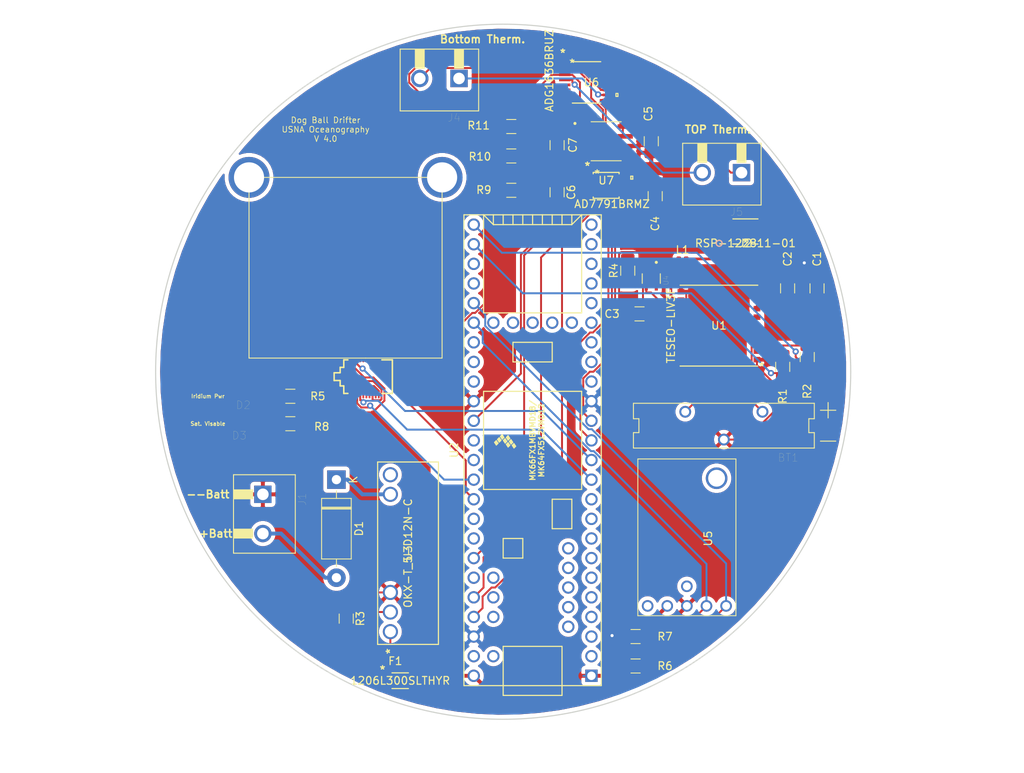
<source format=kicad_pcb>
(kicad_pcb (version 20171130) (host pcbnew "(5.1.6)-1")

  (general
    (thickness 1.6)
    (drawings 8)
    (tracks 408)
    (zones 0)
    (modules 37)
    (nets 104)
  )

  (page A4)
  (layers
    (0 F.Cu signal)
    (31 B.Cu signal)
    (32 B.Adhes user)
    (33 F.Adhes user)
    (34 B.Paste user)
    (35 F.Paste user)
    (36 B.SilkS user)
    (37 F.SilkS user)
    (38 B.Mask user)
    (39 F.Mask user)
    (40 Dwgs.User user)
    (41 Cmts.User user)
    (42 Eco1.User user)
    (43 Eco2.User user)
    (44 Edge.Cuts user)
    (45 Margin user)
    (46 B.CrtYd user)
    (47 F.CrtYd user)
    (48 B.Fab user)
    (49 F.Fab user)
  )

  (setup
    (last_trace_width 0.5)
    (user_trace_width 0.2)
    (user_trace_width 0.35)
    (user_trace_width 0.5)
    (trace_clearance 0.1)
    (zone_clearance 0.508)
    (zone_45_only no)
    (trace_min 0.2)
    (via_size 0.8)
    (via_drill 0.4)
    (via_min_size 0.4)
    (via_min_drill 0.3)
    (uvia_size 0.3)
    (uvia_drill 0.1)
    (uvias_allowed no)
    (uvia_min_size 0.2)
    (uvia_min_drill 0.1)
    (edge_width 0.05)
    (segment_width 0.2)
    (pcb_text_width 0.3)
    (pcb_text_size 1.5 1.5)
    (mod_edge_width 0.12)
    (mod_text_size 1 1)
    (mod_text_width 0.15)
    (pad_size 1.524 1.524)
    (pad_drill 0.762)
    (pad_to_mask_clearance 0.05)
    (aux_axis_origin 0 0)
    (visible_elements 7FFFFFFF)
    (pcbplotparams
      (layerselection 0x010fc_ffffffff)
      (usegerberextensions false)
      (usegerberattributes true)
      (usegerberadvancedattributes true)
      (creategerberjobfile true)
      (excludeedgelayer true)
      (linewidth 0.100000)
      (plotframeref false)
      (viasonmask false)
      (mode 1)
      (useauxorigin false)
      (hpglpennumber 1)
      (hpglpenspeed 20)
      (hpglpendiameter 15.000000)
      (psnegative false)
      (psa4output false)
      (plotreference true)
      (plotvalue true)
      (plotinvisibletext false)
      (padsonsilk false)
      (subtractmaskfromsilk false)
      (outputformat 1)
      (mirror false)
      (drillshape 1)
      (scaleselection 1)
      (outputdirectory ""))
  )

  (net 0 "")
  (net 1 "Net-(U1-Pad16)")
  (net 2 "Net-(U1-Pad17)")
  (net 3 "Net-(U1-Pad9)")
  (net 4 "Net-(J2-Pad1)")
  (net 5 Teensy_UART_5_RX)
  (net 6 Teensy_UART_5_Tx)
  (net 7 GND)
  (net 8 "Net-(R10-Pad1)")
  (net 9 +3V3)
  (net 10 "Net-(U1-Pad18)")
  (net 11 Teensy_GPIO_35)
  (net 12 Teensy_GPIO_36)
  (net 13 Teensy_SCK_0)
  (net 14 Teensy_MISO_0)
  (net 15 Teensy_MOSI_0)
  (net 16 "Net-(U1-Pad5)")
  (net 17 "Net-(U1-Pad4)")
  (net 18 +BATT)
  (net 19 "Net-(U6-Pad7)")
  (net 20 "Net-(U6-Pad8)")
  (net 21 "Net-(U6-Pad15)")
  (net 22 "Net-(U6-Pad16)")
  (net 23 "Net-(U8-Pad2)")
  (net 24 "Net-(U8-Pad3)")
  (net 25 "Net-(U8-Pad4)")
  (net 26 "Net-(U8-Pad5)")
  (net 27 "Net-(J5-Pad1)")
  (net 28 Teensy_CS_Temp)
  (net 29 MUX_Temp_1)
  (net 30 MUX_Temp_2)
  (net 31 Teensy_CS_IMU)
  (net 32 "Net-(D1-Pad1)")
  (net 33 "Net-(D1-Pad2)")
  (net 34 +5V)
  (net 35 Teensy_Iridium_OnOff)
  (net 36 Teensy_UART_2_RX)
  (net 37 Teensy_UART_2_TX)
  (net 38 Teensy_UART_RTS)
  (net 39 Teensy_UART_CTS)
  (net 40 Teensy_UART_DTR)
  (net 41 "Net-(D3-Pad2)")
  (net 42 "Net-(D2-Pad2)")
  (net 43 "Net-(R3-Pad2)")
  (net 44 "Net-(D2-Pad1)")
  (net 45 "Net-(D3-Pad1)")
  (net 46 "Net-(R11-Pad1)")
  (net 47 IMU_SCL)
  (net 48 IMU_SDA)
  (net 49 "Net-(U2-Pad4)")
  (net 50 "Net-(U2-Pad5)")
  (net 51 "Net-(U2-Pad9)")
  (net 52 "Net-(U2-Pad16)")
  (net 53 "Net-(U2-Pad17)")
  (net 54 "Net-(U2-Pad18)")
  (net 55 "Net-(U3-Pad5)")
  (net 56 "Net-(C3-Pad1)")
  (net 57 "Net-(C6-Pad1)")
  (net 58 "Net-(C7-Pad1)")
  (net 59 "Net-(J3-Pad9)")
  (net 60 "Net-(J3-Pad10)")
  (net 61 "Net-(J3-Pad11)")
  (net 62 "Net-(J3-Pad12)")
  (net 63 "Net-(J3-Pad13)")
  (net 64 "Net-(J3-Pad16)")
  (net 65 "Net-(J3-Pad17)")
  (net 66 "Net-(J4-Pad2)")
  (net 67 "Net-(J4-Pad1)")
  (net 68 "Net-(J5-Pad2)")
  (net 69 "Net-(L1-Pad1)")
  (net 70 "Net-(R1-Pad1)")
  (net 71 "Net-(R2-Pad1)")
  (net 72 "Net-(R4-Pad2)")
  (net 73 "Net-(U1-Pad13)")
  (net 74 "Net-(U1-Pad15)")
  (net 75 "Net-(U2-Pad19)")
  (net 76 "Net-(U2-Pad20)")
  (net 77 "Net-(U2-Pad21)")
  (net 78 "Net-(U2-Pad22)")
  (net 79 "Net-(U2-Pad23)")
  (net 80 "Net-(U2-Pad24)")
  (net 81 "Net-(U2-Pad25)")
  (net 82 "Net-(U2-Pad26)")
  (net 83 "Net-(U2-Pad27)")
  (net 84 "Net-(U2-Pad28)")
  (net 85 "Net-(U2-Pad29)")
  (net 86 "Net-(U2-Pad36)")
  (net 87 "Net-(U2-Pad37)")
  (net 88 "Net-(U2-Pad10)")
  (net 89 "Net-(U2-Pad8)")
  (net 90 "Net-(U2-Pad7)")
  (net 91 "Net-(U2-Pad6)")
  (net 92 "Net-(U2-Pad3)")
  (net 93 "Net-(U2-Pad2)")
  (net 94 "Net-(U2-Pad38)")
  (net 95 "Net-(U2-Pad41)")
  (net 96 "Net-(U2-Pad48)")
  (net 97 "Net-(U2-Pad52)")
  (net 98 "Net-(U2-Pad54)")
  (net 99 "Net-(U2-Pad55)")
  (net 100 "Net-(U2-Pad56)")
  (net 101 "Net-(U2-Pad57)")
  (net 102 "Net-(U5-Pad5)")
  (net 103 +5VD)

  (net_class Default "This is the default net class."
    (clearance 0.1)
    (trace_width 0.25)
    (via_dia 0.8)
    (via_drill 0.4)
    (uvia_dia 0.3)
    (uvia_drill 0.1)
    (add_net +3V3)
    (add_net +5V)
    (add_net +5VD)
    (add_net +BATT)
    (add_net GND)
    (add_net IMU_SCL)
    (add_net IMU_SDA)
    (add_net MUX_Temp_1)
    (add_net MUX_Temp_2)
    (add_net "Net-(C3-Pad1)")
    (add_net "Net-(C6-Pad1)")
    (add_net "Net-(C7-Pad1)")
    (add_net "Net-(D1-Pad1)")
    (add_net "Net-(D1-Pad2)")
    (add_net "Net-(D2-Pad1)")
    (add_net "Net-(D2-Pad2)")
    (add_net "Net-(D3-Pad1)")
    (add_net "Net-(D3-Pad2)")
    (add_net "Net-(J2-Pad1)")
    (add_net "Net-(J3-Pad10)")
    (add_net "Net-(J3-Pad11)")
    (add_net "Net-(J3-Pad12)")
    (add_net "Net-(J3-Pad13)")
    (add_net "Net-(J3-Pad16)")
    (add_net "Net-(J3-Pad17)")
    (add_net "Net-(J3-Pad9)")
    (add_net "Net-(J4-Pad1)")
    (add_net "Net-(J4-Pad2)")
    (add_net "Net-(J5-Pad1)")
    (add_net "Net-(J5-Pad2)")
    (add_net "Net-(L1-Pad1)")
    (add_net "Net-(R1-Pad1)")
    (add_net "Net-(R10-Pad1)")
    (add_net "Net-(R11-Pad1)")
    (add_net "Net-(R2-Pad1)")
    (add_net "Net-(R3-Pad2)")
    (add_net "Net-(R4-Pad2)")
    (add_net "Net-(U1-Pad13)")
    (add_net "Net-(U1-Pad15)")
    (add_net "Net-(U1-Pad16)")
    (add_net "Net-(U1-Pad17)")
    (add_net "Net-(U1-Pad18)")
    (add_net "Net-(U1-Pad4)")
    (add_net "Net-(U1-Pad5)")
    (add_net "Net-(U1-Pad9)")
    (add_net "Net-(U2-Pad10)")
    (add_net "Net-(U2-Pad16)")
    (add_net "Net-(U2-Pad17)")
    (add_net "Net-(U2-Pad18)")
    (add_net "Net-(U2-Pad19)")
    (add_net "Net-(U2-Pad2)")
    (add_net "Net-(U2-Pad20)")
    (add_net "Net-(U2-Pad21)")
    (add_net "Net-(U2-Pad22)")
    (add_net "Net-(U2-Pad23)")
    (add_net "Net-(U2-Pad24)")
    (add_net "Net-(U2-Pad25)")
    (add_net "Net-(U2-Pad26)")
    (add_net "Net-(U2-Pad27)")
    (add_net "Net-(U2-Pad28)")
    (add_net "Net-(U2-Pad29)")
    (add_net "Net-(U2-Pad3)")
    (add_net "Net-(U2-Pad36)")
    (add_net "Net-(U2-Pad37)")
    (add_net "Net-(U2-Pad38)")
    (add_net "Net-(U2-Pad4)")
    (add_net "Net-(U2-Pad41)")
    (add_net "Net-(U2-Pad48)")
    (add_net "Net-(U2-Pad5)")
    (add_net "Net-(U2-Pad52)")
    (add_net "Net-(U2-Pad54)")
    (add_net "Net-(U2-Pad55)")
    (add_net "Net-(U2-Pad56)")
    (add_net "Net-(U2-Pad57)")
    (add_net "Net-(U2-Pad6)")
    (add_net "Net-(U2-Pad7)")
    (add_net "Net-(U2-Pad8)")
    (add_net "Net-(U2-Pad9)")
    (add_net "Net-(U3-Pad5)")
    (add_net "Net-(U5-Pad5)")
    (add_net "Net-(U6-Pad15)")
    (add_net "Net-(U6-Pad16)")
    (add_net "Net-(U6-Pad7)")
    (add_net "Net-(U6-Pad8)")
    (add_net "Net-(U8-Pad2)")
    (add_net "Net-(U8-Pad3)")
    (add_net "Net-(U8-Pad4)")
    (add_net "Net-(U8-Pad5)")
    (add_net Teensy_CS_IMU)
    (add_net Teensy_CS_Temp)
    (add_net Teensy_GPIO_35)
    (add_net Teensy_GPIO_36)
    (add_net Teensy_Iridium_OnOff)
    (add_net Teensy_MISO_0)
    (add_net Teensy_MOSI_0)
    (add_net Teensy_SCK_0)
    (add_net Teensy_UART_2_RX)
    (add_net Teensy_UART_2_TX)
    (add_net Teensy_UART_5_RX)
    (add_net Teensy_UART_5_Tx)
    (add_net Teensy_UART_CTS)
    (add_net Teensy_UART_DTR)
    (add_net Teensy_UART_RTS)
  )

  (module SS4-10-3:Irid_9603 (layer F.Cu) (tedit 5FBD22F4) (tstamp 5FBD7D73)
    (at 117.348 101.6)
    (path /5F911155)
    (fp_text reference J3 (at -0.425695 3.841385 270) (layer F.SilkS)
      (effects (font (size 1.001661 1.001661) (thickness 0.015)))
    )
    (fp_text value SS4-10-3.00-L-D-K-TR (at 3.81 -5.08 180) (layer F.Fab)
      (effects (font (size 1.000496 1.000496) (thickness 0.015)))
    )
    (fp_line (start -15 -2.4) (end 0.1 -2.4) (layer F.SilkS) (width 0.12))
    (fp_line (start -15 -25.8) (end -15 -2.4) (layer F.SilkS) (width 0.12))
    (fp_line (start 10 -25.8) (end -15 -25.8) (layer F.SilkS) (width 0.12))
    (fp_line (start 10 -2.4) (end 10 -25.8) (layer F.SilkS) (width 0.12))
    (fp_line (start 0.1 -2.4) (end 10 -2.4) (layer F.SilkS) (width 0.12))
    (fp_line (start 2.15 2.45) (end 2.15 3.05) (layer F.CrtYd) (width 0.05))
    (fp_line (start 3.85 2.45) (end 2.15 2.45) (layer F.CrtYd) (width 0.05))
    (fp_line (start 3.85 -2.45) (end 3.85 2.45) (layer F.CrtYd) (width 0.05))
    (fp_line (start 2.15 -2.45) (end 3.85 -2.45) (layer F.CrtYd) (width 0.05))
    (fp_line (start 2.15 -3.05) (end 2.15 -2.45) (layer F.CrtYd) (width 0.05))
    (fp_line (start -2.15 -3.05) (end 2.15 -3.05) (layer F.CrtYd) (width 0.05))
    (fp_line (start -2.15 -2.45) (end -2.15 -3.05) (layer F.CrtYd) (width 0.05))
    (fp_line (start -3 -2.45) (end -2.15 -2.45) (layer F.CrtYd) (width 0.05))
    (fp_line (start -3 -1.45) (end -3 -2.45) (layer F.CrtYd) (width 0.05))
    (fp_line (start -3.45 -1.45) (end -3 -1.45) (layer F.CrtYd) (width 0.05))
    (fp_line (start -3.45 -0.85) (end -3.45 -1.45) (layer F.CrtYd) (width 0.05))
    (fp_line (start -4.2 -0.85) (end -3.45 -0.85) (layer F.CrtYd) (width 0.05))
    (fp_line (start -4.2 0.85) (end -4.2 -0.85) (layer F.CrtYd) (width 0.05))
    (fp_line (start -3.45 0.85) (end -4.2 0.85) (layer F.CrtYd) (width 0.05))
    (fp_line (start -3.45 1.45) (end -3.45 0.85) (layer F.CrtYd) (width 0.05))
    (fp_line (start -3 1.45) (end -3.45 1.45) (layer F.CrtYd) (width 0.05))
    (fp_line (start -3 2.45) (end -3 1.45) (layer F.CrtYd) (width 0.05))
    (fp_line (start -2.15 2.45) (end -3 2.45) (layer F.CrtYd) (width 0.05))
    (fp_line (start -2.15 3.05) (end -2.15 2.45) (layer F.CrtYd) (width 0.05))
    (fp_line (start 2.15 3.05) (end -2.15 3.05) (layer F.CrtYd) (width 0.05))
    (fp_line (start -2.73 -1.2) (end -3.2 -1.2) (layer F.SilkS) (width 0.2))
    (fp_line (start -3.2 -0.5) (end -3.2 -1.2) (layer F.SilkS) (width 0.2))
    (fp_line (start -3.2 1.2) (end -3.2 0.5) (layer F.SilkS) (width 0.2))
    (fp_line (start -2.73 1.2) (end -3.2 1.2) (layer F.SilkS) (width 0.2))
    (fp_line (start -3.98 -0.5) (end -3.23 -0.5) (layer F.SilkS) (width 0.2))
    (fp_line (start -3.98 0.5) (end -3.23 0.5) (layer F.SilkS) (width 0.2))
    (fp_line (start -2.73 -1.2) (end -2.73 -2.175) (layer F.SilkS) (width 0.2))
    (fp_line (start -2.73 2.175) (end -2.73 1.2) (layer F.SilkS) (width 0.2))
    (fp_line (start 3.56 -2.175) (end 3.56 2.175) (layer F.SilkS) (width 0.2))
    (fp_line (start 2.2 -2.175) (end 3.56 -2.175) (layer F.SilkS) (width 0.2))
    (fp_line (start -2.73 -2.175) (end -2.2 -2.175) (layer F.SilkS) (width 0.2))
    (fp_line (start -3.98 0.5) (end -3.98 -0.5) (layer F.SilkS) (width 0.2))
    (fp_line (start -2.2 2.175) (end -2.73 2.175) (layer F.SilkS) (width 0.2))
    (fp_line (start 3.56 2.175) (end 2.2 2.175) (layer F.SilkS) (width 0.2))
    (fp_poly (pts (xy -1.86 1.92205) (xy -1.86 -1.92) (xy 1.86199 -1.92) (xy 1.86199 1.92205)) (layer Dwgs.User) (width 0.01))
    (fp_poly (pts (xy -1.86 1.92043) (xy -1.86 -1.92) (xy 1.86042 -1.92) (xy 1.86042 1.92043)) (layer Dwgs.User) (width 0.01))
    (pad 1 smd rect (at -1.8 2.335 90) (size 0.93 0.23) (layers F.Cu F.Paste F.Mask)
      (net 34 +5V))
    (pad 2 smd rect (at -1.8 -2.335 90) (size 0.93 0.23) (layers F.Cu F.Paste F.Mask)
      (net 34 +5V))
    (pad 3 smd rect (at -1.4 2.335 90) (size 0.93 0.23) (layers F.Cu F.Paste F.Mask)
      (net 7 GND))
    (pad 4 smd rect (at -1.4 -2.335 90) (size 0.93 0.23) (layers F.Cu F.Paste F.Mask)
      (net 7 GND))
    (pad 5 smd rect (at -1 2.335 90) (size 0.93 0.23) (layers F.Cu F.Paste F.Mask)
      (net 35 Teensy_Iridium_OnOff))
    (pad 6 smd rect (at -1 -2.335 90) (size 0.93 0.23) (layers F.Cu F.Paste F.Mask)
      (net 37 Teensy_UART_2_TX))
    (pad 7 smd rect (at -0.6 2.335 90) (size 0.93 0.23) (layers F.Cu F.Paste F.Mask)
      (net 36 Teensy_UART_2_RX))
    (pad 8 smd rect (at -0.6 -2.335 90) (size 0.93 0.23) (layers F.Cu F.Paste F.Mask)
      (net 7 GND))
    (pad 9 smd rect (at -0.2 2.335 90) (size 0.93 0.23) (layers F.Cu F.Paste F.Mask)
      (net 59 "Net-(J3-Pad9)"))
    (pad 10 smd rect (at -0.2 -2.335 90) (size 0.93 0.23) (layers F.Cu F.Paste F.Mask)
      (net 60 "Net-(J3-Pad10)"))
    (pad 11 smd rect (at 0.2 2.335 90) (size 0.93 0.23) (layers F.Cu F.Paste F.Mask)
      (net 61 "Net-(J3-Pad11)"))
    (pad 12 smd rect (at 0.2 -2.335 90) (size 0.93 0.23) (layers F.Cu F.Paste F.Mask)
      (net 62 "Net-(J3-Pad12)"))
    (pad 13 smd rect (at 0.6 2.335 90) (size 0.93 0.23) (layers F.Cu F.Paste F.Mask)
      (net 63 "Net-(J3-Pad13)"))
    (pad 14 smd rect (at 0.6 -2.335 90) (size 0.93 0.23) (layers F.Cu F.Paste F.Mask)
      (net 40 Teensy_UART_DTR))
    (pad 15 smd rect (at 1 2.335 90) (size 0.93 0.23) (layers F.Cu F.Paste F.Mask)
      (net 7 GND))
    (pad 16 smd rect (at 1 -2.335 90) (size 0.93 0.23) (layers F.Cu F.Paste F.Mask)
      (net 64 "Net-(J3-Pad16)"))
    (pad 17 smd rect (at 1.4 2.335 90) (size 0.93 0.23) (layers F.Cu F.Paste F.Mask)
      (net 65 "Net-(J3-Pad17)"))
    (pad 18 smd rect (at 1.4 -2.335 90) (size 0.93 0.23) (layers F.Cu F.Paste F.Mask)
      (net 7 GND))
    (pad 19 smd rect (at 1.8 2.335 90) (size 0.93 0.23) (layers F.Cu F.Paste F.Mask)
      (net 41 "Net-(D3-Pad2)"))
    (pad 20 smd rect (at 1.8 -2.335 90) (size 0.93 0.23) (layers F.Cu F.Paste F.Mask)
      (net 42 "Net-(D2-Pad2)"))
    (pad 21 thru_hole circle (at 10 -25.8) (size 5.3 5.3) (drill 3.9) (layers *.Cu *.Mask))
    (pad 22 thru_hole circle (at -15 -25.8) (size 5.3 5.3) (drill 3.9) (layers *.Cu *.Mask))
  )

  (module AD7791BRMZ:AD7791BRMZ (layer F.Cu) (tedit 5F7B665E) (tstamp 5F7B9A75)
    (at 148.59 76.835)
    (path /5F8C2F1A/5F8C33F2)
    (fp_text reference U7 (at 0 -0.635) (layer F.SilkS)
      (effects (font (size 1 1) (thickness 0.15)))
    )
    (fp_text value AD7791BRMZ (at 0.762 2.413) (layer F.SilkS)
      (effects (font (size 1 1) (thickness 0.15)))
    )
    (fp_line (start -1.5494 -0.8349) (end -1.5494 -1.1651) (layer F.Fab) (width 0.1524))
    (fp_line (start -1.5494 -1.1651) (end -2.5781 -1.1651) (layer F.Fab) (width 0.1524))
    (fp_line (start -2.5781 -1.1651) (end -2.5781 -0.8349) (layer F.Fab) (width 0.1524))
    (fp_line (start -2.5781 -0.8349) (end -1.5494 -0.8349) (layer F.Fab) (width 0.1524))
    (fp_line (start -1.5494 -0.3349) (end -1.5494 -0.6651) (layer F.Fab) (width 0.1524))
    (fp_line (start -1.5494 -0.6651) (end -2.5781 -0.6651) (layer F.Fab) (width 0.1524))
    (fp_line (start -2.5781 -0.6651) (end -2.5781 -0.3349) (layer F.Fab) (width 0.1524))
    (fp_line (start -2.5781 -0.3349) (end -1.5494 -0.3349) (layer F.Fab) (width 0.1524))
    (fp_line (start -1.5494 0.1651) (end -1.5494 -0.1651) (layer F.Fab) (width 0.1524))
    (fp_line (start -1.5494 -0.1651) (end -2.5781 -0.1651) (layer F.Fab) (width 0.1524))
    (fp_line (start -2.5781 -0.1651) (end -2.5781 0.1651) (layer F.Fab) (width 0.1524))
    (fp_line (start -2.5781 0.1651) (end -1.5494 0.1651) (layer F.Fab) (width 0.1524))
    (fp_line (start -1.5494 0.6651) (end -1.5494 0.3349) (layer F.Fab) (width 0.1524))
    (fp_line (start -1.5494 0.3349) (end -2.5781 0.3349) (layer F.Fab) (width 0.1524))
    (fp_line (start -2.5781 0.3349) (end -2.5781 0.6651) (layer F.Fab) (width 0.1524))
    (fp_line (start -2.5781 0.6651) (end -1.5494 0.6651) (layer F.Fab) (width 0.1524))
    (fp_line (start -1.5494 1.1651) (end -1.5494 0.8349) (layer F.Fab) (width 0.1524))
    (fp_line (start -1.5494 0.8349) (end -2.5781 0.8349) (layer F.Fab) (width 0.1524))
    (fp_line (start -2.5781 0.8349) (end -2.5781 1.1651) (layer F.Fab) (width 0.1524))
    (fp_line (start -2.5781 1.1651) (end -1.5494 1.1651) (layer F.Fab) (width 0.1524))
    (fp_line (start 1.5494 0.8349) (end 1.5494 1.1651) (layer F.Fab) (width 0.1524))
    (fp_line (start 1.5494 1.1651) (end 2.5781 1.1651) (layer F.Fab) (width 0.1524))
    (fp_line (start 2.5781 1.1651) (end 2.5781 0.8349) (layer F.Fab) (width 0.1524))
    (fp_line (start 2.5781 0.8349) (end 1.5494 0.8349) (layer F.Fab) (width 0.1524))
    (fp_line (start 1.5494 0.3349) (end 1.5494 0.6651) (layer F.Fab) (width 0.1524))
    (fp_line (start 1.5494 0.6651) (end 2.5781 0.6651) (layer F.Fab) (width 0.1524))
    (fp_line (start 2.5781 0.6651) (end 2.5781 0.3349) (layer F.Fab) (width 0.1524))
    (fp_line (start 2.5781 0.3349) (end 1.5494 0.3349) (layer F.Fab) (width 0.1524))
    (fp_line (start 1.5494 -0.1651) (end 1.5494 0.1651) (layer F.Fab) (width 0.1524))
    (fp_line (start 1.5494 0.1651) (end 2.5781 0.1651) (layer F.Fab) (width 0.1524))
    (fp_line (start 2.5781 0.1651) (end 2.5781 -0.1651) (layer F.Fab) (width 0.1524))
    (fp_line (start 2.5781 -0.1651) (end 1.5494 -0.1651) (layer F.Fab) (width 0.1524))
    (fp_line (start 1.5494 -0.6651) (end 1.5494 -0.3349) (layer F.Fab) (width 0.1524))
    (fp_line (start 1.5494 -0.3349) (end 2.5781 -0.3349) (layer F.Fab) (width 0.1524))
    (fp_line (start 2.5781 -0.3349) (end 2.5781 -0.6651) (layer F.Fab) (width 0.1524))
    (fp_line (start 2.5781 -0.6651) (end 1.5494 -0.6651) (layer F.Fab) (width 0.1524))
    (fp_line (start 1.5494 -1.1651) (end 1.5494 -0.8349) (layer F.Fab) (width 0.1524))
    (fp_line (start 1.5494 -0.8349) (end 2.5781 -0.8349) (layer F.Fab) (width 0.1524))
    (fp_line (start 2.5781 -0.8349) (end 2.5781 -1.1651) (layer F.Fab) (width 0.1524))
    (fp_line (start 2.5781 -1.1651) (end 1.5494 -1.1651) (layer F.Fab) (width 0.1524))
    (fp_line (start -1.6764 1.6764) (end 1.6764 1.6764) (layer F.SilkS) (width 0.1524))
    (fp_line (start 1.6764 1.6764) (end 1.6764 1.497841) (layer F.SilkS) (width 0.1524))
    (fp_line (start 1.6764 -1.6764) (end -1.6764 -1.6764) (layer F.SilkS) (width 0.1524))
    (fp_line (start -1.6764 -1.6764) (end -1.6764 -1.497841) (layer F.SilkS) (width 0.1524))
    (fp_line (start -1.5494 1.5494) (end 1.5494 1.5494) (layer F.Fab) (width 0.1524))
    (fp_line (start 1.5494 1.5494) (end 1.5494 -1.5494) (layer F.Fab) (width 0.1524))
    (fp_line (start 1.5494 -1.5494) (end -1.5494 -1.5494) (layer F.Fab) (width 0.1524))
    (fp_line (start -1.5494 -1.5494) (end -1.5494 1.5494) (layer F.Fab) (width 0.1524))
    (fp_line (start -1.6764 1.497841) (end -1.6764 1.6764) (layer F.SilkS) (width 0.1524))
    (fp_line (start 1.6764 -1.497841) (end 1.6764 -1.6764) (layer F.SilkS) (width 0.1524))
    (fp_line (start 3.4417 -1.190501) (end 3.4417 -0.809501) (layer F.SilkS) (width 0.1524))
    (fp_line (start 3.4417 -0.809501) (end 3.1877 -0.809501) (layer F.SilkS) (width 0.1524))
    (fp_line (start 3.1877 -0.809501) (end 3.1877 -1.190501) (layer F.SilkS) (width 0.1524))
    (fp_line (start 3.1877 -1.190501) (end 3.4417 -1.190501) (layer F.SilkS) (width 0.1524))
    (fp_line (start -3.1877 1.4191) (end -3.1877 -1.4191) (layer F.CrtYd) (width 0.1524))
    (fp_line (start -3.1877 -1.4191) (end -1.8034 -1.4191) (layer F.CrtYd) (width 0.1524))
    (fp_line (start -1.8034 -1.4191) (end -1.8034 -1.8034) (layer F.CrtYd) (width 0.1524))
    (fp_line (start -1.8034 -1.8034) (end 1.8034 -1.8034) (layer F.CrtYd) (width 0.1524))
    (fp_line (start 1.8034 -1.8034) (end 1.8034 -1.4191) (layer F.CrtYd) (width 0.1524))
    (fp_line (start 1.8034 -1.4191) (end 3.1877 -1.4191) (layer F.CrtYd) (width 0.1524))
    (fp_line (start 3.1877 -1.4191) (end 3.1877 1.4191) (layer F.CrtYd) (width 0.1524))
    (fp_line (start 3.1877 1.4191) (end 1.8034 1.4191) (layer F.CrtYd) (width 0.1524))
    (fp_line (start 1.8034 1.4191) (end 1.8034 1.8034) (layer F.CrtYd) (width 0.1524))
    (fp_line (start 1.8034 1.8034) (end -1.8034 1.8034) (layer F.CrtYd) (width 0.1524))
    (fp_line (start -1.8034 1.8034) (end -1.8034 1.4191) (layer F.CrtYd) (width 0.1524))
    (fp_line (start -1.8034 1.4191) (end -3.1877 1.4191) (layer F.CrtYd) (width 0.1524))
    (fp_arc (start 0 -1.5494) (end 0.3048 -1.5494) (angle 180) (layer F.Fab) (width 0.1524))
    (fp_text user * (at -1.1684 -1.4732) (layer F.SilkS)
      (effects (font (size 1 1) (thickness 0.15)))
    )
    (fp_text user * (at -2.4257 -2.4732) (layer F.SilkS)
      (effects (font (size 1 1) (thickness 0.15)))
    )
    (fp_text user * (at -1.1684 -1.4732) (layer F.Fab)
      (effects (font (size 1 1) (thickness 0.15)))
    )
    (fp_text user * (at -2.4257 -2.4732) (layer F.SilkS)
      (effects (font (size 1 1) (thickness 0.15)))
    )
    (fp_text user "Copyright 2016 Accelerated Designs. All rights reserved." (at 1.27 -0.635) (layer Cmts.User)
      (effects (font (size 0.127 0.127) (thickness 0.002)))
    )
    (pad 10 smd rect (at 2.1717 -1.000001) (size 1.524 0.3302) (layers F.Cu F.Paste F.Mask)
      (net 15 Teensy_MOSI_0))
    (pad 9 smd rect (at 2.1717 -0.499999) (size 1.524 0.3302) (layers F.Cu F.Paste F.Mask)
      (net 14 Teensy_MISO_0))
    (pad 8 smd rect (at 2.1717 0) (size 1.524 0.3302) (layers F.Cu F.Paste F.Mask)
      (net 9 +3V3))
    (pad 7 smd rect (at 2.1717 0.499999) (size 1.524 0.3302) (layers F.Cu F.Paste F.Mask)
      (net 7 GND))
    (pad 6 smd rect (at 2.1717 1.000001) (size 1.524 0.3302) (layers F.Cu F.Paste F.Mask)
      (net 7 GND))
    (pad 5 smd rect (at -2.1717 1.000001) (size 1.524 0.3302) (layers F.Cu F.Paste F.Mask)
      (net 57 "Net-(C6-Pad1)"))
    (pad 4 smd rect (at -2.1717 0.499999) (size 1.524 0.3302) (layers F.Cu F.Paste F.Mask)
      (net 57 "Net-(C6-Pad1)"))
    (pad 3 smd rect (at -2.1717 0) (size 1.524 0.3302) (layers F.Cu F.Paste F.Mask)
      (net 58 "Net-(C7-Pad1)"))
    (pad 2 smd rect (at -2.1717 -0.499999) (size 1.524 0.3302) (layers F.Cu F.Paste F.Mask)
      (net 28 Teensy_CS_Temp))
    (pad 1 smd rect (at -2.1717 -1.000001) (size 1.524 0.3302) (layers F.Cu F.Paste F.Mask)
      (net 13 Teensy_SCK_0))
  )

  (module ADG1636BRUZ:ADG1636BRUZ (layer F.Cu) (tedit 5F7B66CE) (tstamp 5F7B9A1B)
    (at 146.05 63.5)
    (path /5F8C2F1A/5F8D9ED6)
    (fp_text reference U6 (at 0.635 0) (layer F.SilkS)
      (effects (font (size 1 1) (thickness 0.15)))
    )
    (fp_text value ADG1636BRUZ (at -4.826 -1.524 90) (layer F.SilkS)
      (effects (font (size 1 1) (thickness 0.15)))
    )
    (fp_line (start -2.2479 -2.1226) (end -2.2479 -2.4274) (layer F.Fab) (width 0.1524))
    (fp_line (start -2.2479 -2.4274) (end -3.2004 -2.4274) (layer F.Fab) (width 0.1524))
    (fp_line (start -3.2004 -2.4274) (end -3.2004 -2.1226) (layer F.Fab) (width 0.1524))
    (fp_line (start -3.2004 -2.1226) (end -2.2479 -2.1226) (layer F.Fab) (width 0.1524))
    (fp_line (start -2.2479 -1.472601) (end -2.2479 -1.777401) (layer F.Fab) (width 0.1524))
    (fp_line (start -2.2479 -1.777401) (end -3.2004 -1.777401) (layer F.Fab) (width 0.1524))
    (fp_line (start -3.2004 -1.777401) (end -3.2004 -1.472601) (layer F.Fab) (width 0.1524))
    (fp_line (start -3.2004 -1.472601) (end -2.2479 -1.472601) (layer F.Fab) (width 0.1524))
    (fp_line (start -2.2479 -0.822601) (end -2.2479 -1.127401) (layer F.Fab) (width 0.1524))
    (fp_line (start -2.2479 -1.127401) (end -3.2004 -1.127401) (layer F.Fab) (width 0.1524))
    (fp_line (start -3.2004 -1.127401) (end -3.2004 -0.822601) (layer F.Fab) (width 0.1524))
    (fp_line (start -3.2004 -0.822601) (end -2.2479 -0.822601) (layer F.Fab) (width 0.1524))
    (fp_line (start -2.2479 -0.172601) (end -2.2479 -0.477401) (layer F.Fab) (width 0.1524))
    (fp_line (start -2.2479 -0.477401) (end -3.2004 -0.477401) (layer F.Fab) (width 0.1524))
    (fp_line (start -3.2004 -0.477401) (end -3.2004 -0.172601) (layer F.Fab) (width 0.1524))
    (fp_line (start -3.2004 -0.172601) (end -2.2479 -0.172601) (layer F.Fab) (width 0.1524))
    (fp_line (start -2.2479 0.477399) (end -2.2479 0.172599) (layer F.Fab) (width 0.1524))
    (fp_line (start -2.2479 0.172599) (end -3.2004 0.172599) (layer F.Fab) (width 0.1524))
    (fp_line (start -3.2004 0.172599) (end -3.2004 0.477399) (layer F.Fab) (width 0.1524))
    (fp_line (start -3.2004 0.477399) (end -2.2479 0.477399) (layer F.Fab) (width 0.1524))
    (fp_line (start -2.2479 1.127399) (end -2.2479 0.822599) (layer F.Fab) (width 0.1524))
    (fp_line (start -2.2479 0.822599) (end -3.2004 0.822599) (layer F.Fab) (width 0.1524))
    (fp_line (start -3.2004 0.822599) (end -3.2004 1.127399) (layer F.Fab) (width 0.1524))
    (fp_line (start -3.2004 1.127399) (end -2.2479 1.127399) (layer F.Fab) (width 0.1524))
    (fp_line (start -2.2479 1.777399) (end -2.2479 1.472599) (layer F.Fab) (width 0.1524))
    (fp_line (start -2.2479 1.472599) (end -3.2004 1.472599) (layer F.Fab) (width 0.1524))
    (fp_line (start -3.2004 1.472599) (end -3.2004 1.777399) (layer F.Fab) (width 0.1524))
    (fp_line (start -3.2004 1.777399) (end -2.2479 1.777399) (layer F.Fab) (width 0.1524))
    (fp_line (start -2.2479 2.427399) (end -2.2479 2.122599) (layer F.Fab) (width 0.1524))
    (fp_line (start -2.2479 2.122599) (end -3.2004 2.122599) (layer F.Fab) (width 0.1524))
    (fp_line (start -3.2004 2.122599) (end -3.2004 2.427399) (layer F.Fab) (width 0.1524))
    (fp_line (start -3.2004 2.427399) (end -2.2479 2.427399) (layer F.Fab) (width 0.1524))
    (fp_line (start 2.2479 2.1226) (end 2.2479 2.4274) (layer F.Fab) (width 0.1524))
    (fp_line (start 2.2479 2.4274) (end 3.2004 2.4274) (layer F.Fab) (width 0.1524))
    (fp_line (start 3.2004 2.4274) (end 3.2004 2.1226) (layer F.Fab) (width 0.1524))
    (fp_line (start 3.2004 2.1226) (end 2.2479 2.1226) (layer F.Fab) (width 0.1524))
    (fp_line (start 2.2479 1.472601) (end 2.2479 1.777401) (layer F.Fab) (width 0.1524))
    (fp_line (start 2.2479 1.777401) (end 3.2004 1.777401) (layer F.Fab) (width 0.1524))
    (fp_line (start 3.2004 1.777401) (end 3.2004 1.472601) (layer F.Fab) (width 0.1524))
    (fp_line (start 3.2004 1.472601) (end 2.2479 1.472601) (layer F.Fab) (width 0.1524))
    (fp_line (start 2.2479 0.822601) (end 2.2479 1.127401) (layer F.Fab) (width 0.1524))
    (fp_line (start 2.2479 1.127401) (end 3.2004 1.127401) (layer F.Fab) (width 0.1524))
    (fp_line (start 3.2004 1.127401) (end 3.2004 0.822601) (layer F.Fab) (width 0.1524))
    (fp_line (start 3.2004 0.822601) (end 2.2479 0.822601) (layer F.Fab) (width 0.1524))
    (fp_line (start 2.2479 0.172601) (end 2.2479 0.477401) (layer F.Fab) (width 0.1524))
    (fp_line (start 2.2479 0.477401) (end 3.2004 0.477401) (layer F.Fab) (width 0.1524))
    (fp_line (start 3.2004 0.477401) (end 3.2004 0.172601) (layer F.Fab) (width 0.1524))
    (fp_line (start 3.2004 0.172601) (end 2.2479 0.172601) (layer F.Fab) (width 0.1524))
    (fp_line (start 2.2479 -0.477399) (end 2.2479 -0.172599) (layer F.Fab) (width 0.1524))
    (fp_line (start 2.2479 -0.172599) (end 3.2004 -0.172599) (layer F.Fab) (width 0.1524))
    (fp_line (start 3.2004 -0.172599) (end 3.2004 -0.477399) (layer F.Fab) (width 0.1524))
    (fp_line (start 3.2004 -0.477399) (end 2.2479 -0.477399) (layer F.Fab) (width 0.1524))
    (fp_line (start 2.2479 -1.127399) (end 2.2479 -0.822599) (layer F.Fab) (width 0.1524))
    (fp_line (start 2.2479 -0.822599) (end 3.2004 -0.822599) (layer F.Fab) (width 0.1524))
    (fp_line (start 3.2004 -0.822599) (end 3.2004 -1.127399) (layer F.Fab) (width 0.1524))
    (fp_line (start 3.2004 -1.127399) (end 2.2479 -1.127399) (layer F.Fab) (width 0.1524))
    (fp_line (start 2.2479 -1.777399) (end 2.2479 -1.472599) (layer F.Fab) (width 0.1524))
    (fp_line (start 2.2479 -1.472599) (end 3.2004 -1.472599) (layer F.Fab) (width 0.1524))
    (fp_line (start 3.2004 -1.472599) (end 3.2004 -1.777399) (layer F.Fab) (width 0.1524))
    (fp_line (start 3.2004 -1.777399) (end 2.2479 -1.777399) (layer F.Fab) (width 0.1524))
    (fp_line (start 2.2479 -2.427399) (end 2.2479 -2.122599) (layer F.Fab) (width 0.1524))
    (fp_line (start 2.2479 -2.122599) (end 3.2004 -2.122599) (layer F.Fab) (width 0.1524))
    (fp_line (start 3.2004 -2.122599) (end 3.2004 -2.427399) (layer F.Fab) (width 0.1524))
    (fp_line (start 3.2004 -2.427399) (end 2.2479 -2.427399) (layer F.Fab) (width 0.1524))
    (fp_line (start -1.839424 2.6797) (end 1.839424 2.6797) (layer F.SilkS) (width 0.1524))
    (fp_line (start 1.839424 -2.6797) (end -1.839424 -2.6797) (layer F.SilkS) (width 0.1524))
    (fp_line (start -2.2479 2.5527) (end 2.2479 2.5527) (layer F.Fab) (width 0.1524))
    (fp_line (start 2.2479 2.5527) (end 2.2479 -2.5527) (layer F.Fab) (width 0.1524))
    (fp_line (start 2.2479 -2.5527) (end -2.2479 -2.5527) (layer F.Fab) (width 0.1524))
    (fp_line (start -2.2479 -2.5527) (end -2.2479 2.5527) (layer F.Fab) (width 0.1524))
    (fp_line (start 4.064 1.434501) (end 4.064 1.815501) (layer F.SilkS) (width 0.1524))
    (fp_line (start 4.064 1.815501) (end 3.81 1.815501) (layer F.SilkS) (width 0.1524))
    (fp_line (start 3.81 1.815501) (end 3.81 1.434501) (layer F.SilkS) (width 0.1524))
    (fp_line (start 3.81 1.434501) (end 4.064 1.434501) (layer F.SilkS) (width 0.1524))
    (fp_line (start -3.81 2.7068) (end -3.81 -2.7068) (layer F.CrtYd) (width 0.1524))
    (fp_line (start -3.81 -2.7068) (end -2.5019 -2.7068) (layer F.CrtYd) (width 0.1524))
    (fp_line (start -2.5019 -2.7068) (end -2.5019 -2.8067) (layer F.CrtYd) (width 0.1524))
    (fp_line (start -2.5019 -2.8067) (end 2.5019 -2.8067) (layer F.CrtYd) (width 0.1524))
    (fp_line (start 2.5019 -2.8067) (end 2.5019 -2.7068) (layer F.CrtYd) (width 0.1524))
    (fp_line (start 2.5019 -2.7068) (end 3.81 -2.7068) (layer F.CrtYd) (width 0.1524))
    (fp_line (start 3.81 -2.7068) (end 3.81 2.7068) (layer F.CrtYd) (width 0.1524))
    (fp_line (start 3.81 2.7068) (end 2.5019 2.7068) (layer F.CrtYd) (width 0.1524))
    (fp_line (start 2.5019 2.7068) (end 2.5019 2.8067) (layer F.CrtYd) (width 0.1524))
    (fp_line (start 2.5019 2.8067) (end -2.5019 2.8067) (layer F.CrtYd) (width 0.1524))
    (fp_line (start -2.5019 2.8067) (end -2.5019 2.7068) (layer F.CrtYd) (width 0.1524))
    (fp_line (start -2.5019 2.7068) (end -3.81 2.7068) (layer F.CrtYd) (width 0.1524))
    (fp_arc (start 0 -2.5527) (end 0.3048 -2.5527) (angle 180) (layer F.Fab) (width 0.1524))
    (fp_text user * (at -1.8669 -2.4765) (layer F.SilkS)
      (effects (font (size 1 1) (thickness 0.15)))
    )
    (fp_text user * (at -3.0734 -3.773601) (layer F.SilkS)
      (effects (font (size 1 1) (thickness 0.15)))
    )
    (fp_text user * (at -1.8669 -2.4765) (layer F.Fab)
      (effects (font (size 1 1) (thickness 0.15)))
    )
    (fp_text user * (at -3.0734 -3.773601) (layer F.SilkS)
      (effects (font (size 1 1) (thickness 0.15)))
    )
    (fp_text user "Copyright 2016 Accelerated Designs. All rights reserved." (at 0 0) (layer Cmts.User)
      (effects (font (size 0.127 0.127) (thickness 0.002)))
    )
    (pad 16 smd rect (at 2.8194 -2.274999) (size 1.4732 0.3556) (layers F.Cu F.Paste F.Mask)
      (net 22 "Net-(U6-Pad16)"))
    (pad 15 smd rect (at 2.8194 -1.624998) (size 1.4732 0.3556) (layers F.Cu F.Paste F.Mask)
      (net 21 "Net-(U6-Pad15)"))
    (pad 14 smd rect (at 2.8194 -0.974999) (size 1.4732 0.3556) (layers F.Cu F.Paste F.Mask)
      (net 9 +3V3))
    (pad 13 smd rect (at 2.8194 -0.324998) (size 1.4732 0.3556) (layers F.Cu F.Paste F.Mask)
      (net 9 +3V3))
    (pad 12 smd rect (at 2.8194 0.325001) (size 1.4732 0.3556) (layers F.Cu F.Paste F.Mask)
      (net 27 "Net-(J5-Pad1)"))
    (pad 11 smd rect (at 2.8194 0.974999) (size 1.4732 0.3556) (layers F.Cu F.Paste F.Mask)
      (net 8 "Net-(R10-Pad1)"))
    (pad 10 smd rect (at 2.8194 1.625001) (size 1.4732 0.3556) (layers F.Cu F.Paste F.Mask)
      (net 67 "Net-(J4-Pad1)"))
    (pad 9 smd rect (at 2.8194 2.274999) (size 1.4732 0.3556) (layers F.Cu F.Paste F.Mask)
      (net 30 MUX_Temp_2))
    (pad 8 smd rect (at -2.8194 2.274999) (size 1.4732 0.3556) (layers F.Cu F.Paste F.Mask)
      (net 20 "Net-(U6-Pad8)"))
    (pad 7 smd rect (at -2.8194 1.624998) (size 1.4732 0.3556) (layers F.Cu F.Paste F.Mask)
      (net 19 "Net-(U6-Pad7)"))
    (pad 6 smd rect (at -2.8194 0.974999) (size 1.4732 0.3556) (layers F.Cu F.Paste F.Mask)
      (net 7 GND))
    (pad 5 smd rect (at -2.8194 0.324998) (size 1.4732 0.3556) (layers F.Cu F.Paste F.Mask)
      (net 7 GND))
    (pad 4 smd rect (at -2.8194 -0.325001) (size 1.4732 0.3556) (layers F.Cu F.Paste F.Mask)
      (net 68 "Net-(J5-Pad2)"))
    (pad 3 smd rect (at -2.8194 -0.974999) (size 1.4732 0.3556) (layers F.Cu F.Paste F.Mask)
      (net 46 "Net-(R11-Pad1)"))
    (pad 2 smd rect (at -2.8194 -1.625001) (size 1.4732 0.3556) (layers F.Cu F.Paste F.Mask)
      (net 66 "Net-(J4-Pad2)"))
    (pad 1 smd rect (at -2.8194 -2.274999) (size 1.4732 0.3556) (layers F.Cu F.Paste F.Mask)
      (net 29 MUX_Temp_1))
  )

  (module Resistor_SMD:R_1206_3216Metric_Pad1.42x1.75mm_HandSolder (layer F.Cu) (tedit 5B301BBD) (tstamp 5FBD7FE5)
    (at 151.384 87.884 90)
    (descr "Resistor SMD 1206 (3216 Metric), square (rectangular) end terminal, IPC_7351 nominal with elongated pad for handsoldering. (Body size source: http://www.tortai-tech.com/upload/download/2011102023233369053.pdf), generated with kicad-footprint-generator")
    (tags "resistor handsolder")
    (path /5FBF94B2)
    (attr smd)
    (fp_text reference R4 (at 0 -1.82 90) (layer F.SilkS)
      (effects (font (size 1 1) (thickness 0.15)))
    )
    (fp_text value 100K (at 4.572 0 90) (layer F.Fab)
      (effects (font (size 1 1) (thickness 0.15)))
    )
    (fp_line (start -1.6 0.8) (end -1.6 -0.8) (layer F.Fab) (width 0.1))
    (fp_line (start -1.6 -0.8) (end 1.6 -0.8) (layer F.Fab) (width 0.1))
    (fp_line (start 1.6 -0.8) (end 1.6 0.8) (layer F.Fab) (width 0.1))
    (fp_line (start 1.6 0.8) (end -1.6 0.8) (layer F.Fab) (width 0.1))
    (fp_line (start -0.602064 -0.91) (end 0.602064 -0.91) (layer F.SilkS) (width 0.12))
    (fp_line (start -0.602064 0.91) (end 0.602064 0.91) (layer F.SilkS) (width 0.12))
    (fp_line (start -2.45 1.12) (end -2.45 -1.12) (layer F.CrtYd) (width 0.05))
    (fp_line (start -2.45 -1.12) (end 2.45 -1.12) (layer F.CrtYd) (width 0.05))
    (fp_line (start 2.45 -1.12) (end 2.45 1.12) (layer F.CrtYd) (width 0.05))
    (fp_line (start 2.45 1.12) (end -2.45 1.12) (layer F.CrtYd) (width 0.05))
    (pad 2 smd roundrect (at 1.4875 0 90) (size 1.425 1.75) (layers F.Cu F.Paste F.Mask) (roundrect_rratio 0.175439)
      (net 72 "Net-(R4-Pad2)"))
    (pad 1 smd roundrect (at -1.4875 0 90) (size 1.425 1.75) (layers F.Cu F.Paste F.Mask) (roundrect_rratio 0.175439)
      (net 56 "Net-(C3-Pad1)"))
    (model ${KISYS3DMOD}/Resistor_SMD.3dshapes/R_1206_3216Metric.wrl
      (at (xyz 0 0 0))
      (scale (xyz 1 1 1))
      (rotate (xyz 0 0 0))
    )
  )

  (module Resistor_SMD:R_1206_3216Metric_Pad1.42x1.75mm_HandSolder (layer F.Cu) (tedit 5B301BBD) (tstamp 5F863DE8)
    (at 107.696 104.14)
    (descr "Resistor SMD 1206 (3216 Metric), square (rectangular) end terminal, IPC_7351 nominal with elongated pad for handsoldering. (Body size source: http://www.tortai-tech.com/upload/download/2011102023233369053.pdf), generated with kicad-footprint-generator")
    (tags "resistor handsolder")
    (path /5F975D1B)
    (attr smd)
    (fp_text reference R5 (at 3.556 0) (layer F.SilkS)
      (effects (font (size 1 1) (thickness 0.15)))
    )
    (fp_text value 167 (at 0 -2.032) (layer F.Fab)
      (effects (font (size 1 1) (thickness 0.15)))
    )
    (fp_line (start 2.45 1.12) (end -2.45 1.12) (layer F.CrtYd) (width 0.05))
    (fp_line (start 2.45 -1.12) (end 2.45 1.12) (layer F.CrtYd) (width 0.05))
    (fp_line (start -2.45 -1.12) (end 2.45 -1.12) (layer F.CrtYd) (width 0.05))
    (fp_line (start -2.45 1.12) (end -2.45 -1.12) (layer F.CrtYd) (width 0.05))
    (fp_line (start -0.602064 0.91) (end 0.602064 0.91) (layer F.SilkS) (width 0.12))
    (fp_line (start -0.602064 -0.91) (end 0.602064 -0.91) (layer F.SilkS) (width 0.12))
    (fp_line (start 1.6 0.8) (end -1.6 0.8) (layer F.Fab) (width 0.1))
    (fp_line (start 1.6 -0.8) (end 1.6 0.8) (layer F.Fab) (width 0.1))
    (fp_line (start -1.6 -0.8) (end 1.6 -0.8) (layer F.Fab) (width 0.1))
    (fp_line (start -1.6 0.8) (end -1.6 -0.8) (layer F.Fab) (width 0.1))
    (pad 1 smd roundrect (at -1.4875 0) (size 1.425 1.75) (layers F.Cu F.Paste F.Mask) (roundrect_rratio 0.175439)
      (net 44 "Net-(D2-Pad1)"))
    (pad 2 smd roundrect (at 1.4875 0) (size 1.425 1.75) (layers F.Cu F.Paste F.Mask) (roundrect_rratio 0.175439)
      (net 7 GND))
    (model ${KISYS3DMOD}/Resistor_SMD.3dshapes/R_1206_3216Metric.wrl
      (at (xyz 0 0 0))
      (scale (xyz 1 1 1))
      (rotate (xyz 0 0 0))
    )
  )

  (module Resistor_SMD:R_1206_3216Metric_Pad1.42x1.75mm_HandSolder (layer F.Cu) (tedit 5B301BBD) (tstamp 5F863DB8)
    (at 152.4 139.065 180)
    (descr "Resistor SMD 1206 (3216 Metric), square (rectangular) end terminal, IPC_7351 nominal with elongated pad for handsoldering. (Body size source: http://www.tortai-tech.com/upload/download/2011102023233369053.pdf), generated with kicad-footprint-generator")
    (tags "resistor handsolder")
    (path /5FBE4F33)
    (attr smd)
    (fp_text reference R6 (at -3.81 0) (layer F.SilkS)
      (effects (font (size 1 1) (thickness 0.15)))
    )
    (fp_text value 4K7 (at 0 1.82) (layer F.Fab)
      (effects (font (size 1 1) (thickness 0.15)))
    )
    (fp_line (start 2.45 1.12) (end -2.45 1.12) (layer F.CrtYd) (width 0.05))
    (fp_line (start 2.45 -1.12) (end 2.45 1.12) (layer F.CrtYd) (width 0.05))
    (fp_line (start -2.45 -1.12) (end 2.45 -1.12) (layer F.CrtYd) (width 0.05))
    (fp_line (start -2.45 1.12) (end -2.45 -1.12) (layer F.CrtYd) (width 0.05))
    (fp_line (start -0.602064 0.91) (end 0.602064 0.91) (layer F.SilkS) (width 0.12))
    (fp_line (start -0.602064 -0.91) (end 0.602064 -0.91) (layer F.SilkS) (width 0.12))
    (fp_line (start 1.6 0.8) (end -1.6 0.8) (layer F.Fab) (width 0.1))
    (fp_line (start 1.6 -0.8) (end 1.6 0.8) (layer F.Fab) (width 0.1))
    (fp_line (start -1.6 -0.8) (end 1.6 -0.8) (layer F.Fab) (width 0.1))
    (fp_line (start -1.6 0.8) (end -1.6 -0.8) (layer F.Fab) (width 0.1))
    (fp_text user %R (at 0 -0.635) (layer F.Fab)
      (effects (font (size 0.8 0.8) (thickness 0.12)))
    )
    (pad 1 smd roundrect (at -1.4875 0 180) (size 1.425 1.75) (layers F.Cu F.Paste F.Mask) (roundrect_rratio 0.175439)
      (net 47 IMU_SCL))
    (pad 2 smd roundrect (at 1.4875 0 180) (size 1.425 1.75) (layers F.Cu F.Paste F.Mask) (roundrect_rratio 0.175439)
      (net 9 +3V3))
    (model ${KISYS3DMOD}/Resistor_SMD.3dshapes/R_1206_3216Metric.wrl
      (at (xyz 0 0 0))
      (scale (xyz 1 1 1))
      (rotate (xyz 0 0 0))
    )
  )

  (module Resistor_SMD:R_1206_3216Metric_Pad1.42x1.75mm_HandSolder (layer F.Cu) (tedit 5B301BBD) (tstamp 5F7B980D)
    (at 136.307 77.47)
    (descr "Resistor SMD 1206 (3216 Metric), square (rectangular) end terminal, IPC_7351 nominal with elongated pad for handsoldering. (Body size source: http://www.tortai-tech.com/upload/download/2011102023233369053.pdf), generated with kicad-footprint-generator")
    (tags "resistor handsolder")
    (path /5F8C2F1A/5F90B0CE)
    (attr smd)
    (fp_text reference R9 (at -3.556 -0.042) (layer F.SilkS)
      (effects (font (size 1 1) (thickness 0.15)))
    )
    (fp_text value "10K 0.1%" (at 0 1.82) (layer F.Fab)
      (effects (font (size 1 1) (thickness 0.15)))
    )
    (fp_line (start 2.45 1.12) (end -2.45 1.12) (layer F.CrtYd) (width 0.05))
    (fp_line (start 2.45 -1.12) (end 2.45 1.12) (layer F.CrtYd) (width 0.05))
    (fp_line (start -2.45 -1.12) (end 2.45 -1.12) (layer F.CrtYd) (width 0.05))
    (fp_line (start -2.45 1.12) (end -2.45 -1.12) (layer F.CrtYd) (width 0.05))
    (fp_line (start -0.602064 0.91) (end 0.602064 0.91) (layer F.SilkS) (width 0.12))
    (fp_line (start -0.602064 -0.91) (end 0.602064 -0.91) (layer F.SilkS) (width 0.12))
    (fp_line (start 1.6 0.8) (end -1.6 0.8) (layer F.Fab) (width 0.1))
    (fp_line (start 1.6 -0.8) (end 1.6 0.8) (layer F.Fab) (width 0.1))
    (fp_line (start -1.6 -0.8) (end 1.6 -0.8) (layer F.Fab) (width 0.1))
    (fp_line (start -1.6 0.8) (end -1.6 -0.8) (layer F.Fab) (width 0.1))
    (pad 1 smd roundrect (at -1.4875 0) (size 1.425 1.75) (layers F.Cu F.Paste F.Mask) (roundrect_rratio 0.175439)
      (net 8 "Net-(R10-Pad1)"))
    (pad 2 smd roundrect (at 1.4875 0) (size 1.425 1.75) (layers F.Cu F.Paste F.Mask) (roundrect_rratio 0.175439)
      (net 7 GND))
    (model ${KISYS3DMOD}/Resistor_SMD.3dshapes/R_1206_3216Metric.wrl
      (at (xyz 0 0 0))
      (scale (xyz 1 1 1))
      (rotate (xyz 0 0 0))
    )
  )

  (module Resistor_SMD:R_1206_3216Metric_Pad1.42x1.75mm_HandSolder (layer F.Cu) (tedit 5B301BBD) (tstamp 5F7B981E)
    (at 136.307 73.025)
    (descr "Resistor SMD 1206 (3216 Metric), square (rectangular) end terminal, IPC_7351 nominal with elongated pad for handsoldering. (Body size source: http://www.tortai-tech.com/upload/download/2011102023233369053.pdf), generated with kicad-footprint-generator")
    (tags "resistor handsolder")
    (path /5F8C2F1A/5F9050FE)
    (attr smd)
    (fp_text reference R10 (at -4.064 0.085) (layer F.SilkS)
      (effects (font (size 1 1) (thickness 0.15)))
    )
    (fp_text value 10K (at 0 1.82) (layer F.Fab)
      (effects (font (size 1 1) (thickness 0.15)))
    )
    (fp_line (start -1.6 0.8) (end -1.6 -0.8) (layer F.Fab) (width 0.1))
    (fp_line (start -1.6 -0.8) (end 1.6 -0.8) (layer F.Fab) (width 0.1))
    (fp_line (start 1.6 -0.8) (end 1.6 0.8) (layer F.Fab) (width 0.1))
    (fp_line (start 1.6 0.8) (end -1.6 0.8) (layer F.Fab) (width 0.1))
    (fp_line (start -0.602064 -0.91) (end 0.602064 -0.91) (layer F.SilkS) (width 0.12))
    (fp_line (start -0.602064 0.91) (end 0.602064 0.91) (layer F.SilkS) (width 0.12))
    (fp_line (start -2.45 1.12) (end -2.45 -1.12) (layer F.CrtYd) (width 0.05))
    (fp_line (start -2.45 -1.12) (end 2.45 -1.12) (layer F.CrtYd) (width 0.05))
    (fp_line (start 2.45 -1.12) (end 2.45 1.12) (layer F.CrtYd) (width 0.05))
    (fp_line (start 2.45 1.12) (end -2.45 1.12) (layer F.CrtYd) (width 0.05))
    (pad 2 smd roundrect (at 1.4875 0) (size 1.425 1.75) (layers F.Cu F.Paste F.Mask) (roundrect_rratio 0.175439)
      (net 57 "Net-(C6-Pad1)"))
    (pad 1 smd roundrect (at -1.4875 0) (size 1.425 1.75) (layers F.Cu F.Paste F.Mask) (roundrect_rratio 0.175439)
      (net 8 "Net-(R10-Pad1)"))
    (model ${KISYS3DMOD}/Resistor_SMD.3dshapes/R_1206_3216Metric.wrl
      (at (xyz 0 0 0))
      (scale (xyz 1 1 1))
      (rotate (xyz 0 0 0))
    )
  )

  (module Resistor_SMD:R_1206_3216Metric_Pad1.42x1.75mm_HandSolder (layer F.Cu) (tedit 5B301BBD) (tstamp 5F7B982F)
    (at 136.307 69.215)
    (descr "Resistor SMD 1206 (3216 Metric), square (rectangular) end terminal, IPC_7351 nominal with elongated pad for handsoldering. (Body size source: http://www.tortai-tech.com/upload/download/2011102023233369053.pdf), generated with kicad-footprint-generator")
    (tags "resistor handsolder")
    (path /5F8C2F1A/5F8FCB7C)
    (attr smd)
    (fp_text reference R11 (at -4.227 -0.127) (layer F.SilkS)
      (effects (font (size 1 1) (thickness 0.15)))
    )
    (fp_text value 10K (at 0 1.82) (layer F.Fab)
      (effects (font (size 1 1) (thickness 0.15)))
    )
    (fp_line (start 2.45 1.12) (end -2.45 1.12) (layer F.CrtYd) (width 0.05))
    (fp_line (start 2.45 -1.12) (end 2.45 1.12) (layer F.CrtYd) (width 0.05))
    (fp_line (start -2.45 -1.12) (end 2.45 -1.12) (layer F.CrtYd) (width 0.05))
    (fp_line (start -2.45 1.12) (end -2.45 -1.12) (layer F.CrtYd) (width 0.05))
    (fp_line (start -0.602064 0.91) (end 0.602064 0.91) (layer F.SilkS) (width 0.12))
    (fp_line (start -0.602064 -0.91) (end 0.602064 -0.91) (layer F.SilkS) (width 0.12))
    (fp_line (start 1.6 0.8) (end -1.6 0.8) (layer F.Fab) (width 0.1))
    (fp_line (start 1.6 -0.8) (end 1.6 0.8) (layer F.Fab) (width 0.1))
    (fp_line (start -1.6 -0.8) (end 1.6 -0.8) (layer F.Fab) (width 0.1))
    (fp_line (start -1.6 0.8) (end -1.6 -0.8) (layer F.Fab) (width 0.1))
    (pad 1 smd roundrect (at -1.4875 0) (size 1.425 1.75) (layers F.Cu F.Paste F.Mask) (roundrect_rratio 0.175439)
      (net 46 "Net-(R11-Pad1)"))
    (pad 2 smd roundrect (at 1.4875 0) (size 1.425 1.75) (layers F.Cu F.Paste F.Mask) (roundrect_rratio 0.175439)
      (net 58 "Net-(C7-Pad1)"))
    (model ${KISYS3DMOD}/Resistor_SMD.3dshapes/R_1206_3216Metric.wrl
      (at (xyz 0 0 0))
      (scale (xyz 1 1 1))
      (rotate (xyz 0 0 0))
    )
  )

  (module REF200AU:REF200AU (layer F.Cu) (tedit 5F7A1AFE) (tstamp 5F7B9A8D)
    (at 148.59 71.12)
    (path /5F8C2F1A/5F8DBAA1)
    (fp_text reference U8 (at -0.385 -3.537) (layer F.SilkS)
      (effects (font (size 1 1) (thickness 0.015)))
    )
    (fp_text value REF200AU (at 0.254 -0.508) (layer F.Fab)
      (effects (font (size 1 1) (thickness 0.015)))
    )
    (fp_line (start 3.705 -2.7025) (end 3.705 2.7025) (layer F.CrtYd) (width 0.05))
    (fp_line (start -3.705 -2.7025) (end -3.705 2.7025) (layer F.CrtYd) (width 0.05))
    (fp_line (start -3.705 2.7025) (end 3.705 2.7025) (layer F.CrtYd) (width 0.05))
    (fp_line (start -3.705 -2.7025) (end 3.705 -2.7025) (layer F.CrtYd) (width 0.05))
    (fp_line (start 1.95 -2.4525) (end 1.95 2.4525) (layer F.Fab) (width 0.127))
    (fp_line (start -1.95 -2.4525) (end -1.95 2.4525) (layer F.Fab) (width 0.127))
    (fp_line (start -1.95 2.525) (end 1.95 2.525) (layer F.SilkS) (width 0.127))
    (fp_line (start -1.95 -2.525) (end 1.95 -2.525) (layer F.SilkS) (width 0.127))
    (fp_line (start -1.95 2.4525) (end 1.95 2.4525) (layer F.Fab) (width 0.127))
    (fp_line (start -1.95 -2.4525) (end 1.95 -2.4525) (layer F.Fab) (width 0.127))
    (fp_circle (center -4.04 -2.305) (end -3.94 -2.305) (layer F.Fab) (width 0.2))
    (fp_circle (center -4.04 -2.305) (end -3.94 -2.305) (layer F.SilkS) (width 0.2))
    (pad 1 smd rect (at -2.47 -1.905) (size 1.97 0.6) (layers F.Cu F.Paste F.Mask)
      (net 46 "Net-(R11-Pad1)"))
    (pad 2 smd rect (at -2.47 -0.635) (size 1.97 0.6) (layers F.Cu F.Paste F.Mask)
      (net 23 "Net-(U8-Pad2)"))
    (pad 3 smd rect (at -2.47 0.635) (size 1.97 0.6) (layers F.Cu F.Paste F.Mask)
      (net 24 "Net-(U8-Pad3)"))
    (pad 4 smd rect (at -2.47 1.905) (size 1.97 0.6) (layers F.Cu F.Paste F.Mask)
      (net 25 "Net-(U8-Pad4)"))
    (pad 5 smd rect (at 2.47 1.905) (size 1.97 0.6) (layers F.Cu F.Paste F.Mask)
      (net 26 "Net-(U8-Pad5)"))
    (pad 6 smd rect (at 2.47 0.635) (size 1.97 0.6) (layers F.Cu F.Paste F.Mask)
      (net 7 GND))
    (pad 7 smd rect (at 2.47 -0.635) (size 1.97 0.6) (layers F.Cu F.Paste F.Mask)
      (net 9 +3V3))
    (pad 8 smd rect (at 2.47 -1.905) (size 1.97 0.6) (layers F.Cu F.Paste F.Mask)
      (net 9 +3V3))
  )

  (module Capacitor_SMD:C_1206_3216Metric_Pad1.42x1.75mm_HandSolder (layer F.Cu) (tedit 5B301BBE) (tstamp 5F863EFF)
    (at 175.895 90.17 90)
    (descr "Capacitor SMD 1206 (3216 Metric), square (rectangular) end terminal, IPC_7351 nominal with elongated pad for handsoldering. (Body size source: http://www.tortai-tech.com/upload/download/2011102023233369053.pdf), generated with kicad-footprint-generator")
    (tags "capacitor handsolder")
    (path /5F7C453A)
    (attr smd)
    (fp_text reference C1 (at 3.81 0 90) (layer F.SilkS)
      (effects (font (size 1 1) (thickness 0.15)))
    )
    (fp_text value 47u (at 0 1.82 90) (layer F.Fab)
      (effects (font (size 1 1) (thickness 0.15)))
    )
    (fp_line (start -1.6 0.8) (end -1.6 -0.8) (layer F.Fab) (width 0.1))
    (fp_line (start -1.6 -0.8) (end 1.6 -0.8) (layer F.Fab) (width 0.1))
    (fp_line (start 1.6 -0.8) (end 1.6 0.8) (layer F.Fab) (width 0.1))
    (fp_line (start 1.6 0.8) (end -1.6 0.8) (layer F.Fab) (width 0.1))
    (fp_line (start -0.602064 -0.91) (end 0.602064 -0.91) (layer F.SilkS) (width 0.12))
    (fp_line (start -0.602064 0.91) (end 0.602064 0.91) (layer F.SilkS) (width 0.12))
    (fp_line (start -2.45 1.12) (end -2.45 -1.12) (layer F.CrtYd) (width 0.05))
    (fp_line (start -2.45 -1.12) (end 2.45 -1.12) (layer F.CrtYd) (width 0.05))
    (fp_line (start 2.45 -1.12) (end 2.45 1.12) (layer F.CrtYd) (width 0.05))
    (fp_line (start 2.45 1.12) (end -2.45 1.12) (layer F.CrtYd) (width 0.05))
    (pad 2 smd roundrect (at 1.4875 0 90) (size 1.425 1.75) (layers F.Cu F.Paste F.Mask) (roundrect_rratio 0.175439)
      (net 9 +3V3))
    (pad 1 smd roundrect (at -1.4875 0 90) (size 1.425 1.75) (layers F.Cu F.Paste F.Mask) (roundrect_rratio 0.175439)
      (net 7 GND))
    (model ${KISYS3DMOD}/Capacitor_SMD.3dshapes/C_1206_3216Metric.wrl
      (at (xyz 0 0 0))
      (scale (xyz 1 1 1))
      (rotate (xyz 0 0 0))
    )
  )

  (module Capacitor_SMD:C_1206_3216Metric_Pad1.42x1.75mm_HandSolder (layer F.Cu) (tedit 5B301BBE) (tstamp 5FBD80FC)
    (at 152.908 93.472 180)
    (descr "Capacitor SMD 1206 (3216 Metric), square (rectangular) end terminal, IPC_7351 nominal with elongated pad for handsoldering. (Body size source: http://www.tortai-tech.com/upload/download/2011102023233369053.pdf), generated with kicad-footprint-generator")
    (tags "capacitor handsolder")
    (path /5FC4B4C8)
    (attr smd)
    (fp_text reference C3 (at 3.556 0) (layer F.SilkS)
      (effects (font (size 1 1) (thickness 0.15)))
    )
    (fp_text value 100n (at 0 -2.032) (layer F.Fab)
      (effects (font (size 1 1) (thickness 0.15)))
    )
    (fp_line (start 2.45 1.12) (end -2.45 1.12) (layer F.CrtYd) (width 0.05))
    (fp_line (start 2.45 -1.12) (end 2.45 1.12) (layer F.CrtYd) (width 0.05))
    (fp_line (start -2.45 -1.12) (end 2.45 -1.12) (layer F.CrtYd) (width 0.05))
    (fp_line (start -2.45 1.12) (end -2.45 -1.12) (layer F.CrtYd) (width 0.05))
    (fp_line (start -0.602064 0.91) (end 0.602064 0.91) (layer F.SilkS) (width 0.12))
    (fp_line (start -0.602064 -0.91) (end 0.602064 -0.91) (layer F.SilkS) (width 0.12))
    (fp_line (start 1.6 0.8) (end -1.6 0.8) (layer F.Fab) (width 0.1))
    (fp_line (start 1.6 -0.8) (end 1.6 0.8) (layer F.Fab) (width 0.1))
    (fp_line (start -1.6 -0.8) (end 1.6 -0.8) (layer F.Fab) (width 0.1))
    (fp_line (start -1.6 0.8) (end -1.6 -0.8) (layer F.Fab) (width 0.1))
    (pad 1 smd roundrect (at -1.4875 0 180) (size 1.425 1.75) (layers F.Cu F.Paste F.Mask) (roundrect_rratio 0.175439)
      (net 56 "Net-(C3-Pad1)"))
    (pad 2 smd roundrect (at 1.4875 0 180) (size 1.425 1.75) (layers F.Cu F.Paste F.Mask) (roundrect_rratio 0.175439)
      (net 7 GND))
    (model ${KISYS3DMOD}/Capacitor_SMD.3dshapes/C_1206_3216Metric.wrl
      (at (xyz 0 0 0))
      (scale (xyz 1 1 1))
      (rotate (xyz 0 0 0))
    )
  )

  (module Diode_THT:D_DO-15_P12.70mm_Horizontal (layer F.Cu) (tedit 5AE50CD5) (tstamp 5F7ECFD9)
    (at 113.665 114.935 270)
    (descr "Diode, DO-15 series, Axial, Horizontal, pin pitch=12.7mm, , length*diameter=7.6*3.6mm^2, , http://www.diodes.com/_files/packages/DO-15.pdf")
    (tags "Diode DO-15 series Axial Horizontal pin pitch 12.7mm  length 7.6mm diameter 3.6mm")
    (path /5F86AE0B)
    (fp_text reference D1 (at 6.35 -2.92 90) (layer F.SilkS)
      (effects (font (size 1 1) (thickness 0.15)))
    )
    (fp_text value D (at 6.35 2.92 90) (layer F.Fab)
      (effects (font (size 1 1) (thickness 0.15)))
    )
    (fp_line (start 2.55 -1.8) (end 2.55 1.8) (layer F.Fab) (width 0.1))
    (fp_line (start 2.55 1.8) (end 10.15 1.8) (layer F.Fab) (width 0.1))
    (fp_line (start 10.15 1.8) (end 10.15 -1.8) (layer F.Fab) (width 0.1))
    (fp_line (start 10.15 -1.8) (end 2.55 -1.8) (layer F.Fab) (width 0.1))
    (fp_line (start 0 0) (end 2.55 0) (layer F.Fab) (width 0.1))
    (fp_line (start 12.7 0) (end 10.15 0) (layer F.Fab) (width 0.1))
    (fp_line (start 3.69 -1.8) (end 3.69 1.8) (layer F.Fab) (width 0.1))
    (fp_line (start 3.79 -1.8) (end 3.79 1.8) (layer F.Fab) (width 0.1))
    (fp_line (start 3.59 -1.8) (end 3.59 1.8) (layer F.Fab) (width 0.1))
    (fp_line (start 2.43 -1.92) (end 2.43 1.92) (layer F.SilkS) (width 0.12))
    (fp_line (start 2.43 1.92) (end 10.27 1.92) (layer F.SilkS) (width 0.12))
    (fp_line (start 10.27 1.92) (end 10.27 -1.92) (layer F.SilkS) (width 0.12))
    (fp_line (start 10.27 -1.92) (end 2.43 -1.92) (layer F.SilkS) (width 0.12))
    (fp_line (start 1.44 0) (end 2.43 0) (layer F.SilkS) (width 0.12))
    (fp_line (start 11.26 0) (end 10.27 0) (layer F.SilkS) (width 0.12))
    (fp_line (start 3.69 -1.92) (end 3.69 1.92) (layer F.SilkS) (width 0.12))
    (fp_line (start 3.81 -1.92) (end 3.81 1.92) (layer F.SilkS) (width 0.12))
    (fp_line (start 3.57 -1.92) (end 3.57 1.92) (layer F.SilkS) (width 0.12))
    (fp_line (start -1.45 -2.05) (end -1.45 2.05) (layer F.CrtYd) (width 0.05))
    (fp_line (start -1.45 2.05) (end 14.15 2.05) (layer F.CrtYd) (width 0.05))
    (fp_line (start 14.15 2.05) (end 14.15 -2.05) (layer F.CrtYd) (width 0.05))
    (fp_line (start 14.15 -2.05) (end -1.45 -2.05) (layer F.CrtYd) (width 0.05))
    (fp_text user %R (at 6.35 -0.635 90) (layer F.Fab)
      (effects (font (size 1 1) (thickness 0.15)))
    )
    (fp_text user K (at 0 -2.2 90) (layer F.Fab)
      (effects (font (size 1 1) (thickness 0.15)))
    )
    (fp_text user K (at 0 -2.2 90) (layer F.SilkS)
      (effects (font (size 1 1) (thickness 0.15)))
    )
    (pad 1 thru_hole rect (at 0 0 270) (size 2.4 2.4) (drill 1.2) (layers *.Cu *.Mask)
      (net 32 "Net-(D1-Pad1)"))
    (pad 2 thru_hole oval (at 12.7 0 270) (size 2.4 2.4) (drill 1.2) (layers *.Cu *.Mask)
      (net 33 "Net-(D1-Pad2)"))
    (model ${KISYS3DMOD}/Diode_THT.3dshapes/D_DO-15_P12.70mm_Horizontal.wrl
      (at (xyz 0 0 0))
      (scale (xyz 1 1 1))
      (rotate (xyz 0 0 0))
    )
  )

  (module Resistor_SMD:R_1206_3216Metric_Pad1.42x1.75mm_HandSolder (layer F.Cu) (tedit 5B301BBD) (tstamp 5F7ECFF6)
    (at 114.935 132.932 270)
    (descr "Resistor SMD 1206 (3216 Metric), square (rectangular) end terminal, IPC_7351 nominal with elongated pad for handsoldering. (Body size source: http://www.tortai-tech.com/upload/download/2011102023233369053.pdf), generated with kicad-footprint-generator")
    (tags "resistor handsolder")
    (path /5F8AB849)
    (attr smd)
    (fp_text reference R3 (at 0 -1.82 90) (layer F.SilkS)
      (effects (font (size 1 1) (thickness 0.15)))
    )
    (fp_text value 1.472K (at 0 1.82 90) (layer F.Fab)
      (effects (font (size 1 1) (thickness 0.15)))
    )
    (fp_line (start -1.6 0.8) (end -1.6 -0.8) (layer F.Fab) (width 0.1))
    (fp_line (start -1.6 -0.8) (end 1.6 -0.8) (layer F.Fab) (width 0.1))
    (fp_line (start 1.6 -0.8) (end 1.6 0.8) (layer F.Fab) (width 0.1))
    (fp_line (start 1.6 0.8) (end -1.6 0.8) (layer F.Fab) (width 0.1))
    (fp_line (start -0.602064 -0.91) (end 0.602064 -0.91) (layer F.SilkS) (width 0.12))
    (fp_line (start -0.602064 0.91) (end 0.602064 0.91) (layer F.SilkS) (width 0.12))
    (fp_line (start -2.45 1.12) (end -2.45 -1.12) (layer F.CrtYd) (width 0.05))
    (fp_line (start -2.45 -1.12) (end 2.45 -1.12) (layer F.CrtYd) (width 0.05))
    (fp_line (start 2.45 -1.12) (end 2.45 1.12) (layer F.CrtYd) (width 0.05))
    (fp_line (start 2.45 1.12) (end -2.45 1.12) (layer F.CrtYd) (width 0.05))
    (fp_text user %R (at 2.1225 -2.54 90) (layer F.Fab)
      (effects (font (size 0.8 0.8) (thickness 0.12)))
    )
    (pad 1 smd roundrect (at -1.4875 0 270) (size 1.425 1.75) (layers F.Cu F.Paste F.Mask) (roundrect_rratio 0.175439)
      (net 7 GND))
    (pad 2 smd roundrect (at 1.4875 0 270) (size 1.425 1.75) (layers F.Cu F.Paste F.Mask) (roundrect_rratio 0.175439)
      (net 43 "Net-(R3-Pad2)"))
    (model ${KISYS3DMOD}/Resistor_SMD.3dshapes/R_1206_3216Metric.wrl
      (at (xyz 0 0 0))
      (scale (xyz 1 1 1))
      (rotate (xyz 0 0 0))
    )
  )

  (module LTST-C190EKT:LTST-C190EKT (layer F.Cu) (tedit 5F7DD4CA) (tstamp 5F86327B)
    (at 101.815 104.013 180)
    (path /5F96606F)
    (fp_text reference D2 (at 0.215 -1.272349) (layer F.SilkS)
      (effects (font (size 1.00185 1.00185) (thickness 0.015)))
    )
    (fp_text value LTST-C190EKT (at 2.755 1.905) (layer F.Fab)
      (effects (font (size 1.001984 1.001984) (thickness 0.015)))
    )
    (fp_poly (pts (xy 0.330898 -0.4801) (xy 0.8303 -0.4801) (xy 0.8303 0.470893) (xy 0.330898 0.470893)) (layer F.Fab) (width 0.01))
    (fp_poly (pts (xy -0.838793 -0.4801) (xy -0.3381 -0.4801) (xy -0.3381 0.470232) (xy -0.838793 0.470232)) (layer F.Fab) (width 0.01))
    (fp_line (start -0.356 0.419) (end 0.356 0.419) (layer F.Fab) (width 0.1016))
    (fp_line (start -0.356 -0.432) (end 0.356 -0.432) (layer F.Fab) (width 0.1016))
    (pad 2 smd rect (at 0.85 0 180) (size 1.1 1) (layers F.Cu F.Paste F.Mask)
      (net 42 "Net-(D2-Pad2)"))
    (pad 1 smd rect (at -0.85 0 180) (size 1.1 1) (layers F.Cu F.Paste F.Mask)
      (net 44 "Net-(D2-Pad1)"))
  )

  (module LTST-C190EKT:LTST-C190EKT (layer F.Cu) (tedit 5F7DD4CA) (tstamp 5F7ED1FE)
    (at 101.6 107.696 180)
    (path /5F965014)
    (fp_text reference D3 (at 0.508 -1.524) (layer F.SilkS)
      (effects (font (size 1.00185 1.00185) (thickness 0.015)))
    )
    (fp_text value LTST-C190EKT (at 1.908781 1.27252) (layer F.Fab)
      (effects (font (size 1.001984 1.001984) (thickness 0.015)))
    )
    (fp_line (start -0.356 -0.432) (end 0.356 -0.432) (layer F.Fab) (width 0.1016))
    (fp_line (start -0.356 0.419) (end 0.356 0.419) (layer F.Fab) (width 0.1016))
    (fp_poly (pts (xy -0.838793 -0.4801) (xy -0.3381 -0.4801) (xy -0.3381 0.470232) (xy -0.838793 0.470232)) (layer F.Fab) (width 0.01))
    (fp_poly (pts (xy 0.330898 -0.4801) (xy 0.8303 -0.4801) (xy 0.8303 0.470893) (xy 0.330898 0.470893)) (layer F.Fab) (width 0.01))
    (pad 1 smd rect (at -0.85 0 180) (size 1.1 1) (layers F.Cu F.Paste F.Mask)
      (net 45 "Net-(D3-Pad1)"))
    (pad 2 smd rect (at 0.85 0 180) (size 1.1 1) (layers F.Cu F.Paste F.Mask)
      (net 41 "Net-(D3-Pad2)"))
  )

  (module ul_1206L300SLTHYR_fuse:1206L300SLTHYR (layer F.Cu) (tedit 0) (tstamp 5F7ED508)
    (at 121.92 140.97)
    (path /5F8712DF)
    (fp_text reference F1 (at -0.635 -2.54) (layer F.SilkS)
      (effects (font (size 1 1) (thickness 0.15)))
    )
    (fp_text value 1206L300SLTHYR (at 0 0) (layer F.SilkS)
      (effects (font (size 1 1) (thickness 0.15)))
    )
    (fp_line (start -1.397 -0.889) (end -1.651 -0.635) (layer F.Fab) (width 0.1524))
    (fp_line (start 1.651 -0.1905) (end 1.651 -0.889) (layer F.Fab) (width 0.1524))
    (fp_line (start -1.651 -0.1905) (end -1.651 -0.889) (layer F.Fab) (width 0.1524))
    (fp_line (start 1.651 0.1905) (end 1.651 0.889) (layer F.Fab) (width 0.1524))
    (fp_line (start -1.651 0.1905) (end -1.651 0.889) (layer F.Fab) (width 0.1524))
    (fp_line (start -1.651 0.889) (end 1.651 0.889) (layer F.Fab) (width 0.1524))
    (fp_line (start -1.651 -0.889) (end 1.651 -0.889) (layer F.Fab) (width 0.1524))
    (fp_line (start -1.064947 1.016) (end 1.064947 1.016) (layer F.SilkS) (width 0.1524))
    (fp_line (start -1.064947 -1.016) (end 1.064947 -1.016) (layer F.SilkS) (width 0.1524))
    (fp_line (start -2.3622 1.0922) (end -2.3622 -1.0922) (layer F.CrtYd) (width 0.1524))
    (fp_line (start -2.3622 -1.0922) (end -1.905 -1.0922) (layer F.CrtYd) (width 0.1524))
    (fp_line (start -1.905 -1.0922) (end -1.905 -1.143) (layer F.CrtYd) (width 0.1524))
    (fp_line (start -1.905 -1.143) (end 1.905 -1.143) (layer F.CrtYd) (width 0.1524))
    (fp_line (start 1.905 -1.143) (end 1.905 -1.0922) (layer F.CrtYd) (width 0.1524))
    (fp_line (start 1.905 -1.0922) (end 2.3622 -1.0922) (layer F.CrtYd) (width 0.1524))
    (fp_line (start 2.3622 -1.0922) (end 2.3622 1.0922) (layer F.CrtYd) (width 0.1524))
    (fp_line (start 2.3622 1.0922) (end 1.905 1.0922) (layer F.CrtYd) (width 0.1524))
    (fp_line (start 1.905 1.0922) (end 1.905 1.143) (layer F.CrtYd) (width 0.1524))
    (fp_line (start 1.905 1.143) (end -1.905 1.143) (layer F.CrtYd) (width 0.1524))
    (fp_line (start -1.905 1.143) (end -1.905 1.0922) (layer F.CrtYd) (width 0.1524))
    (fp_line (start -1.905 1.0922) (end -2.3622 1.0922) (layer F.CrtYd) (width 0.1524))
    (fp_text user "Copyright 2016 Accelerated Designs. All rights reserved." (at 0.8128 -0.635) (layer Cmts.User)
      (effects (font (size 0.127 0.127) (thickness 0.002)))
    )
    (fp_text user * (at -2.286 -1.397) (layer F.SilkS)
      (effects (font (size 1 1) (thickness 0.15)))
    )
    (fp_text user * (at -1.016 -0.381) (layer F.Fab)
      (effects (font (size 1 1) (thickness 0.15)))
    )
    (fp_text user * (at -1.016 -0.381) (layer F.Fab)
      (effects (font (size 1 1) (thickness 0.15)))
    )
    (fp_text user * (at -2.286 -1.397) (layer F.SilkS)
      (effects (font (size 1 1) (thickness 0.15)))
    )
    (fp_arc (start -1.651 0) (end -1.651 -0.1905) (angle 180) (layer F.Fab) (width 0.1524))
    (fp_arc (start 1.651 0) (end 1.651 0.1905) (angle 180) (layer F.Fab) (width 0.1524))
    (pad 1 smd rect (at -1.7272 0) (size 0.762 1.6764) (layers F.Cu F.Paste F.Mask)
      (net 103 +5VD))
    (pad 2 smd rect (at 1.7272 0) (size 0.762 1.6764) (layers F.Cu F.Paste F.Mask)
      (net 34 +5V))
  )

  (module Capacitor_SMD:C_1206_3216Metric_Pad1.42x1.75mm_HandSolder (layer F.Cu) (tedit 5B301BBE) (tstamp 5FBD741D)
    (at 172.085 90.17 90)
    (descr "Capacitor SMD 1206 (3216 Metric), square (rectangular) end terminal, IPC_7351 nominal with elongated pad for handsoldering. (Body size source: http://www.tortai-tech.com/upload/download/2011102023233369053.pdf), generated with kicad-footprint-generator")
    (tags "capacitor handsolder")
    (path /5F7C3237)
    (attr smd)
    (fp_text reference C2 (at 3.81 0 90) (layer F.SilkS)
      (effects (font (size 1 1) (thickness 0.15)))
    )
    (fp_text value 100n (at 0 1.82 90) (layer F.Fab)
      (effects (font (size 1 1) (thickness 0.15)))
    )
    (fp_line (start 2.45 1.12) (end -2.45 1.12) (layer F.CrtYd) (width 0.05))
    (fp_line (start 2.45 -1.12) (end 2.45 1.12) (layer F.CrtYd) (width 0.05))
    (fp_line (start -2.45 -1.12) (end 2.45 -1.12) (layer F.CrtYd) (width 0.05))
    (fp_line (start -2.45 1.12) (end -2.45 -1.12) (layer F.CrtYd) (width 0.05))
    (fp_line (start -0.602064 0.91) (end 0.602064 0.91) (layer F.SilkS) (width 0.12))
    (fp_line (start -0.602064 -0.91) (end 0.602064 -0.91) (layer F.SilkS) (width 0.12))
    (fp_line (start 1.6 0.8) (end -1.6 0.8) (layer F.Fab) (width 0.1))
    (fp_line (start 1.6 -0.8) (end 1.6 0.8) (layer F.Fab) (width 0.1))
    (fp_line (start -1.6 -0.8) (end 1.6 -0.8) (layer F.Fab) (width 0.1))
    (fp_line (start -1.6 0.8) (end -1.6 -0.8) (layer F.Fab) (width 0.1))
    (pad 1 smd roundrect (at -1.4875 0 90) (size 1.425 1.75) (layers F.Cu F.Paste F.Mask) (roundrect_rratio 0.175439)
      (net 7 GND))
    (pad 2 smd roundrect (at 1.4875 0 90) (size 1.425 1.75) (layers F.Cu F.Paste F.Mask) (roundrect_rratio 0.175439)
      (net 9 +3V3))
    (model ${KISYS3DMOD}/Capacitor_SMD.3dshapes/C_1206_3216Metric.wrl
      (at (xyz 0 0 0))
      (scale (xyz 1 1 1))
      (rotate (xyz 0 0 0))
    )
  )

  (module Capacitor_SMD:C_1206_3216Metric_Pad1.42x1.75mm_HandSolder (layer F.Cu) (tedit 5B301BBE) (tstamp 5FBD742E)
    (at 154.94 78.232 90)
    (descr "Capacitor SMD 1206 (3216 Metric), square (rectangular) end terminal, IPC_7351 nominal with elongated pad for handsoldering. (Body size source: http://www.tortai-tech.com/upload/download/2011102023233369053.pdf), generated with kicad-footprint-generator")
    (tags "capacitor handsolder")
    (path /5F8C2F1A/5F8F178A)
    (attr smd)
    (fp_text reference C4 (at -3.556 0 90) (layer F.SilkS)
      (effects (font (size 1 1) (thickness 0.15)))
    )
    (fp_text value 100n (at 0 1.82 90) (layer F.Fab)
      (effects (font (size 1 1) (thickness 0.15)))
    )
    (fp_line (start 2.45 1.12) (end -2.45 1.12) (layer F.CrtYd) (width 0.05))
    (fp_line (start 2.45 -1.12) (end 2.45 1.12) (layer F.CrtYd) (width 0.05))
    (fp_line (start -2.45 -1.12) (end 2.45 -1.12) (layer F.CrtYd) (width 0.05))
    (fp_line (start -2.45 1.12) (end -2.45 -1.12) (layer F.CrtYd) (width 0.05))
    (fp_line (start -0.602064 0.91) (end 0.602064 0.91) (layer F.SilkS) (width 0.12))
    (fp_line (start -0.602064 -0.91) (end 0.602064 -0.91) (layer F.SilkS) (width 0.12))
    (fp_line (start 1.6 0.8) (end -1.6 0.8) (layer F.Fab) (width 0.1))
    (fp_line (start 1.6 -0.8) (end 1.6 0.8) (layer F.Fab) (width 0.1))
    (fp_line (start -1.6 -0.8) (end 1.6 -0.8) (layer F.Fab) (width 0.1))
    (fp_line (start -1.6 0.8) (end -1.6 -0.8) (layer F.Fab) (width 0.1))
    (pad 1 smd roundrect (at -1.4875 0 90) (size 1.425 1.75) (layers F.Cu F.Paste F.Mask) (roundrect_rratio 0.175439)
      (net 7 GND))
    (pad 2 smd roundrect (at 1.4875 0 90) (size 1.425 1.75) (layers F.Cu F.Paste F.Mask) (roundrect_rratio 0.175439)
      (net 9 +3V3))
    (model ${KISYS3DMOD}/Capacitor_SMD.3dshapes/C_1206_3216Metric.wrl
      (at (xyz 0 0 0))
      (scale (xyz 1 1 1))
      (rotate (xyz 0 0 0))
    )
  )

  (module Capacitor_SMD:C_1206_3216Metric_Pad1.42x1.75mm_HandSolder (layer F.Cu) (tedit 5B301BBE) (tstamp 5FBD743F)
    (at 154.432 71.12 270)
    (descr "Capacitor SMD 1206 (3216 Metric), square (rectangular) end terminal, IPC_7351 nominal with elongated pad for handsoldering. (Body size source: http://www.tortai-tech.com/upload/download/2011102023233369053.pdf), generated with kicad-footprint-generator")
    (tags "capacitor handsolder")
    (path /5F8C2F1A/5F8E789C)
    (attr smd)
    (fp_text reference C5 (at -3.556 0.381 90) (layer F.SilkS)
      (effects (font (size 1 1) (thickness 0.15)))
    )
    (fp_text value 100n (at 0 -2.032 90) (layer F.Fab)
      (effects (font (size 1 1) (thickness 0.15)))
    )
    (fp_line (start 2.45 1.12) (end -2.45 1.12) (layer F.CrtYd) (width 0.05))
    (fp_line (start 2.45 -1.12) (end 2.45 1.12) (layer F.CrtYd) (width 0.05))
    (fp_line (start -2.45 -1.12) (end 2.45 -1.12) (layer F.CrtYd) (width 0.05))
    (fp_line (start -2.45 1.12) (end -2.45 -1.12) (layer F.CrtYd) (width 0.05))
    (fp_line (start -0.602064 0.91) (end 0.602064 0.91) (layer F.SilkS) (width 0.12))
    (fp_line (start -0.602064 -0.91) (end 0.602064 -0.91) (layer F.SilkS) (width 0.12))
    (fp_line (start 1.6 0.8) (end -1.6 0.8) (layer F.Fab) (width 0.1))
    (fp_line (start 1.6 -0.8) (end 1.6 0.8) (layer F.Fab) (width 0.1))
    (fp_line (start -1.6 -0.8) (end 1.6 -0.8) (layer F.Fab) (width 0.1))
    (fp_line (start -1.6 0.8) (end -1.6 -0.8) (layer F.Fab) (width 0.1))
    (pad 1 smd roundrect (at -1.4875 0 270) (size 1.425 1.75) (layers F.Cu F.Paste F.Mask) (roundrect_rratio 0.175439)
      (net 9 +3V3))
    (pad 2 smd roundrect (at 1.4875 0 270) (size 1.425 1.75) (layers F.Cu F.Paste F.Mask) (roundrect_rratio 0.175439)
      (net 7 GND))
    (model ${KISYS3DMOD}/Capacitor_SMD.3dshapes/C_1206_3216Metric.wrl
      (at (xyz 0 0 0))
      (scale (xyz 1 1 1))
      (rotate (xyz 0 0 0))
    )
  )

  (module Capacitor_SMD:C_1206_3216Metric_Pad1.42x1.75mm_HandSolder (layer F.Cu) (tedit 5B301BBE) (tstamp 5FBD7450)
    (at 142.24 77.724 270)
    (descr "Capacitor SMD 1206 (3216 Metric), square (rectangular) end terminal, IPC_7351 nominal with elongated pad for handsoldering. (Body size source: http://www.tortai-tech.com/upload/download/2011102023233369053.pdf), generated with kicad-footprint-generator")
    (tags "capacitor handsolder")
    (path /5F8C2F1A/5F905104)
    (attr smd)
    (fp_text reference C6 (at 0 -1.82 90) (layer F.SilkS)
      (effects (font (size 1 1) (thickness 0.15)))
    )
    (fp_text value 1u (at -0.508 2.032 90) (layer F.Fab)
      (effects (font (size 1 1) (thickness 0.15)))
    )
    (fp_line (start -1.6 0.8) (end -1.6 -0.8) (layer F.Fab) (width 0.1))
    (fp_line (start -1.6 -0.8) (end 1.6 -0.8) (layer F.Fab) (width 0.1))
    (fp_line (start 1.6 -0.8) (end 1.6 0.8) (layer F.Fab) (width 0.1))
    (fp_line (start 1.6 0.8) (end -1.6 0.8) (layer F.Fab) (width 0.1))
    (fp_line (start -0.602064 -0.91) (end 0.602064 -0.91) (layer F.SilkS) (width 0.12))
    (fp_line (start -0.602064 0.91) (end 0.602064 0.91) (layer F.SilkS) (width 0.12))
    (fp_line (start -2.45 1.12) (end -2.45 -1.12) (layer F.CrtYd) (width 0.05))
    (fp_line (start -2.45 -1.12) (end 2.45 -1.12) (layer F.CrtYd) (width 0.05))
    (fp_line (start 2.45 -1.12) (end 2.45 1.12) (layer F.CrtYd) (width 0.05))
    (fp_line (start 2.45 1.12) (end -2.45 1.12) (layer F.CrtYd) (width 0.05))
    (pad 2 smd roundrect (at 1.4875 0 270) (size 1.425 1.75) (layers F.Cu F.Paste F.Mask) (roundrect_rratio 0.175439)
      (net 7 GND))
    (pad 1 smd roundrect (at -1.4875 0 270) (size 1.425 1.75) (layers F.Cu F.Paste F.Mask) (roundrect_rratio 0.175439)
      (net 57 "Net-(C6-Pad1)"))
    (model ${KISYS3DMOD}/Capacitor_SMD.3dshapes/C_1206_3216Metric.wrl
      (at (xyz 0 0 0))
      (scale (xyz 1 1 1))
      (rotate (xyz 0 0 0))
    )
  )

  (module Capacitor_SMD:C_1206_3216Metric_Pad1.42x1.75mm_HandSolder (layer F.Cu) (tedit 5B301BBE) (tstamp 5FBD7461)
    (at 142.24 71.628 90)
    (descr "Capacitor SMD 1206 (3216 Metric), square (rectangular) end terminal, IPC_7351 nominal with elongated pad for handsoldering. (Body size source: http://www.tortai-tech.com/upload/download/2011102023233369053.pdf), generated with kicad-footprint-generator")
    (tags "capacitor handsolder")
    (path /5F8C2F1A/5F9000DF)
    (attr smd)
    (fp_text reference C7 (at 0 2.032 90) (layer F.SilkS)
      (effects (font (size 1 1) (thickness 0.15)))
    )
    (fp_text value 1u (at 0 -2.032 90) (layer F.Fab)
      (effects (font (size 1 1) (thickness 0.15)))
    )
    (fp_line (start -1.6 0.8) (end -1.6 -0.8) (layer F.Fab) (width 0.1))
    (fp_line (start -1.6 -0.8) (end 1.6 -0.8) (layer F.Fab) (width 0.1))
    (fp_line (start 1.6 -0.8) (end 1.6 0.8) (layer F.Fab) (width 0.1))
    (fp_line (start 1.6 0.8) (end -1.6 0.8) (layer F.Fab) (width 0.1))
    (fp_line (start -0.602064 -0.91) (end 0.602064 -0.91) (layer F.SilkS) (width 0.12))
    (fp_line (start -0.602064 0.91) (end 0.602064 0.91) (layer F.SilkS) (width 0.12))
    (fp_line (start -2.45 1.12) (end -2.45 -1.12) (layer F.CrtYd) (width 0.05))
    (fp_line (start -2.45 -1.12) (end 2.45 -1.12) (layer F.CrtYd) (width 0.05))
    (fp_line (start 2.45 -1.12) (end 2.45 1.12) (layer F.CrtYd) (width 0.05))
    (fp_line (start 2.45 1.12) (end -2.45 1.12) (layer F.CrtYd) (width 0.05))
    (pad 2 smd roundrect (at 1.4875 0 90) (size 1.425 1.75) (layers F.Cu F.Paste F.Mask) (roundrect_rratio 0.175439)
      (net 7 GND))
    (pad 1 smd roundrect (at -1.4875 0 90) (size 1.425 1.75) (layers F.Cu F.Paste F.Mask) (roundrect_rratio 0.175439)
      (net 58 "Net-(C7-Pad1)"))
    (model ${KISYS3DMOD}/Capacitor_SMD.3dshapes/C_1206_3216Metric.wrl
      (at (xyz 0 0 0))
      (scale (xyz 1 1 1))
      (rotate (xyz 0 0 0))
    )
  )

  (module 1760510000:1760490000 (layer F.Cu) (tedit 5F7A1FED) (tstamp 5FBD7462)
    (at 104.14 116.84 270)
    (path /5F88326B)
    (fp_text reference J1 (at 0.63547 -5.08367 90) (layer F.SilkS)
      (effects (font (size 1.000724 1.000724) (thickness 0.015)))
    )
    (fp_text value 1760510000 (at 0 0 90) (layer F.Fab)
      (effects (font (size 0.787402 0.787402) (thickness 0.015)))
    )
    (fp_poly (pts (xy 4.45064 1.27) (xy 5.715 1.27) (xy 5.715 3.81483) (xy 4.45064 3.81483)) (layer F.SilkS) (width 0.01))
    (fp_poly (pts (xy -0.635271 1.27) (xy 0.635 1.27) (xy 0.635 3.81163) (xy -0.635271 3.81163)) (layer F.SilkS) (width 0.01))
    (fp_line (start 7.62 -4.2) (end -2.54 -4.2) (layer F.SilkS) (width 0.127))
    (fp_line (start 7.62 3.8) (end 7.62 -4.2) (layer F.SilkS) (width 0.127))
    (fp_line (start -2.54 3.8) (end 7.62 3.8) (layer F.SilkS) (width 0.127))
    (fp_line (start -2.54 -4.2) (end -2.54 3.8) (layer F.SilkS) (width 0.127))
    (pad 1 thru_hole rect (at 0 0 270) (size 2.25 2.25) (drill 1.5) (layers *.Cu *.Mask)
      (net 7 GND))
    (pad 2 thru_hole circle (at 5.08 0 270) (size 2.25 2.25) (drill 1.5) (layers *.Cu *.Mask)
      (net 33 "Net-(D1-Pad2)"))
  )

  (module uFL_RSP12281101:RSP-122811-01 (layer F.Cu) (tedit 0) (tstamp 5FBD746D)
    (at 166.624 84.328)
    (path /5F7FC9DA)
    (fp_text reference J2 (at 0 0) (layer F.SilkS)
      (effects (font (size 1 1) (thickness 0.15)))
    )
    (fp_text value RSP-122811-01 (at 0 0) (layer F.SilkS)
      (effects (font (size 1 1) (thickness 0.15)))
    )
    (fp_circle (center -3.4036 0) (end -3.0226 0) (layer B.SilkS) (width 0.1524))
    (fp_circle (center -3.4036 0) (end -3.0226 0) (layer F.SilkS) (width 0.1524))
    (fp_circle (center 0 -1.905) (end 0.381 -1.905) (layer F.Fab) (width 0.1524))
    (fp_line (start 2.833898 -3.279) (end -2.833898 -3.279) (layer F.CrtYd) (width 0.1524))
    (fp_line (start 2.833898 0.7747) (end 2.833898 -3.279) (layer F.CrtYd) (width 0.1524))
    (fp_line (start -2.833898 0.7747) (end 2.833898 0.7747) (layer F.CrtYd) (width 0.1524))
    (fp_line (start -2.833898 -3.279) (end -2.833898 0.7747) (layer F.CrtYd) (width 0.1524))
    (fp_line (start -1.4986 -3.025) (end -1.4986 -0.0278) (layer F.Fab) (width 0.1524))
    (fp_line (start 1.4986 -3.025) (end -1.4986 -3.025) (layer F.Fab) (width 0.1524))
    (fp_line (start 1.4986 -0.0278) (end 1.4986 -3.025) (layer F.Fab) (width 0.1524))
    (fp_line (start -1.4986 -0.0278) (end 1.4986 -0.0278) (layer F.Fab) (width 0.1524))
    (fp_line (start 0.82804 0.0992) (end 1.6256 0.0992) (layer F.SilkS) (width 0.1524))
    (fp_line (start 1.6256 -3.152) (end -1.6256 -3.152) (layer F.SilkS) (width 0.1524))
    (fp_line (start -1.6256 0.0992) (end -0.82804 0.0992) (layer F.SilkS) (width 0.1524))
    (fp_text user "Copyright 2016 Accelerated Designs. All rights reserved." (at 0 0) (layer Cmts.User)
      (effects (font (size 0.127 0.127) (thickness 0.002)))
    )
    (fp_text user * (at 0 0) (layer F.SilkS)
      (effects (font (size 1 1) (thickness 0.15)))
    )
    (fp_text user * (at 0 0) (layer F.Fab)
      (effects (font (size 1 1) (thickness 0.15)))
    )
    (pad 1 smd rect (at 0 0) (size 0.9906 1.0414) (layers F.Cu F.Paste F.Mask)
      (net 4 "Net-(J2-Pad1)"))
    (pad 2 smd rect (at -1.475001 -1.525001 90) (size 2.2098 1.0414) (layers F.Cu F.Paste F.Mask)
      (net 7 GND))
    (pad 3 smd rect (at 1.475001 -1.525001 90) (size 2.2098 1.0414) (layers F.Cu F.Paste F.Mask)
      (net 7 GND))
  )

  (module 1760510000:1760490000 (layer F.Cu) (tedit 5F7A1FED) (tstamp 5FBD74D1)
    (at 129.54 62.992 180)
    (path /5F8C2F1A/5F8E9FF7)
    (fp_text reference J4 (at 0.63547 -5.08367) (layer F.SilkS)
      (effects (font (size 1.000724 1.000724) (thickness 0.015)))
    )
    (fp_text value 1760510000 (at 0 0) (layer F.Fab)
      (effects (font (size 0.787402 0.787402) (thickness 0.015)))
    )
    (fp_line (start -2.54 -4.2) (end -2.54 3.8) (layer F.SilkS) (width 0.127))
    (fp_line (start -2.54 3.8) (end 7.62 3.8) (layer F.SilkS) (width 0.127))
    (fp_line (start 7.62 3.8) (end 7.62 -4.2) (layer F.SilkS) (width 0.127))
    (fp_line (start 7.62 -4.2) (end -2.54 -4.2) (layer F.SilkS) (width 0.127))
    (fp_poly (pts (xy -0.635271 1.27) (xy 0.635 1.27) (xy 0.635 3.81163) (xy -0.635271 3.81163)) (layer F.SilkS) (width 0.01))
    (fp_poly (pts (xy 4.45064 1.27) (xy 5.715 1.27) (xy 5.715 3.81483) (xy 4.45064 3.81483)) (layer F.SilkS) (width 0.01))
    (pad 2 thru_hole circle (at 5.08 0 180) (size 2.25 2.25) (drill 1.5) (layers *.Cu *.Mask)
      (net 66 "Net-(J4-Pad2)"))
    (pad 1 thru_hole rect (at 0 0 180) (size 2.25 2.25) (drill 1.5) (layers *.Cu *.Mask)
      (net 67 "Net-(J4-Pad1)"))
  )

  (module 1760510000:1760490000 (layer F.Cu) (tedit 5F7A1FED) (tstamp 5FBD74D2)
    (at 166.116 75.184 180)
    (path /5F8C2F1A/5F8EA517)
    (fp_text reference J5 (at 0.63547 -5.08367) (layer F.SilkS)
      (effects (font (size 1.000724 1.000724) (thickness 0.015)))
    )
    (fp_text value 1760510000 (at 0 0) (layer F.Fab)
      (effects (font (size 0.787402 0.787402) (thickness 0.015)))
    )
    (fp_poly (pts (xy 4.45064 1.27) (xy 5.715 1.27) (xy 5.715 3.81483) (xy 4.45064 3.81483)) (layer F.SilkS) (width 0.01))
    (fp_poly (pts (xy -0.635271 1.27) (xy 0.635 1.27) (xy 0.635 3.81163) (xy -0.635271 3.81163)) (layer F.SilkS) (width 0.01))
    (fp_line (start 7.62 -4.2) (end -2.54 -4.2) (layer F.SilkS) (width 0.127))
    (fp_line (start 7.62 3.8) (end 7.62 -4.2) (layer F.SilkS) (width 0.127))
    (fp_line (start -2.54 3.8) (end 7.62 3.8) (layer F.SilkS) (width 0.127))
    (fp_line (start -2.54 -4.2) (end -2.54 3.8) (layer F.SilkS) (width 0.127))
    (pad 1 thru_hole rect (at 0 0 180) (size 2.25 2.25) (drill 1.5) (layers *.Cu *.Mask)
      (net 27 "Net-(J5-Pad1)"))
    (pad 2 thru_hole circle (at 5.08 0 180) (size 2.25 2.25) (drill 1.5) (layers *.Cu *.Mask)
      (net 68 "Net-(J5-Pad2)"))
  )

  (module Inductor_SMD:L_0402_1005Metric (layer F.Cu) (tedit 5B301BBE) (tstamp 5FBD74EB)
    (at 158.473 86.36)
    (descr "Inductor SMD 0402 (1005 Metric), square (rectangular) end terminal, IPC_7351 nominal, (Body size source: http://www.tortai-tech.com/upload/download/2011102023233369053.pdf), generated with kicad-footprint-generator")
    (tags inductor)
    (path /5FBD827B)
    (attr smd)
    (fp_text reference L1 (at 0 -1.17) (layer F.SilkS)
      (effects (font (size 1 1) (thickness 0.15)))
    )
    (fp_text value L (at 2.54 0) (layer F.Fab)
      (effects (font (size 1 1) (thickness 0.15)))
    )
    (fp_line (start 0.93 0.47) (end -0.93 0.47) (layer F.CrtYd) (width 0.05))
    (fp_line (start 0.93 -0.47) (end 0.93 0.47) (layer F.CrtYd) (width 0.05))
    (fp_line (start -0.93 -0.47) (end 0.93 -0.47) (layer F.CrtYd) (width 0.05))
    (fp_line (start -0.93 0.47) (end -0.93 -0.47) (layer F.CrtYd) (width 0.05))
    (fp_line (start 0.5 0.25) (end -0.5 0.25) (layer F.Fab) (width 0.1))
    (fp_line (start 0.5 -0.25) (end 0.5 0.25) (layer F.Fab) (width 0.1))
    (fp_line (start -0.5 -0.25) (end 0.5 -0.25) (layer F.Fab) (width 0.1))
    (fp_line (start -0.5 0.25) (end -0.5 -0.25) (layer F.Fab) (width 0.1))
    (pad 1 smd roundrect (at -0.485 0) (size 0.59 0.64) (layers F.Cu F.Paste F.Mask) (roundrect_rratio 0.25)
      (net 69 "Net-(L1-Pad1)"))
    (pad 2 smd roundrect (at 0.485 0) (size 0.59 0.64) (layers F.Cu F.Paste F.Mask) (roundrect_rratio 0.25)
      (net 4 "Net-(J2-Pad1)"))
    (model ${KISYS3DMOD}/Inductor_SMD.3dshapes/L_0402_1005Metric.wrl
      (at (xyz 0 0 0))
      (scale (xyz 1 1 1))
      (rotate (xyz 0 0 0))
    )
  )

  (module Resistor_SMD:R_1206_3216Metric_Pad1.42x1.75mm_HandSolder (layer F.Cu) (tedit 5B301BBD) (tstamp 5FBD74FC)
    (at 171.45 100.33 270)
    (descr "Resistor SMD 1206 (3216 Metric), square (rectangular) end terminal, IPC_7351 nominal with elongated pad for handsoldering. (Body size source: http://www.tortai-tech.com/upload/download/2011102023233369053.pdf), generated with kicad-footprint-generator")
    (tags "resistor handsolder")
    (path /5F7A0B94)
    (attr smd)
    (fp_text reference R1 (at 3.81 0 90) (layer F.SilkS)
      (effects (font (size 1 1) (thickness 0.15)))
    )
    (fp_text value 220 (at 0 1.82 90) (layer F.Fab)
      (effects (font (size 1 1) (thickness 0.15)))
    )
    (fp_line (start 2.45 1.12) (end -2.45 1.12) (layer F.CrtYd) (width 0.05))
    (fp_line (start 2.45 -1.12) (end 2.45 1.12) (layer F.CrtYd) (width 0.05))
    (fp_line (start -2.45 -1.12) (end 2.45 -1.12) (layer F.CrtYd) (width 0.05))
    (fp_line (start -2.45 1.12) (end -2.45 -1.12) (layer F.CrtYd) (width 0.05))
    (fp_line (start -0.602064 0.91) (end 0.602064 0.91) (layer F.SilkS) (width 0.12))
    (fp_line (start -0.602064 -0.91) (end 0.602064 -0.91) (layer F.SilkS) (width 0.12))
    (fp_line (start 1.6 0.8) (end -1.6 0.8) (layer F.Fab) (width 0.1))
    (fp_line (start 1.6 -0.8) (end 1.6 0.8) (layer F.Fab) (width 0.1))
    (fp_line (start -1.6 -0.8) (end 1.6 -0.8) (layer F.Fab) (width 0.1))
    (fp_line (start -1.6 0.8) (end -1.6 -0.8) (layer F.Fab) (width 0.1))
    (pad 1 smd roundrect (at -1.4875 0 270) (size 1.425 1.75) (layers F.Cu F.Paste F.Mask) (roundrect_rratio 0.175439)
      (net 70 "Net-(R1-Pad1)"))
    (pad 2 smd roundrect (at 1.4875 0 270) (size 1.425 1.75) (layers F.Cu F.Paste F.Mask) (roundrect_rratio 0.175439)
      (net 5 Teensy_UART_5_RX))
    (model ${KISYS3DMOD}/Resistor_SMD.3dshapes/R_1206_3216Metric.wrl
      (at (xyz 0 0 0))
      (scale (xyz 1 1 1))
      (rotate (xyz 0 0 0))
    )
  )

  (module Resistor_SMD:R_1206_3216Metric_Pad1.42x1.75mm_HandSolder (layer F.Cu) (tedit 5B301BBD) (tstamp 5FBD750D)
    (at 174.625 99.06 270)
    (descr "Resistor SMD 1206 (3216 Metric), square (rectangular) end terminal, IPC_7351 nominal with elongated pad for handsoldering. (Body size source: http://www.tortai-tech.com/upload/download/2011102023233369053.pdf), generated with kicad-footprint-generator")
    (tags "resistor handsolder")
    (path /5F7A2449)
    (attr smd)
    (fp_text reference R2 (at 4.445 0 90) (layer F.SilkS)
      (effects (font (size 1 1) (thickness 0.15)))
    )
    (fp_text value 220 (at 0 1.82 90) (layer F.Fab)
      (effects (font (size 1 1) (thickness 0.15)))
    )
    (fp_line (start -1.6 0.8) (end -1.6 -0.8) (layer F.Fab) (width 0.1))
    (fp_line (start -1.6 -0.8) (end 1.6 -0.8) (layer F.Fab) (width 0.1))
    (fp_line (start 1.6 -0.8) (end 1.6 0.8) (layer F.Fab) (width 0.1))
    (fp_line (start 1.6 0.8) (end -1.6 0.8) (layer F.Fab) (width 0.1))
    (fp_line (start -0.602064 -0.91) (end 0.602064 -0.91) (layer F.SilkS) (width 0.12))
    (fp_line (start -0.602064 0.91) (end 0.602064 0.91) (layer F.SilkS) (width 0.12))
    (fp_line (start -2.45 1.12) (end -2.45 -1.12) (layer F.CrtYd) (width 0.05))
    (fp_line (start -2.45 -1.12) (end 2.45 -1.12) (layer F.CrtYd) (width 0.05))
    (fp_line (start 2.45 -1.12) (end 2.45 1.12) (layer F.CrtYd) (width 0.05))
    (fp_line (start 2.45 1.12) (end -2.45 1.12) (layer F.CrtYd) (width 0.05))
    (pad 2 smd roundrect (at 1.4875 0 270) (size 1.425 1.75) (layers F.Cu F.Paste F.Mask) (roundrect_rratio 0.175439)
      (net 6 Teensy_UART_5_Tx))
    (pad 1 smd roundrect (at -1.4875 0 270) (size 1.425 1.75) (layers F.Cu F.Paste F.Mask) (roundrect_rratio 0.175439)
      (net 71 "Net-(R2-Pad1)"))
    (model ${KISYS3DMOD}/Resistor_SMD.3dshapes/R_1206_3216Metric.wrl
      (at (xyz 0 0 0))
      (scale (xyz 1 1 1))
      (rotate (xyz 0 0 0))
    )
  )

  (module Resistor_SMD:R_1206_3216Metric_Pad1.42x1.75mm_HandSolder (layer F.Cu) (tedit 5B301BBD) (tstamp 5FBD751E)
    (at 152.4 135.255 180)
    (descr "Resistor SMD 1206 (3216 Metric), square (rectangular) end terminal, IPC_7351 nominal with elongated pad for handsoldering. (Body size source: http://www.tortai-tech.com/upload/download/2011102023233369053.pdf), generated with kicad-footprint-generator")
    (tags "resistor handsolder")
    (path /5FBE57AB)
    (attr smd)
    (fp_text reference R7 (at -3.81 0) (layer F.SilkS)
      (effects (font (size 1 1) (thickness 0.15)))
    )
    (fp_text value 4K7 (at 0 1.82) (layer F.Fab)
      (effects (font (size 1 1) (thickness 0.15)))
    )
    (fp_text user %R (at 0 0) (layer F.Fab)
      (effects (font (size 0.8 0.8) (thickness 0.12)))
    )
    (fp_line (start -1.6 0.8) (end -1.6 -0.8) (layer F.Fab) (width 0.1))
    (fp_line (start -1.6 -0.8) (end 1.6 -0.8) (layer F.Fab) (width 0.1))
    (fp_line (start 1.6 -0.8) (end 1.6 0.8) (layer F.Fab) (width 0.1))
    (fp_line (start 1.6 0.8) (end -1.6 0.8) (layer F.Fab) (width 0.1))
    (fp_line (start -0.602064 -0.91) (end 0.602064 -0.91) (layer F.SilkS) (width 0.12))
    (fp_line (start -0.602064 0.91) (end 0.602064 0.91) (layer F.SilkS) (width 0.12))
    (fp_line (start -2.45 1.12) (end -2.45 -1.12) (layer F.CrtYd) (width 0.05))
    (fp_line (start -2.45 -1.12) (end 2.45 -1.12) (layer F.CrtYd) (width 0.05))
    (fp_line (start 2.45 -1.12) (end 2.45 1.12) (layer F.CrtYd) (width 0.05))
    (fp_line (start 2.45 1.12) (end -2.45 1.12) (layer F.CrtYd) (width 0.05))
    (pad 2 smd roundrect (at 1.4875 0 180) (size 1.425 1.75) (layers F.Cu F.Paste F.Mask) (roundrect_rratio 0.175439)
      (net 9 +3V3))
    (pad 1 smd roundrect (at -1.4875 0 180) (size 1.425 1.75) (layers F.Cu F.Paste F.Mask) (roundrect_rratio 0.175439)
      (net 48 IMU_SDA))
    (model ${KISYS3DMOD}/Resistor_SMD.3dshapes/R_1206_3216Metric.wrl
      (at (xyz 0 0 0))
      (scale (xyz 1 1 1))
      (rotate (xyz 0 0 0))
    )
  )

  (module Resistor_SMD:R_1206_3216Metric_Pad1.42x1.75mm_HandSolder (layer F.Cu) (tedit 5B301BBD) (tstamp 5FBD752F)
    (at 107.696 107.696 180)
    (descr "Resistor SMD 1206 (3216 Metric), square (rectangular) end terminal, IPC_7351 nominal with elongated pad for handsoldering. (Body size source: http://www.tortai-tech.com/upload/download/2011102023233369053.pdf), generated with kicad-footprint-generator")
    (tags "resistor handsolder")
    (path /5F976153)
    (attr smd)
    (fp_text reference R8 (at -4.064 -0.381) (layer F.SilkS)
      (effects (font (size 1 1) (thickness 0.15)))
    )
    (fp_text value 167 (at 0 -2.413) (layer F.Fab)
      (effects (font (size 1 1) (thickness 0.15)))
    )
    (fp_line (start 2.45 1.12) (end -2.45 1.12) (layer F.CrtYd) (width 0.05))
    (fp_line (start 2.45 -1.12) (end 2.45 1.12) (layer F.CrtYd) (width 0.05))
    (fp_line (start -2.45 -1.12) (end 2.45 -1.12) (layer F.CrtYd) (width 0.05))
    (fp_line (start -2.45 1.12) (end -2.45 -1.12) (layer F.CrtYd) (width 0.05))
    (fp_line (start -0.602064 0.91) (end 0.602064 0.91) (layer F.SilkS) (width 0.12))
    (fp_line (start -0.602064 -0.91) (end 0.602064 -0.91) (layer F.SilkS) (width 0.12))
    (fp_line (start 1.6 0.8) (end -1.6 0.8) (layer F.Fab) (width 0.1))
    (fp_line (start 1.6 -0.8) (end 1.6 0.8) (layer F.Fab) (width 0.1))
    (fp_line (start -1.6 -0.8) (end 1.6 -0.8) (layer F.Fab) (width 0.1))
    (fp_line (start -1.6 0.8) (end -1.6 -0.8) (layer F.Fab) (width 0.1))
    (pad 1 smd roundrect (at -1.4875 0 180) (size 1.425 1.75) (layers F.Cu F.Paste F.Mask) (roundrect_rratio 0.175439)
      (net 7 GND))
    (pad 2 smd roundrect (at 1.4875 0 180) (size 1.425 1.75) (layers F.Cu F.Paste F.Mask) (roundrect_rratio 0.175439)
      (net 45 "Net-(D3-Pad1)"))
    (model ${KISYS3DMOD}/Resistor_SMD.3dshapes/R_1206_3216Metric.wrl
      (at (xyz 0 0 0))
      (scale (xyz 1 1 1))
      (rotate (xyz 0 0 0))
    )
  )

  (module ul_TESEOLIV3F:TESEO-LIV3F (layer F.Cu) (tedit 0) (tstamp 5FBD7530)
    (at 163.195 94.996 180)
    (path /5FA0773C)
    (fp_text reference U1 (at 0 0) (layer F.SilkS)
      (effects (font (size 1 1) (thickness 0.15)))
    )
    (fp_text value TESEO-LIV3F (at 6.223 0 90) (layer F.SilkS)
      (effects (font (size 1 1) (thickness 0.15)))
    )
    (fp_line (start -5.1562 5.0096) (end -5.6134 5.0096) (layer F.CrtYd) (width 0.1524))
    (fp_line (start -5.1562 5.3594) (end -5.1562 5.0096) (layer F.CrtYd) (width 0.1524))
    (fp_line (start 5.1562 5.3594) (end -5.1562 5.3594) (layer F.CrtYd) (width 0.1524))
    (fp_line (start 5.1562 5.0096) (end 5.1562 5.3594) (layer F.CrtYd) (width 0.1524))
    (fp_line (start 5.6134 5.0096) (end 5.1562 5.0096) (layer F.CrtYd) (width 0.1524))
    (fp_line (start 5.6134 -5.0096) (end 5.6134 5.0096) (layer F.CrtYd) (width 0.1524))
    (fp_line (start 5.1562 -5.0096) (end 5.6134 -5.0096) (layer F.CrtYd) (width 0.1524))
    (fp_line (start 5.1562 -5.3594) (end 5.1562 -5.0096) (layer F.CrtYd) (width 0.1524))
    (fp_line (start -5.1562 -5.3594) (end 5.1562 -5.3594) (layer F.CrtYd) (width 0.1524))
    (fp_line (start -5.1562 -5.0096) (end -5.1562 -5.3594) (layer F.CrtYd) (width 0.1524))
    (fp_line (start -5.6134 -5.0096) (end -5.1562 -5.0096) (layer F.CrtYd) (width 0.1524))
    (fp_line (start -5.6134 5.0096) (end -5.6134 -5.0096) (layer F.CrtYd) (width 0.1524))
    (fp_line (start -5.0292 -5.2324) (end 5.0292 -5.2324) (layer F.SilkS) (width 0.1524))
    (fp_line (start -5.0292 5.2324) (end 5.0292 5.2324) (layer F.SilkS) (width 0.1524))
    (fp_line (start -4.9022 -5.1054) (end 4.9022 -5.1054) (layer F.Fab) (width 0.1524))
    (fp_line (start -4.9022 5.1054) (end 4.9022 5.1054) (layer F.Fab) (width 0.1524))
    (fp_line (start -4.9022 4.647651) (end -4.9022 5.1054) (layer F.Fab) (width 0.1524))
    (fp_line (start 4.9022 4.647651) (end 4.9022 5.1054) (layer F.Fab) (width 0.1524))
    (fp_line (start -4.9022 -4.647651) (end -4.9022 -5.1054) (layer F.Fab) (width 0.1524))
    (fp_line (start 4.9022 -4.647651) (end 4.9022 -5.1054) (layer F.Fab) (width 0.1524))
    (fp_line (start 4.9022 3.547648) (end 4.9022 4.152349) (layer F.Fab) (width 0.1524))
    (fp_line (start 4.9022 2.447651) (end 4.9022 3.052348) (layer F.Fab) (width 0.1524))
    (fp_line (start 4.9022 1.34765) (end 4.9022 1.952351) (layer F.Fab) (width 0.1524))
    (fp_line (start 4.9022 0.24765) (end 4.9022 0.85235) (layer F.Fab) (width 0.1524))
    (fp_line (start 4.9022 -0.85235) (end 4.9022 -0.24765) (layer F.Fab) (width 0.1524))
    (fp_line (start 4.9022 -1.952351) (end 4.9022 -1.34765) (layer F.Fab) (width 0.1524))
    (fp_line (start 4.9022 -3.052351) (end 4.9022 -2.447651) (layer F.Fab) (width 0.1524))
    (fp_line (start 4.9022 -4.152351) (end 4.9022 -3.547651) (layer F.Fab) (width 0.1524))
    (fp_line (start -4.9022 3.547648) (end -4.9022 4.152349) (layer F.Fab) (width 0.1524))
    (fp_line (start -4.9022 2.447651) (end -4.9022 3.052348) (layer F.Fab) (width 0.1524))
    (fp_line (start -4.9022 1.34765) (end -4.9022 1.952351) (layer F.Fab) (width 0.1524))
    (fp_line (start -4.9022 0.24765) (end -4.9022 0.85235) (layer F.Fab) (width 0.1524))
    (fp_line (start -4.9022 -0.85235) (end -4.9022 -0.24765) (layer F.Fab) (width 0.1524))
    (fp_line (start -4.9022 -1.952351) (end -4.9022 -1.34765) (layer F.Fab) (width 0.1524))
    (fp_line (start -4.9022 -3.052351) (end -4.9022 -2.447651) (layer F.Fab) (width 0.1524))
    (fp_line (start -4.9022 -4.152351) (end -4.9022 -3.547651) (layer F.Fab) (width 0.1524))
    (fp_line (start -4.6482 -5.1054) (end -4.9022 -4.8514) (layer F.Fab) (width 0.1524))
    (fp_text user "Copyright 2016 Accelerated Designs. All rights reserved." (at 0 0) (layer Cmts.User)
      (effects (font (size 0.127 0.127) (thickness 0.002)))
    )
    (fp_text user * (at -5.5372 -5.314401) (layer F.SilkS)
      (effects (font (size 1 1) (thickness 0.15)))
    )
    (fp_text user * (at -4.2672 -4.5974) (layer F.Fab)
      (effects (font (size 1 1) (thickness 0.15)))
    )
    (fp_text user * (at -4.2672 -4.5974) (layer F.Fab)
      (effects (font (size 1 1) (thickness 0.15)))
    )
    (fp_text user * (at -5.5372 -5.314401) (layer F.SilkS)
      (effects (font (size 1 1) (thickness 0.15)))
    )
    (fp_arc (start -4.9022 -4.400001) (end -4.9022 4.647651) (angle 180) (layer F.Fab) (width 0.1524))
    (fp_arc (start -4.9022 -3.300001) (end -4.9022 3.547651) (angle 180) (layer F.Fab) (width 0.1524))
    (fp_arc (start -4.9022 -2.200001) (end -4.9022 2.447651) (angle 180) (layer F.Fab) (width 0.1524))
    (fp_arc (start -4.9022 -1.1) (end -4.9022 1.34765) (angle 180) (layer F.Fab) (width 0.1524))
    (fp_arc (start -4.9022 0) (end -4.9022 -0.24765) (angle 180) (layer F.Fab) (width 0.1524))
    (fp_arc (start -4.9022 1.1) (end -4.9022 -1.34765) (angle 180) (layer F.Fab) (width 0.1524))
    (fp_arc (start -4.9022 2.200001) (end -4.9022 -2.447651) (angle 180) (layer F.Fab) (width 0.1524))
    (fp_arc (start -4.9022 3.299998) (end -4.9022 -3.547648) (angle 180) (layer F.Fab) (width 0.1524))
    (fp_arc (start -4.9022 4.399999) (end -4.9022 -4.647649) (angle 180) (layer F.Fab) (width 0.1524))
    (fp_arc (start 4.9022 -4.400001) (end 4.9022 -4.647651) (angle 180) (layer F.Fab) (width 0.1524))
    (fp_arc (start 4.9022 -3.300001) (end 4.9022 -3.547651) (angle 180) (layer F.Fab) (width 0.1524))
    (fp_arc (start 4.9022 -2.200001) (end 4.9022 -2.447651) (angle 180) (layer F.Fab) (width 0.1524))
    (fp_arc (start 4.9022 -1.1) (end 4.9022 -1.34765) (angle 180) (layer F.Fab) (width 0.1524))
    (fp_arc (start 4.9022 0) (end 4.9022 0.24765) (angle 180) (layer F.Fab) (width 0.1524))
    (fp_arc (start 4.9022 1.1) (end 4.9022 1.34765) (angle 180) (layer F.Fab) (width 0.1524))
    (fp_arc (start 4.9022 2.200001) (end 4.9022 2.447651) (angle 180) (layer F.Fab) (width 0.1524))
    (fp_arc (start 4.9022 3.299998) (end 4.9022 3.547648) (angle 180) (layer F.Fab) (width 0.1524))
    (fp_arc (start 4.9022 4.399999) (end 4.9022 4.647649) (angle 180) (layer F.Fab) (width 0.1524))
    (pad 1 smd rect (at -4.92125 -4.400001 180) (size 0.8763 0.7112) (layers F.Cu F.Paste F.Mask)
      (net 7 GND))
    (pad 2 smd rect (at -4.92125 -3.300001 180) (size 0.8763 0.7112) (layers F.Cu F.Paste F.Mask)
      (net 70 "Net-(R1-Pad1)"))
    (pad 3 smd rect (at -4.92125 -2.200001 180) (size 0.8763 0.7112) (layers F.Cu F.Paste F.Mask)
      (net 71 "Net-(R2-Pad1)"))
    (pad 4 smd rect (at -4.92125 -1.1 180) (size 0.8763 0.7112) (layers F.Cu F.Paste F.Mask)
      (net 17 "Net-(U1-Pad4)"))
    (pad 5 smd rect (at -4.92125 0 180) (size 0.8763 0.7112) (layers F.Cu F.Paste F.Mask)
      (net 16 "Net-(U1-Pad5)"))
    (pad 6 smd rect (at -4.92125 1.1 180) (size 0.8763 0.7112) (layers F.Cu F.Paste F.Mask)
      (net 18 +BATT))
    (pad 7 smd rect (at -4.92125 2.200001 180) (size 0.8763 0.7112) (layers F.Cu F.Paste F.Mask)
      (net 9 +3V3))
    (pad 8 smd rect (at -4.92125 3.299998 180) (size 0.8763 0.7112) (layers F.Cu F.Paste F.Mask)
      (net 9 +3V3))
    (pad 9 smd rect (at -4.92125 4.399999 180) (size 0.8763 0.7112) (layers F.Cu F.Paste F.Mask)
      (net 3 "Net-(U1-Pad9)"))
    (pad 10 smd rect (at 4.92125 4.400001 180) (size 0.8763 0.7112) (layers F.Cu F.Paste F.Mask)
      (net 7 GND))
    (pad 11 smd rect (at 4.92125 3.300001 180) (size 0.8763 0.7112) (layers F.Cu F.Paste F.Mask)
      (net 4 "Net-(J2-Pad1)"))
    (pad 12 smd rect (at 4.92125 2.200001 180) (size 0.8763 0.7112) (layers F.Cu F.Paste F.Mask)
      (net 7 GND))
    (pad 13 smd rect (at 4.92125 1.1 180) (size 0.8763 0.7112) (layers F.Cu F.Paste F.Mask)
      (net 73 "Net-(U1-Pad13)"))
    (pad 14 smd rect (at 4.92125 0 180) (size 0.8763 0.7112) (layers F.Cu F.Paste F.Mask)
      (net 56 "Net-(C3-Pad1)"))
    (pad 15 smd rect (at 4.92125 -1.1 180) (size 0.8763 0.7112) (layers F.Cu F.Paste F.Mask)
      (net 74 "Net-(U1-Pad15)"))
    (pad 16 smd rect (at 4.92125 -2.200001 180) (size 0.8763 0.7112) (layers F.Cu F.Paste F.Mask)
      (net 1 "Net-(U1-Pad16)"))
    (pad 17 smd rect (at 4.92125 -3.299998 180) (size 0.8763 0.7112) (layers F.Cu F.Paste F.Mask)
      (net 2 "Net-(U1-Pad17)"))
    (pad 18 smd rect (at 4.92125 -4.399999 180) (size 0.8763 0.7112) (layers F.Cu F.Paste F.Mask)
      (net 10 "Net-(U1-Pad18)"))
  )

  (module teensy:Teensy35_36 (layer F.Cu) (tedit 5ED51FDE) (tstamp 5FBD7581)
    (at 139.065 111.125 90)
    (path /5F79277B)
    (fp_text reference U2 (at 0 -10.16 90) (layer F.SilkS)
      (effects (font (size 1 1) (thickness 0.15)))
    )
    (fp_text value Teensy3.5 (at 0 10.16 90) (layer F.Fab)
      (effects (font (size 1 1) (thickness 0.15)))
    )
    (fp_line (start -13.97 -3.81) (end -13.97 -1.27) (layer F.SilkS) (width 0.15))
    (fp_line (start -13.97 -1.27) (end -11.43 -1.27) (layer F.SilkS) (width 0.15))
    (fp_line (start -11.43 -1.27) (end -11.43 -3.81) (layer F.SilkS) (width 0.15))
    (fp_line (start -11.43 -3.81) (end -13.97 -3.81) (layer F.SilkS) (width 0.15))
    (fp_line (start -6.35 5.08) (end -10.16 5.08) (layer F.SilkS) (width 0.15))
    (fp_line (start -10.16 5.08) (end -10.16 2.54) (layer F.SilkS) (width 0.15))
    (fp_line (start -10.16 2.54) (end -6.35 2.54) (layer F.SilkS) (width 0.15))
    (fp_line (start -6.35 2.54) (end -6.35 5.08) (layer F.SilkS) (width 0.15))
    (fp_line (start 7.62 6.35) (end 7.62 -6.35) (layer F.SilkS) (width 0.15))
    (fp_line (start -5.08 -6.35) (end -5.08 6.35) (layer F.SilkS) (width 0.15))
    (fp_line (start -5.08 6.35) (end 7.62 6.35) (layer F.SilkS) (width 0.15))
    (fp_line (start -5.08 -6.35) (end 7.62 -6.35) (layer F.SilkS) (width 0.15))
    (fp_line (start 29.21 5.08) (end 30.48 5.08) (layer F.SilkS) (width 0.15))
    (fp_line (start 29.21 3.81) (end 30.48 3.81) (layer F.SilkS) (width 0.15))
    (fp_line (start 29.21 2.54) (end 30.48 2.54) (layer F.SilkS) (width 0.15))
    (fp_line (start 29.21 1.27) (end 30.48 1.27) (layer F.SilkS) (width 0.15))
    (fp_line (start 29.21 0) (end 30.48 0) (layer F.SilkS) (width 0.15))
    (fp_line (start 29.21 -1.27) (end 30.48 -1.27) (layer F.SilkS) (width 0.15))
    (fp_line (start 29.21 -2.54) (end 30.48 -2.54) (layer F.SilkS) (width 0.15))
    (fp_line (start 29.21 -3.81) (end 30.48 -3.81) (layer F.SilkS) (width 0.15))
    (fp_line (start 29.21 -5.08) (end 30.48 -5.08) (layer F.SilkS) (width 0.15))
    (fp_line (start 30.48 6.35) (end 29.21 5.08) (layer F.SilkS) (width 0.15))
    (fp_line (start 29.21 5.08) (end 29.21 -5.08) (layer F.SilkS) (width 0.15))
    (fp_line (start 29.21 -5.08) (end 30.48 -6.35) (layer F.SilkS) (width 0.15))
    (fp_line (start 30.48 -6.35) (end 17.78 -6.35) (layer F.SilkS) (width 0.15))
    (fp_line (start 17.78 -6.35) (end 17.78 6.35) (layer F.SilkS) (width 0.15))
    (fp_line (start 17.78 6.35) (end 30.48 6.35) (layer F.SilkS) (width 0.15))
    (fp_line (start 30.48 -8.89) (end -30.48 -8.89) (layer F.SilkS) (width 0.15))
    (fp_line (start -30.48 8.89) (end 30.48 8.89) (layer F.SilkS) (width 0.15))
    (fp_line (start -30.48 3.81) (end -31.75 3.81) (layer F.SilkS) (width 0.15))
    (fp_line (start -31.75 3.81) (end -31.75 -3.81) (layer F.SilkS) (width 0.15))
    (fp_line (start -31.75 -3.81) (end -30.48 -3.81) (layer F.SilkS) (width 0.15))
    (fp_line (start -25.4 3.81) (end -25.4 -3.81) (layer F.SilkS) (width 0.15))
    (fp_line (start -25.4 -3.81) (end -30.48 -3.81) (layer F.SilkS) (width 0.15))
    (fp_line (start -25.4 3.81) (end -30.48 3.81) (layer F.SilkS) (width 0.15))
    (fp_line (start 13.97 -2.54) (end 13.97 2.54) (layer F.SilkS) (width 0.15))
    (fp_line (start 13.97 2.54) (end 11.43 2.54) (layer F.SilkS) (width 0.15))
    (fp_line (start 11.43 2.54) (end 11.43 -2.54) (layer F.SilkS) (width 0.15))
    (fp_line (start 11.43 -2.54) (end 13.97 -2.54) (layer F.SilkS) (width 0.15))
    (fp_line (start 30.48 -8.89) (end 30.48 8.89) (layer F.SilkS) (width 0.15))
    (fp_line (start -30.48 8.89) (end -30.48 -8.89) (layer F.SilkS) (width 0.15))
    (fp_poly (pts (xy 1.016 -4.953) (xy 1.27 -4.699) (xy 0.889 -4.445) (xy 0.635 -4.699)) (layer F.SilkS) (width 0.1))
    (fp_poly (pts (xy 0.762 -3.429) (xy 1.016 -3.175) (xy 0.635 -2.921) (xy 0.381 -3.175)) (layer F.SilkS) (width 0.1))
    (fp_poly (pts (xy 0.635 -2.667) (xy 0.889 -2.413) (xy 0.508 -2.159) (xy 0.254 -2.413)) (layer F.SilkS) (width 0.1))
    (fp_poly (pts (xy 1.778 -4.191) (xy 2.032 -3.937) (xy 1.651 -3.683) (xy 1.397 -3.937)) (layer F.SilkS) (width 0.1))
    (fp_poly (pts (xy 1.143 -3.048) (xy 1.397 -2.794) (xy 1.016 -2.54) (xy 0.762 -2.794)) (layer F.SilkS) (width 0.1))
    (fp_poly (pts (xy 1.651 -3.429) (xy 1.905 -3.175) (xy 1.524 -2.921) (xy 1.27 -3.175)) (layer F.SilkS) (width 0.1))
    (fp_poly (pts (xy 1.397 -4.572) (xy 1.651 -4.318) (xy 1.27 -4.064) (xy 1.016 -4.318)) (layer F.SilkS) (width 0.1))
    (fp_poly (pts (xy 1.27 -3.81) (xy 1.524 -3.556) (xy 1.143 -3.302) (xy 0.889 -3.556)) (layer F.SilkS) (width 0.1))
    (fp_text user MK66FX1MBVMD18/ (at 1.27 0 90) (layer F.SilkS)
      (effects (font (size 0.7 0.7) (thickness 0.15)))
    )
    (fp_text user MK64FX512VMD12 (at 1.27 1.143 90) (layer F.SilkS)
      (effects (font (size 0.7 0.7) (thickness 0.15)))
    )
    (pad 17 thru_hole circle (at 11.43 7.62 90) (size 1.6 1.6) (drill 1.1) (layers *.Cu *.Mask)
      (net 53 "Net-(U2-Pad17)"))
    (pad 18 thru_hole circle (at 13.97 7.62 90) (size 1.6 1.6) (drill 1.1) (layers *.Cu *.Mask)
      (net 54 "Net-(U2-Pad18)"))
    (pad 19 thru_hole circle (at 16.51 7.62 90) (size 1.6 1.6) (drill 1.1) (layers *.Cu *.Mask)
      (net 75 "Net-(U2-Pad19)"))
    (pad 20 thru_hole circle (at 19.05 7.62 90) (size 1.6 1.6) (drill 1.1) (layers *.Cu *.Mask)
      (net 76 "Net-(U2-Pad20)"))
    (pad 16 thru_hole circle (at 8.89 7.62 90) (size 1.6 1.6) (drill 1.1) (layers *.Cu *.Mask)
      (net 52 "Net-(U2-Pad16)"))
    (pad 15 thru_hole circle (at 6.35 7.62 90) (size 1.6 1.6) (drill 1.1) (layers *.Cu *.Mask)
      (net 9 +3V3))
    (pad 14 thru_hole circle (at 3.81 7.62 90) (size 1.6 1.6) (drill 1.1) (layers *.Cu *.Mask)
      (net 14 Teensy_MISO_0))
    (pad 21 thru_hole circle (at 21.59 7.62 90) (size 1.6 1.6) (drill 1.1) (layers *.Cu *.Mask)
      (net 77 "Net-(U2-Pad21)"))
    (pad 22 thru_hole circle (at 24.13 7.62 90) (size 1.6 1.6) (drill 1.1) (layers *.Cu *.Mask)
      (net 78 "Net-(U2-Pad22)"))
    (pad 23 thru_hole circle (at 26.67 7.62 90) (size 1.6 1.6) (drill 1.1) (layers *.Cu *.Mask)
      (net 79 "Net-(U2-Pad23)"))
    (pad 24 thru_hole circle (at 29.21 7.62 90) (size 1.6 1.6) (drill 1.1) (layers *.Cu *.Mask)
      (net 80 "Net-(U2-Pad24)"))
    (pad 25 thru_hole circle (at 16.51 5.08 90) (size 1.6 1.6) (drill 1.1) (layers *.Cu *.Mask)
      (net 81 "Net-(U2-Pad25)"))
    (pad 26 thru_hole circle (at 16.51 2.54 90) (size 1.6 1.6) (drill 1.1) (layers *.Cu *.Mask)
      (net 82 "Net-(U2-Pad26)"))
    (pad 27 thru_hole circle (at 16.51 0 90) (size 1.6 1.6) (drill 1.1) (layers *.Cu *.Mask)
      (net 83 "Net-(U2-Pad27)"))
    (pad 28 thru_hole circle (at 16.51 -2.54 90) (size 1.6 1.6) (drill 1.1) (layers *.Cu *.Mask)
      (net 84 "Net-(U2-Pad28)"))
    (pad 29 thru_hole circle (at 16.51 -5.08 90) (size 1.6 1.6) (drill 1.1) (layers *.Cu *.Mask)
      (net 85 "Net-(U2-Pad29)"))
    (pad 30 thru_hole circle (at 29.21 -7.62 90) (size 1.6 1.6) (drill 1.1) (layers *.Cu *.Mask)
      (net 6 Teensy_UART_5_Tx))
    (pad 31 thru_hole circle (at 26.67 -7.62 90) (size 1.6 1.6) (drill 1.1) (layers *.Cu *.Mask)
      (net 5 Teensy_UART_5_RX))
    (pad 32 thru_hole circle (at 24.13 -7.62 90) (size 1.6 1.6) (drill 1.1) (layers *.Cu *.Mask)
      (net 11 Teensy_GPIO_35))
    (pad 33 thru_hole circle (at 21.59 -7.62 90) (size 1.6 1.6) (drill 1.1) (layers *.Cu *.Mask)
      (net 12 Teensy_GPIO_36))
    (pad 34 thru_hole circle (at 19.05 -7.62 90) (size 1.6 1.6) (drill 1.1) (layers *.Cu *.Mask)
      (net 47 IMU_SCL))
    (pad 35 thru_hole circle (at 16.51 -7.62 90) (size 1.6 1.6) (drill 1.1) (layers *.Cu *.Mask)
      (net 48 IMU_SDA))
    (pad 36 thru_hole circle (at 13.97 -7.62 90) (size 1.6 1.6) (drill 1.1) (layers *.Cu *.Mask)
      (net 86 "Net-(U2-Pad36)"))
    (pad 37 thru_hole circle (at 11.43 -7.62 90) (size 1.6 1.6) (drill 1.1) (layers *.Cu *.Mask)
      (net 87 "Net-(U2-Pad37)"))
    (pad 13 thru_hole circle (at 1.27 7.62 90) (size 1.6 1.6) (drill 1.1) (layers *.Cu *.Mask)
      (net 15 Teensy_MOSI_0))
    (pad 12 thru_hole circle (at -1.27 7.62 90) (size 1.6 1.6) (drill 1.1) (layers *.Cu *.Mask)
      (net 37 Teensy_UART_2_TX))
    (pad 11 thru_hole circle (at -3.81 7.62 90) (size 1.6 1.6) (drill 1.1) (layers *.Cu *.Mask)
      (net 36 Teensy_UART_2_RX))
    (pad 10 thru_hole circle (at -6.35 7.62 90) (size 1.6 1.6) (drill 1.1) (layers *.Cu *.Mask)
      (net 88 "Net-(U2-Pad10)"))
    (pad 9 thru_hole circle (at -8.89 7.62 90) (size 1.6 1.6) (drill 1.1) (layers *.Cu *.Mask)
      (net 51 "Net-(U2-Pad9)"))
    (pad 8 thru_hole circle (at -11.43 7.62 90) (size 1.6 1.6) (drill 1.1) (layers *.Cu *.Mask)
      (net 89 "Net-(U2-Pad8)"))
    (pad 7 thru_hole circle (at -13.97 7.62 90) (size 1.6 1.6) (drill 1.1) (layers *.Cu *.Mask)
      (net 90 "Net-(U2-Pad7)"))
    (pad 6 thru_hole circle (at -16.51 7.62 90) (size 1.6 1.6) (drill 1.1) (layers *.Cu *.Mask)
      (net 91 "Net-(U2-Pad6)"))
    (pad 5 thru_hole circle (at -19.05 7.62 90) (size 1.6 1.6) (drill 1.1) (layers *.Cu *.Mask)
      (net 50 "Net-(U2-Pad5)"))
    (pad 4 thru_hole circle (at -21.59 7.62 90) (size 1.6 1.6) (drill 1.1) (layers *.Cu *.Mask)
      (net 49 "Net-(U2-Pad4)"))
    (pad 3 thru_hole circle (at -24.13 7.62 90) (size 1.6 1.6) (drill 1.1) (layers *.Cu *.Mask)
      (net 92 "Net-(U2-Pad3)"))
    (pad 2 thru_hole circle (at -26.67 7.62 90) (size 1.6 1.6) (drill 1.1) (layers *.Cu *.Mask)
      (net 93 "Net-(U2-Pad2)"))
    (pad 1 thru_hole rect (at -29.21 7.62 90) (size 1.6 1.6) (drill 1.1) (layers *.Cu *.Mask)
      (net 7 GND))
    (pad 38 thru_hole circle (at 8.89 -7.62 90) (size 1.6 1.6) (drill 1.1) (layers *.Cu *.Mask)
      (net 94 "Net-(U2-Pad38)"))
    (pad 39 thru_hole circle (at 6.35 -7.62 90) (size 1.6 1.6) (drill 1.1) (layers *.Cu *.Mask)
      (net 7 GND))
    (pad 40 thru_hole circle (at 3.81 -7.62 90) (size 1.6 1.6) (drill 1.1) (layers *.Cu *.Mask)
      (net 13 Teensy_SCK_0))
    (pad 41 thru_hole circle (at 1.27 -7.62 90) (size 1.6 1.6) (drill 1.1) (layers *.Cu *.Mask)
      (net 95 "Net-(U2-Pad41)"))
    (pad 42 thru_hole circle (at -1.27 -7.62 90) (size 1.6 1.6) (drill 1.1) (layers *.Cu *.Mask)
      (net 31 Teensy_CS_IMU))
    (pad 43 thru_hole circle (at -3.81 -7.62 90) (size 1.6 1.6) (drill 1.1) (layers *.Cu *.Mask)
      (net 35 Teensy_Iridium_OnOff))
    (pad 44 thru_hole circle (at -6.35 -7.62 90) (size 1.6 1.6) (drill 1.1) (layers *.Cu *.Mask)
      (net 40 Teensy_UART_DTR))
    (pad 45 thru_hole circle (at -8.89 -7.62 90) (size 1.6 1.6) (drill 1.1) (layers *.Cu *.Mask)
      (net 39 Teensy_UART_CTS))
    (pad 46 thru_hole circle (at -11.43 -7.62 90) (size 1.6 1.6) (drill 1.1) (layers *.Cu *.Mask)
      (net 38 Teensy_UART_RTS))
    (pad 47 thru_hole circle (at -13.97 -7.62 90) (size 1.6 1.6) (drill 1.1) (layers *.Cu *.Mask)
      (net 28 Teensy_CS_Temp))
    (pad 48 thru_hole circle (at -16.51 -7.62 90) (size 1.6 1.6) (drill 1.1) (layers *.Cu *.Mask)
      (net 96 "Net-(U2-Pad48)"))
    (pad 49 thru_hole circle (at -19.05 -7.62 90) (size 1.6 1.6) (drill 1.1) (layers *.Cu *.Mask)
      (net 29 MUX_Temp_1))
    (pad 50 thru_hole circle (at -21.59 -7.62 90) (size 1.6 1.6) (drill 1.1) (layers *.Cu *.Mask)
      (net 30 MUX_Temp_2))
    (pad 51 thru_hole circle (at -24.13 -7.62 90) (size 1.6 1.6) (drill 1.1) (layers *.Cu *.Mask)
      (net 9 +3V3))
    (pad 52 thru_hole circle (at -26.67 -7.62 90) (size 1.6 1.6) (drill 1.1) (layers *.Cu *.Mask)
      (net 97 "Net-(U2-Pad52)"))
    (pad 53 thru_hole circle (at -29.21 -7.62 90) (size 1.6 1.6) (drill 1.1) (layers *.Cu *.Mask)
      (net 34 +5V))
    (pad 54 thru_hole circle (at -26.67 -5.08 90) (size 1.6 1.6) (drill 1.1) (layers *.Cu *.Mask)
      (net 98 "Net-(U2-Pad54)"))
    (pad 55 thru_hole circle (at -21.59 -5.08 90) (size 1.6 1.6) (drill 1.1) (layers *.Cu *.Mask)
      (net 99 "Net-(U2-Pad55)"))
    (pad 56 thru_hole circle (at -19.05 -5.08 90) (size 1.6 1.6) (drill 1.1) (layers *.Cu *.Mask)
      (net 100 "Net-(U2-Pad56)"))
    (pad 57 thru_hole circle (at -16.51 -5.08 90) (size 1.6 1.6) (drill 1.1) (layers *.Cu *.Mask)
      (net 101 "Net-(U2-Pad57)"))
    (pad 58 thru_hole circle (at -22.86 4.62 90) (size 1.6 1.6) (drill 1.1) (layers *.Cu *.Mask))
    (pad 59 thru_hole circle (at -20.32 4.62 90) (size 1.6 1.6) (drill 1.1) (layers *.Cu *.Mask))
    (pad 60 thru_hole circle (at -17.78 4.62 90) (size 1.6 1.6) (drill 1.1) (layers *.Cu *.Mask))
    (pad 61 thru_hole circle (at -15.24 4.62 90) (size 1.6 1.6) (drill 1.1) (layers *.Cu *.Mask))
    (pad 62 thru_hole circle (at -12.7 4.62 90) (size 1.6 1.6) (drill 1.1) (layers *.Cu *.Mask))
    (model ${KICAD_USER_DIR}/teensy.pretty/Teensy_3.6_Assembly.STEP
      (offset (xyz -30.48 0 0))
      (scale (xyz 1 1 1))
      (rotate (xyz 0 0 0))
    )
  )

  (module OKX-T5-D12N-C:OKX-T5-D12N-C (layer F.Cu) (tedit 0) (tstamp 5FBD78DB)
    (at 120.65 134.62 90)
    (path /5F89E77C)
    (fp_text reference U3 (at 10.16 2.286 90) (layer F.SilkS)
      (effects (font (size 1 1) (thickness 0.15)))
    )
    (fp_text value OKX-T_5-D12N-C (at 10.16 2.286 90) (layer F.SilkS)
      (effects (font (size 1 1) (thickness 0.15)))
    )
    (fp_line (start 22.098 6.35) (end -1.778 6.35) (layer F.CrtYd) (width 0.1524))
    (fp_line (start 22.098 -1.778) (end 22.098 6.35) (layer F.CrtYd) (width 0.1524))
    (fp_line (start -1.778 -1.778) (end 22.098 -1.778) (layer F.CrtYd) (width 0.1524))
    (fp_line (start -1.778 6.35) (end -1.778 -1.778) (layer F.CrtYd) (width 0.1524))
    (fp_line (start -1.524 -1.524) (end -1.524 6.096) (layer F.Fab) (width 0.1524))
    (fp_line (start 21.844 -1.524) (end -1.524 -1.524) (layer F.Fab) (width 0.1524))
    (fp_line (start 21.844 6.096) (end 21.844 -1.524) (layer F.Fab) (width 0.1524))
    (fp_line (start -1.524 6.096) (end 21.844 6.096) (layer F.Fab) (width 0.1524))
    (fp_line (start -1.651 -1.651) (end -1.651 6.223) (layer F.SilkS) (width 0.1524))
    (fp_line (start 21.971 -1.651) (end -1.651 -1.651) (layer F.SilkS) (width 0.1524))
    (fp_line (start 21.971 6.223) (end 21.971 -1.651) (layer F.SilkS) (width 0.1524))
    (fp_line (start -1.651 6.223) (end 21.971 6.223) (layer F.SilkS) (width 0.1524))
    (fp_text user "Copyright 2016 Accelerated Designs. All rights reserved." (at 0 0 90) (layer Cmts.User)
      (effects (font (size 0.127 0.127) (thickness 0.002)))
    )
    (fp_text user * (at -2.54 0 90) (layer F.SilkS)
      (effects (font (size 1 1) (thickness 0.15)))
    )
    (fp_text user * (at -1.27 0 90) (layer F.Fab)
      (effects (font (size 1 1) (thickness 0.15)))
    )
    (fp_text user * (at -1.27 0 90) (layer F.Fab)
      (effects (font (size 1 1) (thickness 0.15)))
    )
    (fp_text user * (at -2.54 0 90) (layer F.SilkS)
      (effects (font (size 1 1) (thickness 0.15)))
    )
    (pad 1 thru_hole circle (at 0 0 90) (size 1.9558 1.9558) (drill 1.4478) (layers *.Cu *.Mask)
      (net 103 +5VD))
    (pad 2 thru_hole circle (at 2.54 0 90) (size 1.9558 1.9558) (drill 1.4478) (layers *.Cu *.Mask)
      (net 43 "Net-(R3-Pad2)"))
    (pad 3 thru_hole circle (at 5.08 0 90) (size 1.9558 1.9558) (drill 1.4478) (layers *.Cu *.Mask)
      (net 7 GND))
    (pad 4 thru_hole circle (at 17.78 0 90) (size 1.9558 1.9558) (drill 1.4478) (layers *.Cu *.Mask)
      (net 32 "Net-(D1-Pad1)"))
    (pad 5 thru_hole circle (at 20.32 0 90) (size 1.9558 1.9558) (drill 1.4478) (layers *.Cu *.Mask)
      (net 55 "Net-(U3-Pad5)"))
  )

  (module TPS22943:TPS22943DCKR (layer F.Cu) (tedit 5FBCFE93) (tstamp 5FBD7622)
    (at 154.432 88.9 270)
    (path /5FBD627E)
    (fp_text reference U4 (at 0.232 -1.9064 90) (layer F.SilkS)
      (effects (font (size 0.64 0.64) (thickness 0.015)))
    )
    (fp_text value TPS22943DCKR (at -2.54 -2.032 270) (layer F.Fab)
      (effects (font (size 0.64 0.64) (thickness 0.015)))
    )
    (fp_circle (center -2.1 -0.65) (end -2 -0.65) (layer F.SilkS) (width 0.2))
    (fp_circle (center -2.1 -0.65) (end -2 -0.65) (layer F.Fab) (width 0.2))
    (fp_line (start 1.81 1.33) (end -1.81 1.33) (layer F.CrtYd) (width 0.05))
    (fp_line (start 1.81 -1.33) (end 1.81 1.33) (layer F.CrtYd) (width 0.05))
    (fp_line (start -1.81 -1.33) (end 1.81 -1.33) (layer F.CrtYd) (width 0.05))
    (fp_line (start -1.81 1.33) (end -1.81 -1.33) (layer F.CrtYd) (width 0.05))
    (fp_line (start 0.625 1.17) (end -0.625 1.17) (layer F.SilkS) (width 0.127))
    (fp_line (start -0.625 -1.17) (end 0.625 -1.17) (layer F.SilkS) (width 0.127))
    (fp_line (start 0.625 1) (end -0.625 1) (layer F.Fab) (width 0.127))
    (fp_line (start 0.625 -1) (end 0.625 1) (layer F.Fab) (width 0.127))
    (fp_line (start -0.625 -1) (end 0.625 -1) (layer F.Fab) (width 0.127))
    (fp_line (start -0.625 1) (end -0.625 -1) (layer F.Fab) (width 0.127))
    (pad 1 smd rect (at -0.96 -0.65 270) (size 1.19 0.4) (layers F.Cu F.Paste F.Mask)
      (net 69 "Net-(L1-Pad1)"))
    (pad 2 smd rect (at -0.96 0 270) (size 1.19 0.4) (layers F.Cu F.Paste F.Mask)
      (net 7 GND))
    (pad 3 smd rect (at -0.96 0.65 270) (size 1.19 0.4) (layers F.Cu F.Paste F.Mask)
      (net 72 "Net-(R4-Pad2)"))
    (pad 4 smd rect (at 0.96 0.65 270) (size 1.19 0.4) (layers F.Cu F.Paste F.Mask)
      (net 73 "Net-(U1-Pad13)"))
    (pad 5 smd rect (at 0.96 -0.65 270) (size 1.19 0.4) (layers F.Cu F.Paste F.Mask)
      (net 56 "Net-(C3-Pad1)"))
  )

  (module Drifter_Temp_IMU:MinIMU_9_v5 (layer F.Cu) (tedit 5F9B70A6) (tstamp 5FBD7631)
    (at 161.29 122.555 90)
    (path /5FB349A9)
    (fp_text reference U5 (at 0 0.5 90) (layer F.SilkS)
      (effects (font (size 1 1) (thickness 0.15)))
    )
    (fp_text value MinIMU_9_v5 (at 0 -0.5 90) (layer F.Fab)
      (effects (font (size 1 1) (thickness 0.15)))
    )
    (fp_line (start -10 -8.6) (end -10 4.1) (layer F.SilkS) (width 0.12))
    (fp_line (start 10.3 -8.6) (end -10 -8.6) (layer F.SilkS) (width 0.12))
    (fp_line (start 10.3 4.1) (end 10.3 -8.6) (layer F.SilkS) (width 0.12))
    (fp_line (start -10 4.1) (end 10.3 4.1) (layer F.SilkS) (width 0.12))
    (pad 1 thru_hole circle (at -8.73 2.83 90) (size 1.5 1.5) (drill 1.02) (layers *.Cu *.Mask)
      (net 47 IMU_SCL))
    (pad 2 thru_hole circle (at -8.73 0.29 90) (size 1.5 1.5) (drill 1.02) (layers *.Cu *.Mask)
      (net 48 IMU_SDA))
    (pad 3 thru_hole circle (at -8.73 -2.25 90) (size 1.5 1.5) (drill 1.02) (layers *.Cu *.Mask)
      (net 7 GND))
    (pad 4 thru_hole circle (at -8.73 -4.79 90) (size 1.5 1.5) (drill 1.02) (layers *.Cu *.Mask)
      (net 34 +5V))
    (pad 5 thru_hole circle (at -8.73 -7.33 90) (size 1.5 1.5) (drill 1.02) (layers *.Cu *.Mask)
      (net 102 "Net-(U5-Pad5)"))
    (pad 6 thru_hole circle (at -6.19 -2.25 90) (size 1.5 1.5) (drill 1.02) (layers *.Cu *.Mask))
    (pad 7 thru_hole circle (at 7.8 1.6 90) (size 2.8 2.8) (drill 2.18) (layers *.Cu *.Mask))
  )

  (module BK-5058:BK-5058 (layer F.Cu) (tedit 5FBD067E) (tstamp 5FBD89E1)
    (at 163.83 107.95 180)
    (path /5FBD9394)
    (fp_text reference BT1 (at -8.325 -4.135) (layer F.SilkS)
      (effects (font (size 1 1) (thickness 0.015)))
    )
    (fp_text value BK-5058 (at -4.515 4.135) (layer F.Fab)
      (effects (font (size 1 1) (thickness 0.015)))
    )
    (fp_line (start -11.71 -0.9) (end -11.71 -2.9) (layer F.Fab) (width 0.127))
    (fp_line (start -11 -0.9) (end -11.71 -0.9) (layer F.Fab) (width 0.127))
    (fp_line (start -11 0.9) (end -11 -0.9) (layer F.Fab) (width 0.127))
    (fp_line (start -11.71 0.9) (end -11 0.9) (layer F.Fab) (width 0.127))
    (fp_line (start -11.71 2.9) (end -11.71 0.9) (layer F.Fab) (width 0.127))
    (fp_line (start 11.71 2.9) (end -11.71 2.9) (layer F.Fab) (width 0.127))
    (fp_line (start 11.71 0.9) (end 11.71 2.9) (layer F.Fab) (width 0.127))
    (fp_line (start 11 0.9) (end 11.71 0.9) (layer F.Fab) (width 0.127))
    (fp_line (start 11 -0.9) (end 11 0.9) (layer F.Fab) (width 0.127))
    (fp_line (start 11.71 -0.9) (end 11 -0.9) (layer F.Fab) (width 0.127))
    (fp_line (start 11.71 -2.9) (end 11.71 -0.9) (layer F.Fab) (width 0.127))
    (fp_line (start -11.71 -2.9) (end 11.71 -2.9) (layer F.Fab) (width 0.127))
    (fp_line (start -11.71 -0.9) (end -11.71 -2.9) (layer F.SilkS) (width 0.127))
    (fp_line (start -11 -0.9) (end -11.71 -0.9) (layer F.SilkS) (width 0.127))
    (fp_line (start -11 0.9) (end -11 -0.9) (layer F.SilkS) (width 0.127))
    (fp_line (start -11.71 0.9) (end -11 0.9) (layer F.SilkS) (width 0.127))
    (fp_line (start -11.71 2.9) (end -11.71 0.9) (layer F.SilkS) (width 0.127))
    (fp_line (start 11.71 2.9) (end -11.71 2.9) (layer F.SilkS) (width 0.127))
    (fp_line (start 11.71 0.9) (end 11.71 2.9) (layer F.SilkS) (width 0.127))
    (fp_line (start 11 0.9) (end 11.71 0.9) (layer F.SilkS) (width 0.127))
    (fp_line (start 11 -0.9) (end 11 0.9) (layer F.SilkS) (width 0.127))
    (fp_line (start 11.71 -0.9) (end 11 -0.9) (layer F.SilkS) (width 0.127))
    (fp_line (start 11.71 -2.9) (end 11.71 -0.9) (layer F.SilkS) (width 0.127))
    (fp_line (start -11.71 -2.9) (end 11.71 -2.9) (layer F.SilkS) (width 0.127))
    (fp_line (start -11.96 3.15) (end -11.96 -3.15) (layer F.CrtYd) (width 0.05))
    (fp_line (start 11.96 3.15) (end -11.96 3.15) (layer F.CrtYd) (width 0.05))
    (fp_line (start 11.96 -3.15) (end 11.96 3.15) (layer F.CrtYd) (width 0.05))
    (fp_line (start -11.96 -3.15) (end 11.96 -3.15) (layer F.CrtYd) (width 0.05))
    (fp_line (start -12.5 -2) (end -14.5 -2) (layer F.SilkS) (width 0.127))
    (fp_line (start -13.5 2) (end -13.5 3) (layer F.SilkS) (width 0.127))
    (fp_line (start -13.5 2) (end -13.5 1) (layer F.SilkS) (width 0.127))
    (fp_line (start -13.5 2) (end -14.5 2) (layer F.SilkS) (width 0.127))
    (fp_line (start -12.5 2) (end -13.5 2) (layer F.SilkS) (width 0.127))
    (pad S+1 thru_hole circle (at -5 1.8 180) (size 1.53 1.53) (drill 1.02) (layers *.Cu *.Mask)
      (net 18 +BATT))
    (pad S+2 thru_hole circle (at 5 1.8 180) (size 1.53 1.53) (drill 1.02) (layers *.Cu *.Mask)
      (net 18 +BATT))
    (pad - thru_hole circle (at 0 -1.8 180) (size 1.53 1.53) (drill 1.02) (layers *.Cu *.Mask)
      (net 7 GND))
  )

  (gr_text --Batt (at 97.028 116.84) (layer F.SilkS)
    (effects (font (size 1 1) (thickness 0.2)))
  )
  (gr_text +Batt (at 98.044 121.92) (layer F.SilkS)
    (effects (font (size 1 1) (thickness 0.2)))
  )
  (gr_text "Dog Ball Drifter\nUSNA Oceanography\nV 4.0" (at 112.268 69.596) (layer F.SilkS)
    (effects (font (size 0.75 0.75) (thickness 0.1)))
  )
  (gr_text "Iridium Pwr" (at 97.028 104.14) (layer F.SilkS)
    (effects (font (size 0.5 0.5) (thickness 0.1)))
  )
  (gr_text "Sat. Visable" (at 97.028 107.696) (layer F.SilkS)
    (effects (font (size 0.5 0.5) (thickness 0.1)))
  )
  (gr_text "Bottom Therm." (at 132.588 57.912) (layer F.SilkS)
    (effects (font (size 1 1) (thickness 0.2)))
  )
  (gr_text "TOP Therm." (at 163.068 69.596) (layer F.SilkS)
    (effects (font (size 1 1) (thickness 0.2)))
  )
  (gr_circle (center 135.255 100.965) (end 180.255 100.965) (layer Edge.Cuts) (width 0.15))

  (segment (start 158.958 86.36) (end 163.8467 86.36) (width 0.35) (layer F.Cu) (net 4) (status 10))
  (segment (start 163.8467 86.36) (end 165.8787 84.328) (width 0.35) (layer F.Cu) (net 4))
  (segment (start 157.5855 87.7325) (end 158.958 86.36) (width 0.35) (layer F.Cu) (net 4) (status 20))
  (segment (start 166.624 84.328) (end 165.8787 84.328) (width 0.35) (layer F.Cu) (net 4) (status 10))
  (segment (start 158.2737 91.696) (end 157.5855 91.696) (width 0.35) (layer F.Cu) (net 4) (status 10))
  (segment (start 157.5855 87.7325) (end 157.5855 87.7785) (width 0.35) (layer F.Cu) (net 4))
  (segment (start 157.5855 87.7785) (end 156.972 88.392) (width 0.35) (layer F.Cu) (net 4))
  (segment (start 157.5856 91.695999) (end 158.27375 91.695999) (width 0.35) (layer F.Cu) (net 4) (status 20))
  (segment (start 156.972 91.082399) (end 157.5856 91.695999) (width 0.35) (layer F.Cu) (net 4))
  (segment (start 156.972 88.392) (end 156.972 91.082399) (width 0.35) (layer F.Cu) (net 4))
  (segment (start 169.931 101.1411) (end 170.7736 101.1411) (width 0.25) (layer F.Cu) (net 5) (status 20))
  (segment (start 170.7736 101.1411) (end 171.45 101.8175) (width 0.25) (layer F.Cu) (net 5) (status 30))
  (segment (start 131.445 84.455) (end 137.795 90.805) (width 0.25) (layer B.Cu) (net 5) (status 10))
  (segment (start 137.795 90.805) (end 159.5949 90.805) (width 0.25) (layer B.Cu) (net 5))
  (segment (start 159.5949 90.805) (end 169.931 101.1411) (width 0.25) (layer B.Cu) (net 5))
  (via (at 169.931 101.1411) (size 0.8) (layers F.Cu B.Cu) (net 5))
  (segment (start 173.1288 98.3505) (end 173.1288 99.0513) (width 0.25) (layer F.Cu) (net 6))
  (segment (start 173.1288 99.0513) (end 174.625 100.5475) (width 0.25) (layer F.Cu) (net 6) (status 20))
  (segment (start 131.445 81.915) (end 135.0869 85.5569) (width 0.25) (layer B.Cu) (net 6) (status 10))
  (segment (start 135.0869 85.5569) (end 160.3352 85.5569) (width 0.25) (layer B.Cu) (net 6))
  (segment (start 160.3352 85.5569) (end 173.1288 98.3505) (width 0.25) (layer B.Cu) (net 6))
  (via (at 173.1288 98.3505) (size 0.8) (layers F.Cu B.Cu) (net 6))
  (segment (start 151.7737 77.835) (end 151.7737 77.5236) (width 0.25) (layer F.Cu) (net 7))
  (segment (start 151.7737 77.5236) (end 151.5851 77.335) (width 0.25) (layer F.Cu) (net 7))
  (segment (start 153.6582 79.7195) (end 151.7737 77.835) (width 0.25) (layer F.Cu) (net 7))
  (segment (start 151.2677 77.335) (end 151.5851 77.335) (width 0.25) (layer F.Cu) (net 7) (status 10))
  (segment (start 150.7617 77.835) (end 151.7737 77.835) (width 0.25) (layer F.Cu) (net 7) (status 10))
  (segment (start 150.7617 77.335) (end 151.2617 77.335) (width 0.25) (layer F.Cu) (net 7) (status 30))
  (segment (start 151.2677 77.335) (end 151.2617 77.335) (width 0.25) (layer F.Cu) (net 7) (status 30))
  (segment (start 153.6582 79.7195) (end 154.94 79.7195) (width 0.25) (layer F.Cu) (net 7) (status 20))
  (segment (start 153.6582 85.4576) (end 153.6582 79.7195) (width 0.25) (layer F.Cu) (net 7))
  (segment (start 153.6582 85.4576) (end 154.432 86.2314) (width 0.25) (layer F.Cu) (net 7))
  (segment (start 154.432 86.2314) (end 154.432 87.94) (width 0.25) (layer F.Cu) (net 7) (status 20))
  (segment (start 151.4205 93.472) (end 150.2634 92.3149) (width 0.25) (layer F.Cu) (net 7) (status 10))
  (segment (start 150.2634 92.3149) (end 150.2634 85.7493) (width 0.25) (layer F.Cu) (net 7))
  (segment (start 150.2634 85.7493) (end 150.5551 85.4576) (width 0.25) (layer F.Cu) (net 7))
  (segment (start 150.5551 85.4576) (end 153.6582 85.4576) (width 0.25) (layer F.Cu) (net 7))
  (segment (start 156.0414 78.6181) (end 154.94 79.7195) (width 0.25) (layer F.Cu) (net 7) (status 20))
  (segment (start 115.948 98.5746) (end 115.2893 98.5746) (width 0.25) (layer F.Cu) (net 7))
  (segment (start 115.2893 98.5746) (end 115.1498 98.7141) (width 0.25) (layer F.Cu) (net 7))
  (segment (start 115.1498 98.7141) (end 115.1498 100.1265) (width 0.25) (layer F.Cu) (net 7))
  (segment (start 115.1498 100.1265) (end 117.2023 102.179) (width 0.25) (layer F.Cu) (net 7))
  (segment (start 117.2023 102.179) (end 118.4158 102.179) (width 0.25) (layer F.Cu) (net 7))
  (segment (start 118.4158 102.179) (end 119.4983 103.2615) (width 0.25) (layer F.Cu) (net 7))
  (segment (start 119.4983 103.2615) (end 119.4983 104.5187) (width 0.25) (layer F.Cu) (net 7))
  (segment (start 119.4983 104.5187) (end 119.367 104.65) (width 0.25) (layer F.Cu) (net 7))
  (segment (start 119.367 104.65) (end 118.348 104.65) (width 0.25) (layer F.Cu) (net 7))
  (segment (start 126.65 99.98) (end 131.445 104.775) (width 0.25) (layer F.Cu) (net 7) (status 20))
  (segment (start 118.748 99.98) (end 126.65 99.98) (width 0.25) (layer F.Cu) (net 7))
  (segment (start 126.65 99.98) (end 126.65 97.9497) (width 0.25) (layer F.Cu) (net 7))
  (segment (start 126.65 97.9497) (end 131.2547 93.345) (width 0.25) (layer F.Cu) (net 7))
  (segment (start 131.2547 93.345) (end 131.6321 93.345) (width 0.25) (layer F.Cu) (net 7))
  (segment (start 131.6321 93.345) (end 135.7584 89.2187) (width 0.25) (layer F.Cu) (net 7))
  (segment (start 135.7584 89.2187) (end 135.7584 79.8879) (width 0.25) (layer F.Cu) (net 7))
  (segment (start 135.7584 79.8879) (end 137.7945 77.8518) (width 0.25) (layer F.Cu) (net 7) (status 20))
  (segment (start 137.7945 77.8518) (end 140.8803 77.8518) (width 0.25) (layer F.Cu) (net 7) (status 10))
  (segment (start 140.8803 77.8518) (end 142.24 79.2115) (width 0.25) (layer F.Cu) (net 7) (status 20))
  (segment (start 137.7945 77.47) (end 137.7945 77.8518) (width 0.25) (layer F.Cu) (net 7) (status 30))
  (segment (start 118.748 99.265) (end 118.748 99.98) (width 0.25) (layer F.Cu) (net 7) (status 10))
  (segment (start 116.748 98.55) (end 118.5366 98.55) (width 0.25) (layer F.Cu) (net 7))
  (segment (start 118.5366 98.55) (end 118.748 98.7614) (width 0.25) (layer F.Cu) (net 7))
  (segment (start 118.748 98.7614) (end 118.748 99.265) (width 0.25) (layer F.Cu) (net 7) (status 20))
  (segment (start 146.685 140.335) (end 145.635 140.335) (width 0.25) (layer B.Cu) (net 7) (status 10))
  (segment (start 118.348 103.935) (end 118.348 103.22) (width 0.25) (layer F.Cu) (net 7) (status 10))
  (segment (start 115.948 103.2446) (end 118.3234 103.2446) (width 0.25) (layer F.Cu) (net 7))
  (segment (start 118.3234 103.2446) (end 118.348 103.22) (width 0.25) (layer F.Cu) (net 7))
  (segment (start 109.1835 104.14) (end 110.0789 103.2446) (width 0.25) (layer F.Cu) (net 7) (status 10))
  (segment (start 110.0789 103.2446) (end 115.948 103.2446) (width 0.25) (layer F.Cu) (net 7))
  (segment (start 118.348 103.935) (end 118.348 104.65) (width 0.25) (layer F.Cu) (net 7) (status 10))
  (segment (start 115.948 99.265) (end 115.948 98.5746) (width 0.25) (layer F.Cu) (net 7) (status 10))
  (segment (start 116.748 98.5746) (end 115.948 98.5746) (width 0.25) (layer F.Cu) (net 7))
  (segment (start 116.748 98.5746) (end 116.748 98.55) (width 0.25) (layer F.Cu) (net 7))
  (segment (start 116.748 98.6499) (end 116.748 98.5746) (width 0.25) (layer F.Cu) (net 7))
  (segment (start 116.748 99.265) (end 116.748 98.6499) (width 0.25) (layer F.Cu) (net 7) (status 10))
  (segment (start 109.1835 107.696) (end 109.1835 104.14) (width 0.25) (layer F.Cu) (net 7) (status 30))
  (segment (start 115.948 103.935) (end 115.948 103.2446) (width 0.25) (layer F.Cu) (net 7) (status 10))
  (segment (start 165.149 82.803) (end 168.099 82.803) (width 0.25) (layer F.Cu) (net 7) (status 30))
  (segment (start 154.432 72.6075) (end 153.5795 71.755) (width 0.25) (layer F.Cu) (net 7) (status 10))
  (segment (start 153.5795 71.755) (end 151.06 71.755) (width 0.25) (layer F.Cu) (net 7) (status 20))
  (segment (start 156.0414 78.6181) (end 156.0414 74.2169) (width 0.25) (layer F.Cu) (net 7))
  (segment (start 156.0414 74.2169) (end 154.432 72.6075) (width 0.25) (layer F.Cu) (net 7) (status 20))
  (segment (start 164.3783 82.803) (end 160.1934 78.6181) (width 0.25) (layer F.Cu) (net 7))
  (segment (start 160.1934 78.6181) (end 156.0414 78.6181) (width 0.25) (layer F.Cu) (net 7))
  (segment (start 143.2306 63.825) (end 143.2306 64.475) (width 0.25) (layer F.Cu) (net 7) (status 30))
  (segment (start 143.2306 64.475) (end 142.244 64.475) (width 0.25) (layer F.Cu) (net 7) (status 10))
  (segment (start 140.9018 68.0708) (end 140.9018 65.8172) (width 0.25) (layer F.Cu) (net 7))
  (segment (start 140.9018 65.8172) (end 142.244 64.475) (width 0.25) (layer F.Cu) (net 7))
  (segment (start 142.24 70.1405) (end 140.9018 68.8023) (width 0.25) (layer F.Cu) (net 7) (status 10))
  (segment (start 140.9018 68.8023) (end 140.9018 68.0708) (width 0.25) (layer F.Cu) (net 7))
  (segment (start 140.9018 68.0708) (end 137.1275 68.0708) (width 0.25) (layer F.Cu) (net 7))
  (segment (start 137.1275 68.0708) (end 136.7919 68.4064) (width 0.25) (layer F.Cu) (net 7))
  (segment (start 136.7919 68.4064) (end 136.7919 76.4674) (width 0.25) (layer F.Cu) (net 7))
  (segment (start 136.7919 76.4674) (end 137.7945 77.47) (width 0.25) (layer F.Cu) (net 7) (status 20))
  (segment (start 165.149 82.803) (end 164.3783 82.803) (width 0.25) (layer F.Cu) (net 7) (status 10))
  (segment (start 170.6261 102.7675) (end 168.1162 100.2576) (width 0.25) (layer F.Cu) (net 7))
  (segment (start 168.1162 100.2576) (end 168.1162 99.396) (width 0.25) (layer F.Cu) (net 7) (status 20))
  (segment (start 175.895 91.6575) (end 176.1089 91.8714) (width 0.25) (layer F.Cu) (net 7) (status 30))
  (segment (start 176.1089 91.8714) (end 176.1089 100.8541) (width 0.25) (layer F.Cu) (net 7) (status 10))
  (segment (start 176.1089 100.8541) (end 174.1955 102.7675) (width 0.25) (layer F.Cu) (net 7))
  (segment (start 174.1955 102.7675) (end 170.6261 102.7675) (width 0.25) (layer F.Cu) (net 7))
  (segment (start 163.83 109.75) (end 166.6865 109.75) (width 0.25) (layer F.Cu) (net 7) (status 10))
  (segment (start 166.6865 109.75) (end 170.6261 105.8104) (width 0.25) (layer F.Cu) (net 7))
  (segment (start 170.6261 105.8104) (end 170.6261 102.7675) (width 0.25) (layer F.Cu) (net 7))
  (segment (start 159.04 131.285) (end 160.4504 129.8746) (width 0.25) (layer F.Cu) (net 7) (status 10))
  (segment (start 160.4504 129.8746) (end 160.4504 113.1296) (width 0.25) (layer F.Cu) (net 7))
  (segment (start 160.4504 113.1296) (end 163.83 109.75) (width 0.25) (layer F.Cu) (net 7) (status 20))
  (segment (start 115.154 131.2255) (end 116.8395 129.54) (width 0.25) (layer F.Cu) (net 7) (status 10))
  (segment (start 116.8395 129.54) (end 120.65 129.54) (width 0.25) (layer F.Cu) (net 7) (status 20))
  (segment (start 114.935 131.4445) (end 115.154 131.2255) (width 0.25) (layer F.Cu) (net 7) (status 30))
  (segment (start 168.099 82.803) (end 171.7909 82.803) (width 0.25) (layer F.Cu) (net 7) (status 10))
  (segment (start 171.7909 82.803) (end 177.0428 88.0549) (width 0.25) (layer F.Cu) (net 7))
  (segment (start 177.0428 88.0549) (end 177.0428 90.5097) (width 0.25) (layer F.Cu) (net 7))
  (segment (start 177.0428 90.5097) (end 175.895 91.6575) (width 0.25) (layer F.Cu) (net 7) (status 20))
  (segment (start 175.895 91.6575) (end 172.085 91.6575) (width 0.25) (layer F.Cu) (net 7) (status 30))
  (segment (start 154.432 88.785) (end 154.432 87.94) (width 0.25) (layer F.Cu) (net 7) (status 20))
  (segment (start 155.956 90.932) (end 155.956 89.6175) (width 0.25) (layer F.Cu) (net 7))
  (segment (start 156.6093 91.5853) (end 155.956 90.932) (width 0.25) (layer F.Cu) (net 7))
  (segment (start 155.956 89.6175) (end 155.1235 88.785) (width 0.25) (layer F.Cu) (net 7))
  (segment (start 158.2737 90.596) (end 158.9618 90.596) (width 0.25) (layer F.Cu) (net 7) (status 10))
  (segment (start 158.9618 92.796) (end 157.5855 92.796) (width 0.25) (layer F.Cu) (net 7))
  (segment (start 155.1235 88.785) (end 154.432 88.785) (width 0.25) (layer F.Cu) (net 7))
  (segment (start 156.6093 91.8198) (end 156.6093 91.5853) (width 0.25) (layer F.Cu) (net 7))
  (segment (start 158.9618 90.596) (end 158.9618 92.796) (width 0.25) (layer F.Cu) (net 7))
  (segment (start 157.5855 92.796) (end 156.6093 91.8198) (width 0.25) (layer F.Cu) (net 7))
  (segment (start 134.8195 73.025) (end 132.5776 73.025) (width 0.25) (layer F.Cu) (net 8) (status 10))
  (segment (start 132.5776 73.025) (end 123.0896 63.537) (width 0.25) (layer F.Cu) (net 8))
  (segment (start 123.0896 63.537) (end 123.0896 62.4242) (width 0.25) (layer F.Cu) (net 8))
  (segment (start 123.0896 62.4242) (end 124.7382 60.7756) (width 0.25) (layer F.Cu) (net 8))
  (segment (start 124.7382 60.7756) (end 144.2634 60.7756) (width 0.25) (layer F.Cu) (net 8))
  (segment (start 144.2634 60.7756) (end 147.8828 64.395) (width 0.25) (layer F.Cu) (net 8))
  (segment (start 147.8828 64.395) (end 147.8828 64.475) (width 0.25) (layer F.Cu) (net 8))
  (segment (start 148.8694 64.475) (end 147.8828 64.475) (width 0.25) (layer F.Cu) (net 8) (status 10))
  (segment (start 134.8195 77.47) (end 134.8195 73.025) (width 0.25) (layer F.Cu) (net 8) (status 30))
  (segment (start 150.7513 70.485) (end 150.6489 70.485) (width 0.25) (layer F.Cu) (net 9) (status 30))
  (segment (start 150.7513 69.215) (end 150.7513 70.485) (width 0.25) (layer F.Cu) (net 9) (status 30))
  (segment (start 151.7491 76.7445) (end 151.6586 76.835) (width 0.25) (layer F.Cu) (net 9))
  (segment (start 151.6586 76.835) (end 150.7617 76.835) (width 0.25) (layer F.Cu) (net 9) (status 20))
  (segment (start 150.7617 76.835) (end 149.7497 76.835) (width 0.25) (layer F.Cu) (net 9) (status 10))
  (segment (start 149.7497 99.9784) (end 149.7497 76.835) (width 0.25) (layer F.Cu) (net 9))
  (segment (start 146.685 104.775) (end 149.7497 101.7103) (width 0.25) (layer F.Cu) (net 9) (status 10))
  (segment (start 149.7497 101.7103) (end 149.7497 99.9784) (width 0.25) (layer F.Cu) (net 9))
  (segment (start 150.7513 69.215) (end 150.4425 69.215) (width 0.25) (layer F.Cu) (net 9) (status 30))
  (segment (start 151.06 69.215) (end 150.7513 69.215) (width 0.25) (layer F.Cu) (net 9) (status 30))
  (segment (start 151.06 70.485) (end 150.7513 70.485) (width 0.25) (layer F.Cu) (net 9) (status 30))
  (segment (start 149.1883 135.255) (end 150.9125 135.255) (width 0.25) (layer F.Cu) (net 9) (status 20))
  (segment (start 151.06 69.215) (end 152.295 69.215) (width 0.25) (layer F.Cu) (net 9) (status 10))
  (segment (start 154.432 69.6325) (end 152.7125 69.6325) (width 0.25) (layer F.Cu) (net 9) (status 10))
  (segment (start 152.7125 69.6325) (end 152.295 69.215) (width 0.25) (layer F.Cu) (net 9))
  (segment (start 150.4425 69.215) (end 150.4425 63.7615) (width 0.25) (layer F.Cu) (net 9) (status 10))
  (segment (start 150.4425 63.7615) (end 149.856 63.175) (width 0.25) (layer F.Cu) (net 9))
  (segment (start 172.085 88.6825) (end 175.895 88.6825) (width 0.25) (layer F.Cu) (net 9) (status 30))
  (segment (start 168.8043 91.696) (end 171.8178 88.6825) (width 0.25) (layer F.Cu) (net 9) (status 20))
  (segment (start 171.8178 88.6825) (end 172.085 88.6825) (width 0.25) (layer F.Cu) (net 9) (status 30))
  (segment (start 167.7594 92.796) (end 168.1162 92.4392) (width 0.25) (layer F.Cu) (net 9) (status 10))
  (segment (start 168.1162 92.4392) (end 168.1162 91.696) (width 0.25) (layer F.Cu) (net 9) (status 20))
  (segment (start 168.1162 92.796) (end 167.7594 92.796) (width 0.25) (layer F.Cu) (net 9) (status 30))
  (segment (start 150.9125 139.065) (end 150.9125 135.255) (width 0.25) (layer F.Cu) (net 9) (status 30))
  (segment (start 149.8314 63.175) (end 149.856 63.175) (width 0.25) (layer F.Cu) (net 9))
  (segment (start 149.7561 63.175) (end 149.8314 63.175) (width 0.25) (layer F.Cu) (net 9))
  (segment (start 148.8694 63.175) (end 149.7561 63.175) (width 0.25) (layer F.Cu) (net 9) (status 10))
  (segment (start 148.8694 62.525) (end 149.856 62.525) (width 0.25) (layer F.Cu) (net 9) (status 10))
  (segment (start 149.856 63.175) (end 149.856 62.525) (width 0.25) (layer F.Cu) (net 9))
  (segment (start 168.1162 91.696) (end 168.8043 91.696) (width 0.25) (layer F.Cu) (net 9) (status 10))
  (via (at 174.244 86.868) (size 0.8) (drill 0.4) (layers F.Cu B.Cu) (net 9))
  (segment (start 175.895 88.6825) (end 175.895 88.519) (width 0.25) (layer F.Cu) (net 9) (status 30))
  (segment (start 175.895 88.519) (end 174.244 86.868) (width 0.25) (layer F.Cu) (net 9) (status 10))
  (via (at 149.352 135.128) (size 0.8) (drill 0.4) (layers F.Cu B.Cu) (net 9))
  (segment (start 149.1883 135.255) (end 149.225 135.255) (width 0.25) (layer F.Cu) (net 9))
  (segment (start 149.225 135.255) (end 149.352 135.128) (width 0.25) (layer F.Cu) (net 9))
  (segment (start 152.9445 76.7445) (end 154.94 76.7445) (width 0.25) (layer F.Cu) (net 9))
  (segment (start 151.7491 76.7445) (end 152.9445 76.7445) (width 0.25) (layer F.Cu) (net 9))
  (segment (start 149.825 70.485) (end 151.06 70.485) (width 0.25) (layer F.Cu) (net 9))
  (segment (start 149.352 70.958) (end 149.825 70.485) (width 0.25) (layer F.Cu) (net 9))
  (segment (start 152.9445 76.7445) (end 152.9445 74.7125) (width 0.25) (layer F.Cu) (net 9))
  (segment (start 152.9445 74.7125) (end 152.908 74.676) (width 0.25) (layer F.Cu) (net 9))
  (segment (start 150.368 74.676) (end 149.352 73.66) (width 0.25) (layer F.Cu) (net 9))
  (segment (start 152.908 74.676) (end 150.368 74.676) (width 0.25) (layer F.Cu) (net 9))
  (segment (start 149.352 73.66) (end 149.352 70.958) (width 0.25) (layer F.Cu) (net 9))
  (segment (start 146.4183 75.835) (end 145.3851 75.835) (width 0.25) (layer F.Cu) (net 13) (status 10))
  (segment (start 145.3851 75.835) (end 144.7057 76.5144) (width 0.25) (layer F.Cu) (net 13))
  (segment (start 144.7057 76.5144) (end 144.7057 78.6557) (width 0.25) (layer F.Cu) (net 13))
  (segment (start 144.7057 78.6557) (end 137.5504 85.811) (width 0.25) (layer F.Cu) (net 13))
  (segment (start 137.5504 85.811) (end 137.5504 101.2096) (width 0.25) (layer F.Cu) (net 13))
  (segment (start 137.5504 101.2096) (end 131.445 107.315) (width 0.25) (layer F.Cu) (net 13) (status 20))
  (segment (start 150.7617 76.335) (end 149.7497 76.335) (width 0.25) (layer F.Cu) (net 14) (status 10))
  (segment (start 149.7497 76.335) (end 149.3306 76.7541) (width 0.25) (layer F.Cu) (net 14))
  (segment (start 149.3306 76.7541) (end 149.3306 98.5741) (width 0.25) (layer F.Cu) (net 14))
  (segment (start 149.3306 98.5741) (end 146.9397 100.965) (width 0.25) (layer F.Cu) (net 14))
  (segment (start 146.9397 100.965) (end 146.4771 100.965) (width 0.25) (layer F.Cu) (net 14))
  (segment (start 146.4771 100.965) (end 145.624 101.8181) (width 0.25) (layer F.Cu) (net 14))
  (segment (start 145.624 101.8181) (end 145.624 106.254) (width 0.25) (layer F.Cu) (net 14))
  (segment (start 145.624 106.254) (end 146.685 107.315) (width 0.25) (layer F.Cu) (net 14) (status 20))
  (segment (start 150.7617 75.835) (end 149.7497 75.835) (width 0.25) (layer F.Cu) (net 15) (status 10))
  (segment (start 149.7497 75.835) (end 148.88 76.7047) (width 0.25) (layer F.Cu) (net 15))
  (segment (start 148.88 76.7047) (end 148.88 93.8867) (width 0.25) (layer F.Cu) (net 15))
  (segment (start 148.88 93.8867) (end 146.8817 95.885) (width 0.25) (layer F.Cu) (net 15))
  (segment (start 146.8817 95.885) (end 146.5049 95.885) (width 0.25) (layer F.Cu) (net 15))
  (segment (start 146.5049 95.885) (end 145.2602 97.1297) (width 0.25) (layer F.Cu) (net 15))
  (segment (start 145.2602 97.1297) (end 145.2602 108.4302) (width 0.25) (layer F.Cu) (net 15))
  (segment (start 145.2602 108.4302) (end 146.685 109.855) (width 0.25) (layer F.Cu) (net 15) (status 20))
  (segment (start 167.428 104.748) (end 167.428 93.896) (width 0.25) (layer F.Cu) (net 18))
  (segment (start 168.83 106.15) (end 167.428 104.748) (width 0.25) (layer F.Cu) (net 18) (status 10))
  (segment (start 158.83 106.15) (end 160.232 104.748) (width 0.25) (layer F.Cu) (net 18) (status 10))
  (segment (start 160.232 104.748) (end 167.428 104.748) (width 0.25) (layer F.Cu) (net 18))
  (segment (start 168.1162 93.896) (end 167.428 93.896) (width 0.25) (layer F.Cu) (net 18) (status 10))
  (segment (start 148.8694 63.825) (end 147.8828 63.825) (width 0.25) (layer F.Cu) (net 27) (status 10))
  (segment (start 166.116 75.184) (end 164.741 75.184) (width 0.25) (layer F.Cu) (net 27) (status 10))
  (segment (start 164.741 75.184) (end 150.3788 60.8218) (width 0.25) (layer F.Cu) (net 27))
  (segment (start 150.3788 60.8218) (end 147.9881 60.8218) (width 0.25) (layer F.Cu) (net 27))
  (segment (start 147.9881 60.8218) (end 147.8828 60.9271) (width 0.25) (layer F.Cu) (net 27))
  (segment (start 147.8828 60.9271) (end 147.8828 63.825) (width 0.25) (layer F.Cu) (net 27))
  (segment (start 145.4063 76.335) (end 145.056 76.6853) (width 0.25) (layer F.Cu) (net 28))
  (segment (start 145.056 76.6853) (end 145.056 78.8009) (width 0.25) (layer F.Cu) (net 28))
  (segment (start 145.056 78.8009) (end 137.9702 85.8867) (width 0.25) (layer F.Cu) (net 28))
  (segment (start 137.9702 85.8867) (end 137.9702 118.5698) (width 0.25) (layer F.Cu) (net 28))
  (segment (start 137.9702 118.5698) (end 131.445 125.095) (width 0.25) (layer F.Cu) (net 28) (status 20))
  (segment (start 146.4183 76.335) (end 145.4063 76.335) (width 0.25) (layer F.Cu) (net 28) (status 10))
  (segment (start 144.2172 61.225) (end 146.6458 63.6536) (width 0.25) (layer F.Cu) (net 29))
  (segment (start 146.6458 63.6536) (end 146.6458 65.5027) (width 0.25) (layer F.Cu) (net 29))
  (segment (start 146.6458 65.5027) (end 148.1792 67.0361) (width 0.25) (layer F.Cu) (net 29))
  (segment (start 148.1792 67.0361) (end 148.1792 78.1462) (width 0.25) (layer F.Cu) (net 29))
  (segment (start 148.1792 78.1462) (end 140.1601 86.1653) (width 0.25) (layer F.Cu) (net 29))
  (segment (start 140.1601 86.1653) (end 140.1601 117.5387) (width 0.25) (layer F.Cu) (net 29))
  (segment (start 140.1601 117.5387) (end 132.715 124.9838) (width 0.25) (layer F.Cu) (net 29))
  (segment (start 132.715 124.9838) (end 132.715 128.905) (width 0.25) (layer F.Cu) (net 29))
  (segment (start 132.715 128.905) (end 131.445 130.175) (width 0.25) (layer F.Cu) (net 29) (status 20))
  (segment (start 143.2306 61.225) (end 144.2172 61.225) (width 0.25) (layer F.Cu) (net 29) (status 10))
  (segment (start 148.8694 65.775) (end 147.8828 65.775) (width 0.25) (layer F.Cu) (net 30) (status 10))
  (segment (start 131.445 132.715) (end 132.591 131.569) (width 0.25) (layer F.Cu) (net 30) (status 10))
  (segment (start 132.591 131.569) (end 132.591 130.0652) (width 0.25) (layer F.Cu) (net 30))
  (segment (start 132.591 130.0652) (end 133.7512 128.905) (width 0.25) (layer F.Cu) (net 30))
  (segment (start 133.7512 128.905) (end 134.2235 128.905) (width 0.25) (layer F.Cu) (net 30))
  (segment (start 134.2235 128.905) (end 142.8751 120.2534) (width 0.25) (layer F.Cu) (net 30))
  (segment (start 142.8751 120.2534) (end 142.8751 84.1508) (width 0.25) (layer F.Cu) (net 30))
  (segment (start 142.8751 84.1508) (end 148.5296 78.4963) (width 0.25) (layer F.Cu) (net 30))
  (segment (start 148.5296 78.4963) (end 148.5296 66.8496) (width 0.25) (layer F.Cu) (net 30))
  (segment (start 148.5296 66.8496) (end 147.8828 66.2028) (width 0.25) (layer F.Cu) (net 30))
  (segment (start 147.8828 66.2028) (end 147.8828 65.775) (width 0.25) (layer F.Cu) (net 30))
  (segment (start 113.665 114.935) (end 115.115 114.935) (width 0.5) (layer B.Cu) (net 32) (status 10))
  (segment (start 120.65 116.84) (end 117.02 116.84) (width 0.5) (layer B.Cu) (net 32) (status 10))
  (segment (start 117.02 116.84) (end 115.115 114.935) (width 0.5) (layer B.Cu) (net 32))
  (segment (start 113.665 127.635) (end 112.215 127.635) (width 0.5) (layer B.Cu) (net 33) (status 10))
  (segment (start 104.14 121.92) (end 106.5 121.92) (width 0.5) (layer B.Cu) (net 33) (status 10))
  (segment (start 106.5 121.92) (end 112.215 127.635) (width 0.5) (layer B.Cu) (net 33))
  (segment (start 118.3563 106.23) (end 119.8784 104.7079) (width 0.25) (layer F.Cu) (net 34))
  (segment (start 119.8784 104.7079) (end 119.8784 103.1317) (width 0.25) (layer F.Cu) (net 34))
  (segment (start 119.8784 103.1317) (end 118.4563 101.7096) (width 0.25) (layer F.Cu) (net 34))
  (segment (start 118.4563 101.7096) (end 117.2776 101.7096) (width 0.25) (layer F.Cu) (net 34))
  (segment (start 117.2776 101.7096) (end 115.548 99.98) (width 0.25) (layer F.Cu) (net 34))
  (segment (start 115.548 104.65) (end 115.548 104.8048) (width 0.25) (layer F.Cu) (net 34))
  (segment (start 115.548 104.8048) (end 116.9732 106.23) (width 0.25) (layer F.Cu) (net 34))
  (segment (start 116.9732 106.23) (end 118.3563 106.23) (width 0.25) (layer F.Cu) (net 34))
  (segment (start 121.8533 109.727) (end 118.3563 106.23) (width 0.5) (layer F.Cu) (net 34))
  (segment (start 120.65 134.62) (end 120.65 139.4246) (width 0.25) (layer F.Cu) (net 103) (status 10))
  (segment (start 120.65 139.4246) (end 120.1928 139.8818) (width 0.25) (layer F.Cu) (net 103))
  (segment (start 120.1928 140.97) (end 120.8238 140.97) (width 0.25) (layer F.Cu) (net 103) (status 10))
  (segment (start 156.5 131.285) (end 156.0624 131.285) (width 0.25) (layer F.Cu) (net 34) (status 30))
  (segment (start 115.548 103.935) (end 115.548 104.65) (width 0.25) (layer F.Cu) (net 34) (status 10))
  (segment (start 115.548 99.265) (end 115.548 99.98) (width 0.25) (layer F.Cu) (net 34) (status 10))
  (segment (start 120.1928 140.97) (end 120.1928 139.8818) (width 0.25) (layer F.Cu) (net 103) (status 10))
  (segment (start 116.348 103.935) (end 116.348 105.0561) (width 0.25) (layer F.Cu) (net 35) (status 10))
  (segment (start 116.348 105.0561) (end 116.8842 105.5923) (width 0.25) (layer F.Cu) (net 35))
  (segment (start 116.8842 105.5923) (end 117.7958 105.5923) (width 0.25) (layer F.Cu) (net 35))
  (segment (start 117.7958 105.5923) (end 118.0315 105.3566) (width 0.25) (layer F.Cu) (net 35))
  (segment (start 131.445 114.935) (end 127.6099 114.935) (width 0.25) (layer B.Cu) (net 35) (status 10))
  (segment (start 127.6099 114.935) (end 118.0315 105.3566) (width 0.25) (layer B.Cu) (net 35))
  (via (at 118.0315 105.3566) (size 0.8) (layers F.Cu B.Cu) (net 35))
  (segment (start 146.685 114.935) (end 140.2108 108.4608) (width 0.25) (layer B.Cu) (net 36) (status 10))
  (segment (start 140.2108 108.4608) (end 122.8293 108.4608) (width 0.25) (layer B.Cu) (net 36))
  (segment (start 122.8293 108.4608) (end 119.0951 104.7266) (width 0.25) (layer B.Cu) (net 36))
  (segment (start 119.0951 104.7266) (end 117.3583 104.7266) (width 0.25) (layer B.Cu) (net 36))
  (segment (start 117.3583 104.7266) (end 117.1616 104.9233) (width 0.25) (layer B.Cu) (net 36))
  (segment (start 116.748 103.935) (end 116.748 104.65) (width 0.25) (layer F.Cu) (net 36) (status 10))
  (segment (start 116.748 104.65) (end 116.8883 104.65) (width 0.25) (layer F.Cu) (net 36))
  (segment (start 116.8883 104.65) (end 117.1616 104.9233) (width 0.25) (layer F.Cu) (net 36))
  (via (at 117.1616 104.9233) (size 0.8) (layers F.Cu B.Cu) (net 36))
  (segment (start 117.0505 100.5522) (end 116.9202 100.5522) (width 0.25) (layer F.Cu) (net 37))
  (segment (start 116.9202 100.5522) (end 116.348 99.98) (width 0.25) (layer F.Cu) (net 37))
  (segment (start 146.685 112.395) (end 140.335 106.045) (width 0.25) (layer B.Cu) (net 37) (status 10))
  (segment (start 140.335 106.045) (end 122.5433 106.045) (width 0.25) (layer B.Cu) (net 37))
  (segment (start 122.5433 106.045) (end 117.0505 100.5522) (width 0.25) (layer B.Cu) (net 37))
  (segment (start 116.348 99.265) (end 116.348 99.98) (width 0.25) (layer F.Cu) (net 37) (status 10))
  (via (at 117.0505 100.5522) (size 0.8) (layers F.Cu B.Cu) (net 37))
  (segment (start 117.948 99.265) (end 117.948 99.98) (width 0.25) (layer F.Cu) (net 40) (status 10))
  (segment (start 131.445 117.475) (end 130.4196 116.4496) (width 0.25) (layer F.Cu) (net 40) (status 10))
  (segment (start 130.4196 116.4496) (end 130.4196 112.4516) (width 0.25) (layer F.Cu) (net 40))
  (segment (start 130.4196 112.4516) (end 117.948 99.98) (width 0.25) (layer F.Cu) (net 40))
  (segment (start 100.75 107.696) (end 100.75 106.946) (width 0.25) (layer F.Cu) (net 41) (status 10))
  (segment (start 100.75 106.946) (end 105.1798 106.946) (width 0.25) (layer F.Cu) (net 41))
  (segment (start 105.1798 106.946) (end 108.0592 104.0666) (width 0.25) (layer F.Cu) (net 41))
  (segment (start 108.0592 104.0666) (end 108.0592 103.4804) (width 0.25) (layer F.Cu) (net 41))
  (segment (start 108.0592 103.4804) (end 108.7091 102.8305) (width 0.25) (layer F.Cu) (net 41))
  (segment (start 108.7091 102.8305) (end 118.5469 102.8305) (width 0.25) (layer F.Cu) (net 41))
  (segment (start 118.5469 102.8305) (end 119.148 103.4316) (width 0.25) (layer F.Cu) (net 41))
  (segment (start 119.148 103.4316) (end 119.148 103.935) (width 0.25) (layer F.Cu) (net 41) (status 20))
  (segment (start 119.148 99.265) (end 119.148 98.55) (width 0.25) (layer F.Cu) (net 42) (status 10))
  (segment (start 100.965 104.013) (end 100.965 103.263) (width 0.25) (layer F.Cu) (net 42) (status 10))
  (segment (start 100.965 103.263) (end 106.0743 98.1537) (width 0.25) (layer F.Cu) (net 42))
  (segment (start 106.0743 98.1537) (end 118.7517 98.1537) (width 0.25) (layer F.Cu) (net 42))
  (segment (start 118.7517 98.1537) (end 119.148 98.55) (width 0.25) (layer F.Cu) (net 42))
  (segment (start 120.65 132.08) (end 117.2745 132.08) (width 0.25) (layer F.Cu) (net 43) (status 10))
  (segment (start 117.2745 132.08) (end 114.935 134.4195) (width 0.25) (layer F.Cu) (net 43) (status 20))
  (segment (start 102.665 104.013) (end 103.465 104.013) (width 0.25) (layer F.Cu) (net 44) (status 10))
  (segment (start 103.465 104.013) (end 103.592 104.14) (width 0.25) (layer F.Cu) (net 44))
  (segment (start 103.592 104.14) (end 106.2085 104.14) (width 0.25) (layer F.Cu) (net 44) (status 20))
  (segment (start 102.45 107.696) (end 103.25 107.696) (width 0.25) (layer F.Cu) (net 45) (status 10))
  (segment (start 103.25 107.696) (end 106.2085 107.696) (width 0.25) (layer F.Cu) (net 45) (status 20))
  (segment (start 123.6472 140.97) (end 124.2782 140.97) (width 0.5) (layer F.Cu) (net 34) (status 10))
  (segment (start 124.9132 140.335) (end 124.2782 140.97) (width 0.5) (layer F.Cu) (net 34))
  (segment (start 125.603 113.4767) (end 121.8533 109.727) (width 0.5) (layer F.Cu) (net 34))
  (segment (start 125.603 140.335) (end 125.603 113.4767) (width 0.5) (layer F.Cu) (net 34))
  (segment (start 125.603 140.335) (end 124.9132 140.335) (width 0.5) (layer F.Cu) (net 34))
  (segment (start 131.445 140.335) (end 125.603 140.335) (width 0.5) (layer F.Cu) (net 34))
  (segment (start 153.416 133.096) (end 154.689 133.096) (width 0.5) (layer F.Cu) (net 34))
  (segment (start 133.858 142.748) (end 145.59469 142.748) (width 0.5) (layer F.Cu) (net 34))
  (segment (start 145.59469 142.748) (end 146.28029 142.0624) (width 0.5) (layer F.Cu) (net 34))
  (segment (start 152.4 140.716) (end 152.4 134.112) (width 0.5) (layer F.Cu) (net 34))
  (segment (start 146.28029 142.0624) (end 151.0536 142.0624) (width 0.5) (layer F.Cu) (net 34))
  (segment (start 154.689 133.096) (end 156.5 131.285) (width 0.5) (layer F.Cu) (net 34))
  (segment (start 152.4 134.112) (end 153.416 133.096) (width 0.5) (layer F.Cu) (net 34))
  (segment (start 131.445 140.335) (end 133.858 142.748) (width 0.5) (layer F.Cu) (net 34))
  (segment (start 151.0536 142.0624) (end 152.4 140.716) (width 0.5) (layer F.Cu) (net 34))
  (segment (start 143.2306 62.525) (end 144.2172 62.525) (width 0.25) (layer F.Cu) (net 46) (status 10))
  (segment (start 146.12 69.215) (end 144.885 69.215) (width 0.25) (layer F.Cu) (net 46) (status 10))
  (segment (start 144.885 69.215) (end 144.885 68.8026) (width 0.25) (layer F.Cu) (net 46))
  (segment (start 144.885 68.8026) (end 145.1937 68.4939) (width 0.25) (layer F.Cu) (net 46))
  (segment (start 145.1937 68.4939) (end 145.1937 63.5015) (width 0.25) (layer F.Cu) (net 46))
  (segment (start 145.1937 63.5015) (end 144.2172 62.525) (width 0.25) (layer F.Cu) (net 46))
  (segment (start 143.2306 62.525) (end 141.5095 62.525) (width 0.25) (layer F.Cu) (net 46) (status 10))
  (segment (start 141.5095 62.525) (end 134.8195 69.215) (width 0.25) (layer F.Cu) (net 46) (status 20))
  (segment (start 164.12 131.285) (end 156.34 139.065) (width 0.25) (layer F.Cu) (net 47) (status 10))
  (segment (start 156.34 139.065) (end 153.8875 139.065) (width 0.25) (layer F.Cu) (net 47) (status 20))
  (segment (start 164.12 131.285) (end 164.12 125.7923) (width 0.25) (layer B.Cu) (net 47) (status 10))
  (segment (start 164.12 125.7923) (end 146.7375 108.4098) (width 0.25) (layer B.Cu) (net 47))
  (segment (start 146.7375 108.4098) (end 146.3067 108.4098) (width 0.25) (layer B.Cu) (net 47))
  (segment (start 146.3067 108.4098) (end 132.9327 95.0358) (width 0.25) (layer B.Cu) (net 47))
  (segment (start 132.9327 95.0358) (end 132.9327 93.5627) (width 0.25) (layer B.Cu) (net 47))
  (segment (start 132.9327 93.5627) (end 131.445 92.075) (width 0.25) (layer B.Cu) (net 47) (status 20))
  (segment (start 131.445 94.615) (end 132.6092 95.7792) (width 0.25) (layer B.Cu) (net 48) (status 10))
  (segment (start 132.6092 95.7792) (end 132.6092 97.2293) (width 0.25) (layer B.Cu) (net 48))
  (segment (start 132.6092 97.2293) (end 146.6289 111.249) (width 0.25) (layer B.Cu) (net 48))
  (segment (start 146.6289 111.249) (end 146.9891 111.249) (width 0.25) (layer B.Cu) (net 48))
  (segment (start 146.9891 111.249) (end 161.58 125.8399) (width 0.25) (layer B.Cu) (net 48))
  (segment (start 161.58 125.8399) (end 161.58 131.285) (width 0.25) (layer B.Cu) (net 48) (status 20))
  (segment (start 161.58 131.285) (end 157.61 135.255) (width 0.25) (layer F.Cu) (net 48) (status 10))
  (segment (start 157.61 135.255) (end 153.8875 135.255) (width 0.25) (layer F.Cu) (net 48) (status 20))
  (segment (start 153.3566 89.3715) (end 153.3566 89.1225) (width 0.25) (layer F.Cu) (net 56))
  (segment (start 153.3566 89.1225) (end 153.4395 89.0396) (width 0.25) (layer F.Cu) (net 56))
  (segment (start 153.4395 89.0396) (end 154.0816 89.0396) (width 0.25) (layer F.Cu) (net 56))
  (segment (start 154.0816 89.0396) (end 154.902 89.86) (width 0.25) (layer F.Cu) (net 56) (status 20))
  (segment (start 154.902 89.86) (end 155.082 89.86) (width 0.25) (layer F.Cu) (net 56) (status 30))
  (segment (start 154.3955 93.472) (end 153.3566 92.4331) (width 0.25) (layer F.Cu) (net 56) (status 10))
  (segment (start 153.3566 92.4331) (end 153.3566 89.3715) (width 0.25) (layer F.Cu) (net 56))
  (segment (start 153.3566 89.3715) (end 151.384 89.3715) (width 0.25) (layer F.Cu) (net 56) (status 20))
  (segment (start 158.2737 94.996) (end 155.9195 94.996) (width 0.25) (layer F.Cu) (net 56) (status 10))
  (segment (start 155.9195 94.996) (end 154.3955 93.472) (width 0.25) (layer F.Cu) (net 56) (status 20))
  (segment (start 146.9183 77.335) (end 146.4183 77.835) (width 0.25) (layer F.Cu) (net 57) (status 30))
  (segment (start 146.9243 77.335) (end 147.4303 77.335) (width 0.25) (layer F.Cu) (net 57) (status 10))
  (segment (start 146.4183 77.335) (end 146.9183 77.335) (width 0.25) (layer F.Cu) (net 57) (status 30))
  (segment (start 146.9243 77.335) (end 146.9183 77.335) (width 0.25) (layer F.Cu) (net 57) (status 30))
  (segment (start 142.24 76.2365) (end 143.032 75.4445) (width 0.25) (layer F.Cu) (net 57) (status 10))
  (segment (start 143.032 75.4445) (end 147.3216 75.4445) (width 0.25) (layer F.Cu) (net 57))
  (segment (start 147.3216 75.4445) (end 147.4303 75.5532) (width 0.25) (layer F.Cu) (net 57))
  (segment (start 147.4303 75.5532) (end 147.4303 77.335) (width 0.25) (layer F.Cu) (net 57))
  (segment (start 137.7945 73.025) (end 141.006 76.2365) (width 0.25) (layer F.Cu) (net 57) (status 10))
  (segment (start 141.006 76.2365) (end 142.24 76.2365) (width 0.25) (layer F.Cu) (net 57) (status 20))
  (segment (start 146.4183 76.835) (end 145.4063 76.835) (width 0.25) (layer F.Cu) (net 58) (status 10))
  (segment (start 142.24 73.1155) (end 143.9241 74.7996) (width 0.25) (layer F.Cu) (net 58) (status 10))
  (segment (start 143.9241 74.7996) (end 147.1722 74.7996) (width 0.25) (layer F.Cu) (net 58))
  (segment (start 147.1722 74.7996) (end 147.8244 75.4518) (width 0.25) (layer F.Cu) (net 58))
  (segment (start 147.8244 75.4518) (end 147.8244 77.7016) (width 0.25) (layer F.Cu) (net 58))
  (segment (start 147.8244 77.7016) (end 147.2977 78.2283) (width 0.25) (layer F.Cu) (net 58))
  (segment (start 147.2977 78.2283) (end 145.4841 78.2283) (width 0.25) (layer F.Cu) (net 58))
  (segment (start 145.4841 78.2283) (end 145.4063 78.1505) (width 0.25) (layer F.Cu) (net 58))
  (segment (start 145.4063 78.1505) (end 145.4063 76.835) (width 0.25) (layer F.Cu) (net 58))
  (segment (start 137.7945 69.215) (end 141.695 73.1155) (width 0.25) (layer F.Cu) (net 58) (status 30))
  (segment (start 141.695 73.1155) (end 142.24 73.1155) (width 0.25) (layer F.Cu) (net 58) (status 30))
  (segment (start 143.2306 61.875) (end 142.244 61.875) (width 0.25) (layer F.Cu) (net 66) (status 10))
  (segment (start 124.46 62.992) (end 125.8104 61.6416) (width 0.25) (layer F.Cu) (net 66) (status 10))
  (segment (start 125.8104 61.6416) (end 142.0106 61.6416) (width 0.25) (layer F.Cu) (net 66))
  (segment (start 142.0106 61.6416) (end 142.244 61.875) (width 0.25) (layer F.Cu) (net 66))
  (segment (start 147.5497 65.0643) (end 147.8221 65.0643) (width 0.25) (layer F.Cu) (net 67))
  (segment (start 147.8221 65.0643) (end 147.8828 65.125) (width 0.25) (layer F.Cu) (net 67))
  (segment (start 129.54 62.992) (end 145.4774 62.992) (width 0.25) (layer B.Cu) (net 67) (status 10))
  (segment (start 145.4774 62.992) (end 147.5497 65.0643) (width 0.25) (layer B.Cu) (net 67))
  (segment (start 148.8694 65.125) (end 147.8828 65.125) (width 0.25) (layer F.Cu) (net 67) (status 10))
  (via (at 147.5497 65.0643) (size 0.8) (layers F.Cu B.Cu) (net 67))
  (segment (start 161.036 75.184) (end 155.9038 75.184) (width 0.25) (layer B.Cu) (net 68) (status 10))
  (segment (start 155.9038 75.184) (end 144.5123 63.7925) (width 0.25) (layer B.Cu) (net 68))
  (segment (start 143.2306 63.175) (end 144.2172 63.175) (width 0.25) (layer F.Cu) (net 68) (status 10))
  (segment (start 144.5123 63.7925) (end 144.2172 63.4974) (width 0.25) (layer F.Cu) (net 68))
  (segment (start 144.2172 63.4974) (end 144.2172 63.175) (width 0.25) (layer F.Cu) (net 68))
  (via (at 144.5123 63.7925) (size 0.8) (layers F.Cu B.Cu) (net 68))
  (segment (start 155.082 87.94) (end 155.082 87.095) (width 0.25) (layer F.Cu) (net 69) (status 10))
  (segment (start 155.082 87.095) (end 157.253 87.095) (width 0.25) (layer F.Cu) (net 69))
  (segment (start 157.253 87.095) (end 157.988 86.36) (width 0.25) (layer F.Cu) (net 69) (status 20))
  (segment (start 168.1162 98.296) (end 170.9035 98.296) (width 0.25) (layer F.Cu) (net 70) (status 30))
  (segment (start 170.9035 98.296) (end 171.45 98.8425) (width 0.25) (layer F.Cu) (net 70) (status 30))
  (segment (start 168.1162 97.196) (end 168.8043 97.196) (width 0.25) (layer F.Cu) (net 71) (status 10))
  (segment (start 174.625 97.5725) (end 169.1808 97.5725) (width 0.25) (layer F.Cu) (net 71) (status 10))
  (segment (start 169.1808 97.5725) (end 168.8043 97.196) (width 0.25) (layer F.Cu) (net 71))
  (segment (start 153.782 87.94) (end 153.782 87.095) (width 0.25) (layer F.Cu) (net 72) (status 10))
  (segment (start 153.782 87.095) (end 152.0825 87.095) (width 0.25) (layer F.Cu) (net 72) (status 20))
  (segment (start 152.0825 87.095) (end 151.384 86.3965) (width 0.25) (layer F.Cu) (net 72) (status 30))
  (segment (start 153.782 89.86) (end 153.782 90.705) (width 0.25) (layer F.Cu) (net 73) (status 10))
  (segment (start 158.2737 93.896) (end 157.5855 93.896) (width 0.25) (layer F.Cu) (net 73) (status 10))
  (segment (start 153.782 90.705) (end 154.3945 90.705) (width 0.25) (layer F.Cu) (net 73))
  (segment (start 154.3945 90.705) (end 157.5855 93.896) (width 0.25) (layer F.Cu) (net 73))

  (zone (net 7) (net_name GND) (layer F.Cu) (tstamp 5FBDCD26) (hatch edge 0.508)
    (connect_pads (clearance 0.508))
    (min_thickness 0.254)
    (fill yes (arc_segments 32) (thermal_gap 0.508) (thermal_bridge_width 0.508))
    (polygon
      (pts
        (xy 201.676 53.848) (xy 202.692 152.4) (xy 71.12 152.908) (xy 70.104 52.832)
      )
    )
    (filled_polygon
      (pts
        (xy 137.242063 56.719597) (xy 139.884566 56.917625) (xy 142.510495 57.273332) (xy 145.110452 57.785443) (xy 147.675129 58.452126)
        (xy 150.195345 59.270993) (xy 152.662079 60.239115) (xy 155.066499 61.353025) (xy 157.4 62.608735) (xy 159.654227 64.001751)
        (xy 161.821112 65.527085) (xy 163.892896 67.179278) (xy 165.862165 68.952415) (xy 167.721867 70.840149) (xy 169.465347 72.835723)
        (xy 171.086363 74.931991) (xy 172.579111 77.121451) (xy 173.938249 79.396265) (xy 175.158911 81.748289) (xy 176.236727 84.169104)
        (xy 177.16784 86.650044) (xy 177.948915 89.182228) (xy 178.577157 91.756591) (xy 179.050317 94.363918) (xy 179.366701 96.994875)
        (xy 179.525177 99.640044) (xy 179.525177 102.289956) (xy 179.366701 104.935125) (xy 179.050317 107.566082) (xy 178.577157 110.173409)
        (xy 177.948915 112.747772) (xy 177.16784 115.279956) (xy 176.236727 117.760896) (xy 175.158911 120.181711) (xy 173.938249 122.533735)
        (xy 172.579111 124.808549) (xy 171.086363 126.998009) (xy 169.465347 129.094277) (xy 167.721867 131.089851) (xy 165.862165 132.977585)
        (xy 163.892896 134.750722) (xy 161.821112 136.402915) (xy 159.654227 137.928249) (xy 157.4 139.321265) (xy 156.885752 139.597994)
        (xy 156.903804 139.575997) (xy 163.838635 132.641167) (xy 163.983589 132.67) (xy 164.256411 132.67) (xy 164.523989 132.616775)
        (xy 164.776043 132.512371) (xy 165.002886 132.360799) (xy 165.195799 132.167886) (xy 165.347371 131.941043) (xy 165.451775 131.688989)
        (xy 165.505 131.421411) (xy 165.505 131.148589) (xy 165.451775 130.881011) (xy 165.347371 130.628957) (xy 165.195799 130.402114)
        (xy 165.002886 130.209201) (xy 164.776043 130.057629) (xy 164.523989 129.953225) (xy 164.256411 129.9) (xy 163.983589 129.9)
        (xy 163.716011 129.953225) (xy 163.463957 130.057629) (xy 163.237114 130.209201) (xy 163.044201 130.402114) (xy 162.892629 130.628957)
        (xy 162.85 130.731873) (xy 162.807371 130.628957) (xy 162.655799 130.402114) (xy 162.462886 130.209201) (xy 162.236043 130.057629)
        (xy 161.983989 129.953225) (xy 161.716411 129.9) (xy 161.443589 129.9) (xy 161.176011 129.953225) (xy 160.923957 130.057629)
        (xy 160.697114 130.209201) (xy 160.504201 130.402114) (xy 160.352629 130.628957) (xy 160.311489 130.728279) (xy 160.296277 130.686168)
        (xy 160.23586 130.573137) (xy 159.996993 130.507612) (xy 159.219605 131.285) (xy 159.233748 131.299143) (xy 159.054143 131.478748)
        (xy 159.04 131.464605) (xy 158.262612 132.241993) (xy 158.328137 132.48086) (xy 158.575116 132.59676) (xy 158.83996 132.66225)
        (xy 159.112492 132.674812) (xy 159.115903 132.674295) (xy 157.295199 134.495) (xy 155.224776 134.495) (xy 155.221008 134.456746)
        (xy 155.170472 134.29015) (xy 155.088405 134.136614) (xy 154.977962 134.002038) (xy 154.91669 133.951753) (xy 155.029313 133.917589)
        (xy 155.183059 133.835411) (xy 155.317817 133.724817) (xy 155.345534 133.691044) (xy 156.366579 132.67) (xy 156.636411 132.67)
        (xy 156.903989 132.616775) (xy 157.156043 132.512371) (xy 157.382886 132.360799) (xy 157.575799 132.167886) (xy 157.727371 131.941043)
        (xy 157.768511 131.841721) (xy 157.783723 131.883832) (xy 157.84414 131.996863) (xy 158.083007 132.062388) (xy 158.860395 131.285)
        (xy 158.083007 130.507612) (xy 157.84414 130.573137) (xy 157.769836 130.731477) (xy 157.727371 130.628957) (xy 157.575799 130.402114)
        (xy 157.382886 130.209201) (xy 157.156043 130.057629) (xy 156.903989 129.953225) (xy 156.636411 129.9) (xy 156.363589 129.9)
        (xy 156.096011 129.953225) (xy 155.843957 130.057629) (xy 155.617114 130.209201) (xy 155.424201 130.402114) (xy 155.272629 130.628957)
        (xy 155.23 130.731873) (xy 155.187371 130.628957) (xy 155.035799 130.402114) (xy 154.842886 130.209201) (xy 154.616043 130.057629)
        (xy 154.363989 129.953225) (xy 154.096411 129.9) (xy 153.823589 129.9) (xy 153.556011 129.953225) (xy 153.303957 130.057629)
        (xy 153.077114 130.209201) (xy 152.884201 130.402114) (xy 152.732629 130.628957) (xy 152.628225 130.881011) (xy 152.575 131.148589)
        (xy 152.575 131.421411) (xy 152.628225 131.688989) (xy 152.732629 131.941043) (xy 152.884201 132.167886) (xy 153.02032 132.304005)
        (xy 152.921941 132.356589) (xy 152.916811 132.360799) (xy 152.820953 132.439468) (xy 152.820951 132.43947) (xy 152.787183 132.467183)
        (xy 152.75947 132.500951) (xy 151.804951 133.455471) (xy 151.771184 133.483183) (xy 151.743471 133.516951) (xy 151.743468 133.516954)
        (xy 151.66059 133.617941) (xy 151.580043 133.768635) (xy 151.548254 133.758992) (xy 151.375 133.741928) (xy 150.45 133.741928)
        (xy 150.276746 133.758992) (xy 150.11015 133.809528) (xy 149.956614 133.891595) (xy 149.822038 134.002038) (xy 149.711595 134.136614)
        (xy 149.702817 134.153037) (xy 149.653898 134.132774) (xy 149.453939 134.093) (xy 149.250061 134.093) (xy 149.050102 134.132774)
        (xy 148.861744 134.210795) (xy 148.692226 134.324063) (xy 148.548063 134.468226) (xy 148.434795 134.637744) (xy 148.356774 134.826102)
        (xy 148.317 135.026061) (xy 148.317 135.229939) (xy 148.356774 135.429898) (xy 148.434795 135.618256) (xy 148.548063 135.787774)
        (xy 148.692226 135.931937) (xy 148.861744 136.045205) (xy 149.050102 136.123226) (xy 149.250061 136.163) (xy 149.453939 136.163)
        (xy 149.603272 136.133296) (xy 149.629528 136.21985) (xy 149.711595 136.373386) (xy 149.822038 136.507962) (xy 149.956614 136.618405)
        (xy 150.11015 136.700472) (xy 150.152501 136.713319) (xy 150.1525 137.606681) (xy 150.11015 137.619528) (xy 149.956614 137.701595)
        (xy 149.822038 137.812038) (xy 149.711595 137.946614) (xy 149.629528 138.10015) (xy 149.578992 138.266746) (xy 149.561928 138.44)
        (xy 149.561928 139.69) (xy 149.578992 139.863254) (xy 149.629528 140.02985) (xy 149.711595 140.183386) (xy 149.822038 140.317962)
        (xy 149.956614 140.428405) (xy 150.11015 140.510472) (xy 150.276746 140.561008) (xy 150.45 140.578072) (xy 151.286349 140.578072)
        (xy 150.687022 141.1774) (xy 148.118896 141.1774) (xy 148.123072 141.135) (xy 148.12 140.62075) (xy 147.96125 140.462)
        (xy 146.812 140.462) (xy 146.812 140.482) (xy 146.558 140.482) (xy 146.558 140.462) (xy 145.40875 140.462)
        (xy 145.25 140.62075) (xy 145.246928 141.135) (xy 145.259188 141.259482) (xy 145.295498 141.37918) (xy 145.354463 141.489494)
        (xy 145.433815 141.586185) (xy 145.472873 141.618239) (xy 145.228112 141.863) (xy 134.224579 141.863) (xy 132.873017 140.511439)
        (xy 132.88 140.476335) (xy 132.88 140.193665) (xy 132.824853 139.916426) (xy 132.71668 139.655273) (xy 132.559637 139.420241)
        (xy 132.359759 139.220363) (xy 132.127241 139.065) (xy 132.359759 138.909637) (xy 132.559637 138.709759) (xy 132.715 138.477241)
        (xy 132.870363 138.709759) (xy 133.070241 138.909637) (xy 133.305273 139.06668) (xy 133.566426 139.174853) (xy 133.843665 139.23)
        (xy 134.126335 139.23) (xy 134.403574 139.174853) (xy 134.664727 139.06668) (xy 134.899759 138.909637) (xy 135.099637 138.709759)
        (xy 135.25668 138.474727) (xy 135.364853 138.213574) (xy 135.42 137.936335) (xy 135.42 137.653665) (xy 135.364853 137.376426)
        (xy 135.25668 137.115273) (xy 135.099637 136.880241) (xy 134.899759 136.680363) (xy 134.664727 136.52332) (xy 134.403574 136.415147)
        (xy 134.126335 136.36) (xy 133.843665 136.36) (xy 133.566426 136.415147) (xy 133.305273 136.52332) (xy 133.070241 136.680363)
        (xy 132.870363 136.880241) (xy 132.715 137.112759) (xy 132.559637 136.880241) (xy 132.359759 136.680363) (xy 132.127241 136.525)
        (xy 132.359759 136.369637) (xy 132.559637 136.169759) (xy 132.71668 135.934727) (xy 132.824853 135.673574) (xy 132.88 135.396335)
        (xy 132.88 135.113665) (xy 132.824853 134.836426) (xy 132.71668 134.575273) (xy 132.559637 134.340241) (xy 132.359759 134.140363)
        (xy 132.127241 133.985) (xy 132.359759 133.829637) (xy 132.559637 133.629759) (xy 132.715 133.397241) (xy 132.870363 133.629759)
        (xy 133.070241 133.829637) (xy 133.305273 133.98668) (xy 133.566426 134.094853) (xy 133.843665 134.15) (xy 134.126335 134.15)
        (xy 134.403574 134.094853) (xy 134.664727 133.98668) (xy 134.899759 133.829637) (xy 135.099637 133.629759) (xy 135.25668 133.394727)
        (xy 135.364853 133.133574) (xy 135.42 132.856335) (xy 135.42 132.573665) (xy 135.364853 132.296426) (xy 135.25668 132.035273)
        (xy 135.099637 131.800241) (xy 134.899759 131.600363) (xy 134.667241 131.445) (xy 134.899759 131.289637) (xy 135.099637 131.089759)
        (xy 135.25668 130.854727) (xy 135.364853 130.593574) (xy 135.42 130.316335) (xy 135.42 130.033665) (xy 135.364853 129.756426)
        (xy 135.25668 129.495273) (xy 135.099637 129.260241) (xy 135.021349 129.181953) (xy 140.519637 123.683665) (xy 142.25 123.683665)
        (xy 142.25 123.966335) (xy 142.305147 124.243574) (xy 142.41332 124.504727) (xy 142.570363 124.739759) (xy 142.770241 124.939637)
        (xy 143.002759 125.095) (xy 142.770241 125.250363) (xy 142.570363 125.450241) (xy 142.41332 125.685273) (xy 142.305147 125.946426)
        (xy 142.25 126.223665) (xy 142.25 126.506335) (xy 142.305147 126.783574) (xy 142.41332 127.044727) (xy 142.570363 127.279759)
        (xy 142.770241 127.479637) (xy 143.002759 127.635) (xy 142.770241 127.790363) (xy 142.570363 127.990241) (xy 142.41332 128.225273)
        (xy 142.305147 128.486426) (xy 142.25 128.763665) (xy 142.25 129.046335) (xy 142.305147 129.323574) (xy 142.41332 129.584727)
        (xy 142.570363 129.819759) (xy 142.770241 130.019637) (xy 143.002759 130.175) (xy 142.770241 130.330363) (xy 142.570363 130.530241)
        (xy 142.41332 130.765273) (xy 142.305147 131.026426) (xy 142.25 131.303665) (xy 142.25 131.586335) (xy 142.305147 131.863574)
        (xy 142.41332 132.124727) (xy 142.570363 132.359759) (xy 142.770241 132.559637) (xy 143.002759 132.715) (xy 142.770241 132.870363)
        (xy 142.570363 133.070241) (xy 142.41332 133.305273) (xy 142.305147 133.566426) (xy 142.25 133.843665) (xy 142.25 134.126335)
        (xy 142.305147 134.403574) (xy 142.41332 134.664727) (xy 142.570363 134.899759) (xy 142.770241 135.099637) (xy 143.005273 135.25668)
        (xy 143.266426 135.364853) (xy 143.543665 135.42) (xy 143.826335 135.42) (xy 144.103574 135.364853) (xy 144.364727 135.25668)
        (xy 144.599759 135.099637) (xy 144.799637 134.899759) (xy 144.95668 134.664727) (xy 145.064853 134.403574) (xy 145.12 134.126335)
        (xy 145.12 133.843665) (xy 145.064853 133.566426) (xy 144.95668 133.305273) (xy 144.799637 133.070241) (xy 144.599759 132.870363)
        (xy 144.367241 132.715) (xy 144.599759 132.559637) (xy 144.799637 132.359759) (xy 144.95668 132.124727) (xy 145.064853 131.863574)
        (xy 145.12 131.586335) (xy 145.12 131.303665) (xy 145.064853 131.026426) (xy 144.95668 130.765273) (xy 144.799637 130.530241)
        (xy 144.599759 130.330363) (xy 144.367241 130.175) (xy 144.599759 130.019637) (xy 144.799637 129.819759) (xy 144.95668 129.584727)
        (xy 145.064853 129.323574) (xy 145.12 129.046335) (xy 145.12 128.763665) (xy 145.064853 128.486426) (xy 144.95668 128.225273)
        (xy 144.799637 127.990241) (xy 144.599759 127.790363) (xy 144.367241 127.635) (xy 144.599759 127.479637) (xy 144.799637 127.279759)
        (xy 144.95668 127.044727) (xy 145.064853 126.783574) (xy 145.12 126.506335) (xy 145.12 126.223665) (xy 145.064853 125.946426)
        (xy 144.95668 125.685273) (xy 144.799637 125.450241) (xy 144.599759 125.250363) (xy 144.367241 125.095) (xy 144.599759 124.939637)
        (xy 144.799637 124.739759) (xy 144.95668 124.504727) (xy 145.064853 124.243574) (xy 145.12 123.966335) (xy 145.12 123.683665)
        (xy 145.064853 123.406426) (xy 144.95668 123.145273) (xy 144.799637 122.910241) (xy 144.599759 122.710363) (xy 144.364727 122.55332)
        (xy 144.103574 122.445147) (xy 143.826335 122.39) (xy 143.543665 122.39) (xy 143.266426 122.445147) (xy 143.005273 122.55332)
        (xy 142.770241 122.710363) (xy 142.570363 122.910241) (xy 142.41332 123.145273) (xy 142.305147 123.406426) (xy 142.25 123.683665)
        (xy 140.519637 123.683665) (xy 143.386104 120.817198) (xy 143.415101 120.793401) (xy 143.496081 120.694727) (xy 143.510074 120.677677)
        (xy 143.580646 120.545647) (xy 143.614642 120.433574) (xy 143.624103 120.402386) (xy 143.6351 120.290733) (xy 143.6351 120.290724)
        (xy 143.638776 120.253401) (xy 143.6351 120.216078) (xy 143.6351 95.957025) (xy 143.726426 95.994853) (xy 144.003665 96.05)
        (xy 144.286335 96.05) (xy 144.563574 95.994853) (xy 144.824727 95.88668) (xy 145.059759 95.729637) (xy 145.259637 95.529759)
        (xy 145.415 95.297241) (xy 145.570363 95.529759) (xy 145.677851 95.637247) (xy 144.749203 96.565896) (xy 144.720199 96.589699)
        (xy 144.665071 96.656874) (xy 144.625226 96.705424) (xy 144.567992 96.8125) (xy 144.554654 96.837454) (xy 144.511197 96.980715)
        (xy 144.5002 97.092368) (xy 144.5002 97.092378) (xy 144.496524 97.1297) (xy 144.5002 97.167022) (xy 144.500201 108.392868)
        (xy 144.496524 108.4302) (xy 144.511198 108.579185) (xy 144.554654 108.722446) (xy 144.625226 108.854476) (xy 144.667029 108.905412)
        (xy 144.7202 108.970201) (xy 144.749198 108.993999) (xy 145.286312 109.531114) (xy 145.25 109.713665) (xy 145.25 109.996335)
        (xy 145.305147 110.273574) (xy 145.41332 110.534727) (xy 145.570363 110.769759) (xy 145.770241 110.969637) (xy 146.002759 111.125)
        (xy 145.770241 111.280363) (xy 145.570363 111.480241) (xy 145.41332 111.715273) (xy 145.305147 111.976426) (xy 145.25 112.253665)
        (xy 145.25 112.536335) (xy 145.305147 112.813574) (xy 145.41332 113.074727) (xy 145.570363 113.309759) (xy 145.770241 113.509637)
        (xy 146.002759 113.665) (xy 145.770241 113.820363) (xy 145.570363 114.020241) (xy 145.41332 114.255273) (xy 145.305147 114.516426)
        (xy 145.25 114.793665) (xy 145.25 115.076335) (xy 145.305147 115.353574) (xy 145.41332 115.614727) (xy 145.570363 115.849759)
        (xy 145.770241 116.049637) (xy 146.002759 116.205) (xy 145.770241 116.360363) (xy 145.570363 116.560241) (xy 145.41332 116.795273)
        (xy 145.305147 117.056426) (xy 145.25 117.333665) (xy 145.25 117.616335) (xy 145.305147 117.893574) (xy 145.41332 118.154727)
        (xy 145.570363 118.389759) (xy 145.770241 118.589637) (xy 146.002759 118.745) (xy 145.770241 118.900363) (xy 145.570363 119.100241)
        (xy 145.41332 119.335273) (xy 145.305147 119.596426) (xy 145.25 119.873665) (xy 145.25 120.156335) (xy 145.305147 120.433574)
        (xy 145.41332 120.694727) (xy 145.570363 120.929759) (xy 145.770241 121.129637) (xy 146.002759 121.285) (xy 145.770241 121.440363)
        (xy 145.570363 121.640241) (xy 145.41332 121.875273) (xy 145.305147 122.136426) (xy 145.25 122.413665) (xy 145.25 122.696335)
        (xy 145.305147 122.973574) (xy 145.41332 123.234727) (xy 145.570363 123.469759) (xy 145.770241 123.669637) (xy 146.002759 123.825)
        (xy 145.770241 123.980363) (xy 145.570363 124.180241) (xy 145.41332 124.415273) (xy 145.305147 124.676426) (xy 145.25 124.953665)
        (xy 145.25 125.236335) (xy 145.305147 125.513574) (xy 145.41332 125.774727) (xy 145.570363 126.009759) (xy 145.770241 126.209637)
        (xy 146.002759 126.365) (xy 145.770241 126.520363) (xy 145.570363 126.720241) (xy 145.41332 126.955273) (xy 145.305147 127.216426)
        (xy 145.25 127.493665) (xy 145.25 127.776335) (xy 145.305147 128.053574) (xy 145.41332 128.314727) (xy 145.570363 128.549759)
        (xy 145.770241 128.749637) (xy 146.002759 128.905) (xy 145.770241 129.060363) (xy 145.570363 129.260241) (xy 145.41332 129.495273)
        (xy 145.305147 129.756426) (xy 145.25 130.033665) (xy 145.25 130.316335) (xy 145.305147 130.593574) (xy 145.41332 130.854727)
        (xy 145.570363 131.089759) (xy 145.770241 131.289637) (xy 146.002759 131.445) (xy 145.770241 131.600363) (xy 145.570363 131.800241)
        (xy 145.41332 132.035273) (xy 145.305147 132.296426) (xy 145.25 132.573665) (xy 145.25 132.856335) (xy 145.305147 133.133574)
        (xy 145.41332 133.394727) (xy 145.570363 133.629759) (xy 145.770241 133.829637) (xy 146.002759 133.985) (xy 145.770241 134.140363)
        (xy 145.570363 134.340241) (xy 145.41332 134.575273) (xy 145.305147 134.836426) (xy 145.25 135.113665) (xy 145.25 135.396335)
        (xy 145.305147 135.673574) (xy 145.41332 135.934727) (xy 145.570363 136.169759) (xy 145.770241 136.369637) (xy 146.002759 136.525)
        (xy 145.770241 136.680363) (xy 145.570363 136.880241) (xy 145.41332 137.115273) (xy 145.305147 137.376426) (xy 145.25 137.653665)
        (xy 145.25 137.936335) (xy 145.305147 138.213574) (xy 145.41332 138.474727) (xy 145.570363 138.709759) (xy 145.768961 138.908357)
        (xy 145.760518 138.909188) (xy 145.64082 138.945498) (xy 145.530506 139.004463) (xy 145.433815 139.083815) (xy 145.354463 139.180506)
        (xy 145.295498 139.29082) (xy 145.259188 139.410518) (xy 145.246928 139.535) (xy 145.25 140.04925) (xy 145.40875 140.208)
        (xy 146.558 140.208) (xy 146.558 140.188) (xy 146.812 140.188) (xy 146.812 140.208) (xy 147.96125 140.208)
        (xy 148.12 140.04925) (xy 148.123072 139.535) (xy 148.110812 139.410518) (xy 148.074502 139.29082) (xy 148.015537 139.180506)
        (xy 147.936185 139.083815) (xy 147.839494 139.004463) (xy 147.72918 138.945498) (xy 147.609482 138.909188) (xy 147.601039 138.908357)
        (xy 147.799637 138.709759) (xy 147.95668 138.474727) (xy 148.064853 138.213574) (xy 148.12 137.936335) (xy 148.12 137.653665)
        (xy 148.064853 137.376426) (xy 147.95668 137.115273) (xy 147.799637 136.880241) (xy 147.599759 136.680363) (xy 147.367241 136.525)
        (xy 147.599759 136.369637) (xy 147.799637 136.169759) (xy 147.95668 135.934727) (xy 148.064853 135.673574) (xy 148.12 135.396335)
        (xy 148.12 135.113665) (xy 148.064853 134.836426) (xy 147.95668 134.575273) (xy 147.799637 134.340241) (xy 147.599759 134.140363)
        (xy 147.367241 133.985) (xy 147.599759 133.829637) (xy 147.799637 133.629759) (xy 147.95668 133.394727) (xy 148.064853 133.133574)
        (xy 148.12 132.856335) (xy 148.12 132.573665) (xy 148.064853 132.296426) (xy 147.95668 132.035273) (xy 147.799637 131.800241)
        (xy 147.599759 131.600363) (xy 147.367241 131.445) (xy 147.599759 131.289637) (xy 147.799637 131.089759) (xy 147.95668 130.854727)
        (xy 148.064853 130.593574) (xy 148.12 130.316335) (xy 148.12 130.033665) (xy 148.064853 129.756426) (xy 147.95668 129.495273)
        (xy 147.799637 129.260241) (xy 147.599759 129.060363) (xy 147.367241 128.905) (xy 147.599759 128.749637) (xy 147.740807 128.608589)
        (xy 157.655 128.608589) (xy 157.655 128.881411) (xy 157.708225 129.148989) (xy 157.812629 129.401043) (xy 157.964201 129.627886)
        (xy 158.157114 129.820799) (xy 158.383957 129.972371) (xy 158.483279 130.013511) (xy 158.441168 130.028723) (xy 158.328137 130.08914)
        (xy 158.262612 130.328007) (xy 159.04 131.105395) (xy 159.817388 130.328007) (xy 159.751863 130.08914) (xy 159.593523 130.014836)
        (xy 159.696043 129.972371) (xy 159.922886 129.820799) (xy 160.115799 129.627886) (xy 160.267371 129.401043) (xy 160.371775 129.148989)
        (xy 160.425 128.881411) (xy 160.425 128.608589) (xy 160.371775 128.341011) (xy 160.267371 128.088957) (xy 160.115799 127.862114)
        (xy 159.922886 127.669201) (xy 159.696043 127.517629) (xy 159.443989 127.413225) (xy 159.176411 127.36) (xy 158.903589 127.36)
        (xy 158.636011 127.413225) (xy 158.383957 127.517629) (xy 158.157114 127.669201) (xy 157.964201 127.862114) (xy 157.812629 128.088957)
        (xy 157.708225 128.341011) (xy 157.655 128.608589) (xy 147.740807 128.608589) (xy 147.799637 128.549759) (xy 147.95668 128.314727)
        (xy 148.064853 128.053574) (xy 148.12 127.776335) (xy 148.12 127.493665) (xy 148.064853 127.216426) (xy 147.95668 126.955273)
        (xy 147.799637 126.720241) (xy 147.599759 126.520363) (xy 147.367241 126.365) (xy 147.599759 126.209637) (xy 147.799637 126.009759)
        (xy 147.95668 125.774727) (xy 148.064853 125.513574) (xy 148.12 125.236335) (xy 148.12 124.953665) (xy 148.064853 124.676426)
        (xy 147.95668 124.415273) (xy 147.799637 124.180241) (xy 147.599759 123.980363) (xy 147.367241 123.825) (xy 147.599759 123.669637)
        (xy 147.799637 123.469759) (xy 147.95668 123.234727) (xy 148.064853 122.973574) (xy 148.12 122.696335) (xy 148.12 122.413665)
        (xy 148.064853 122.136426) (xy 147.95668 121.875273) (xy 147.799637 121.640241) (xy 147.599759 121.440363) (xy 147.367241 121.285)
        (xy 147.599759 121.129637) (xy 147.799637 120.929759) (xy 147.95668 120.694727) (xy 148.064853 120.433574) (xy 148.12 120.156335)
        (xy 148.12 119.873665) (xy 148.064853 119.596426) (xy 147.95668 119.335273) (xy 147.799637 119.100241) (xy 147.599759 118.900363)
        (xy 147.367241 118.745) (xy 147.599759 118.589637) (xy 147.799637 118.389759) (xy 147.95668 118.154727) (xy 148.064853 117.893574)
        (xy 148.12 117.616335) (xy 148.12 117.333665) (xy 148.064853 117.056426) (xy 147.95668 116.795273) (xy 147.799637 116.560241)
        (xy 147.599759 116.360363) (xy 147.367241 116.205) (xy 147.599759 116.049637) (xy 147.799637 115.849759) (xy 147.95668 115.614727)
        (xy 148.064853 115.353574) (xy 148.12 115.076335) (xy 148.12 114.793665) (xy 148.072441 114.55457) (xy 160.855 114.55457)
        (xy 160.855 114.95543) (xy 160.933204 115.348587) (xy 161.086607 115.718934) (xy 161.309313 116.052237) (xy 161.592763 116.335687)
        (xy 161.926066 116.558393) (xy 162.296413 116.711796) (xy 162.68957 116.79) (xy 163.09043 116.79) (xy 163.483587 116.711796)
        (xy 163.853934 116.558393) (xy 164.187237 116.335687) (xy 164.470687 116.052237) (xy 164.693393 115.718934) (xy 164.846796 115.348587)
        (xy 164.925 114.95543) (xy 164.925 114.55457) (xy 164.846796 114.161413) (xy 164.693393 113.791066) (xy 164.470687 113.457763)
        (xy 164.187237 113.174313) (xy 163.853934 112.951607) (xy 163.483587 112.798204) (xy 163.09043 112.72) (xy 162.68957 112.72)
        (xy 162.296413 112.798204) (xy 161.926066 112.951607) (xy 161.592763 113.174313) (xy 161.309313 113.457763) (xy 161.086607 113.791066)
        (xy 160.933204 114.161413) (xy 160.855 114.55457) (xy 148.072441 114.55457) (xy 148.064853 114.516426) (xy 147.95668 114.255273)
        (xy 147.799637 114.020241) (xy 147.599759 113.820363) (xy 147.367241 113.665) (xy 147.599759 113.509637) (xy 147.799637 113.309759)
        (xy 147.95668 113.074727) (xy 148.064853 112.813574) (xy 148.12 112.536335) (xy 148.12 112.253665) (xy 148.064853 111.976426)
        (xy 147.95668 111.715273) (xy 147.799637 111.480241) (xy 147.599759 111.280363) (xy 147.367241 111.125) (xy 147.599759 110.969637)
        (xy 147.799637 110.769759) (xy 147.834416 110.717707) (xy 163.041898 110.717707) (xy 163.10924 110.958106) (xy 163.35878 111.075506)
        (xy 163.626427 111.141967) (xy 163.901899 111.154936) (xy 164.174607 111.113914) (xy 164.434072 111.020478) (xy 164.55076 110.958106)
        (xy 164.618102 110.717707) (xy 163.83 109.929605) (xy 163.041898 110.717707) (xy 147.834416 110.717707) (xy 147.95668 110.534727)
        (xy 148.064853 110.273574) (xy 148.12 109.996335) (xy 148.12 109.821899) (xy 162.425064 109.821899) (xy 162.466086 110.094607)
        (xy 162.559522 110.354072) (xy 162.621894 110.47076) (xy 162.862293 110.538102) (xy 163.650395 109.75) (xy 164.009605 109.75)
        (xy 164.797707 110.538102) (xy 165.038106 110.47076) (xy 165.155506 110.22122) (xy 165.221967 109.953573) (xy 165.234936 109.678101)
        (xy 165.193914 109.405393) (xy 165.100478 109.145928) (xy 165.038106 109.02924) (xy 164.797707 108.961898) (xy 164.009605 109.75)
        (xy 163.650395 109.75) (xy 162.862293 108.961898) (xy 162.621894 109.02924) (xy 162.504494 109.27878) (xy 162.438033 109.546427)
        (xy 162.425064 109.821899) (xy 148.12 109.821899) (xy 148.12 109.713665) (xy 148.064853 109.436426) (xy 147.95668 109.175273)
        (xy 147.799637 108.940241) (xy 147.641689 108.782293) (xy 163.041898 108.782293) (xy 163.83 109.570395) (xy 164.618102 108.782293)
        (xy 164.55076 108.541894) (xy 164.30122 108.424494) (xy 164.033573 108.358033) (xy 163.758101 108.345064) (xy 163.485393 108.386086)
        (xy 163.225928 108.479522) (xy 163.10924 108.541894) (xy 163.041898 108.782293) (xy 147.641689 108.782293) (xy 147.599759 108.740363)
        (xy 147.367241 108.585) (xy 147.599759 108.429637) (xy 147.799637 108.229759) (xy 147.95668 107.994727) (xy 148.064853 107.733574)
        (xy 148.12 107.456335) (xy 148.12 107.173665) (xy 148.064853 106.896426) (xy 147.95668 106.635273) (xy 147.799637 106.400241)
        (xy 147.599759 106.200363) (xy 147.367241 106.045) (xy 147.416461 106.012112) (xy 157.43 106.012112) (xy 157.43 106.287888)
        (xy 157.483801 106.558365) (xy 157.589336 106.813149) (xy 157.742549 107.042448) (xy 157.937552 107.237451) (xy 158.166851 107.390664)
        (xy 158.421635 107.496199) (xy 158.692112 107.55) (xy 158.967888 107.55) (xy 159.238365 107.496199) (xy 159.493149 107.390664)
        (xy 159.722448 107.237451) (xy 159.917451 107.042448) (xy 160.070664 106.813149) (xy 160.176199 106.558365) (xy 160.23 106.287888)
        (xy 160.23 106.012112) (xy 160.198923 105.855879) (xy 160.546803 105.508) (xy 167.113199 105.508) (xy 167.461077 105.855878)
        (xy 167.43 106.012112) (xy 167.43 106.287888) (xy 167.483801 106.558365) (xy 167.589336 106.813149) (xy 167.742549 107.042448)
        (xy 167.937552 107.237451) (xy 168.166851 107.390664) (xy 168.421635 107.496199) (xy 168.692112 107.55) (xy 168.967888 107.55)
        (xy 169.238365 107.496199) (xy 169.493149 107.390664) (xy 169.722448 107.237451) (xy 169.917451 107.042448) (xy 170.070664 106.813149)
        (xy 170.176199 106.558365) (xy 170.23 106.287888) (xy 170.23 106.012112) (xy 170.176199 105.741635) (xy 170.070664 105.486851)
        (xy 169.917451 105.257552) (xy 169.722448 105.062549) (xy 169.493149 104.909336) (xy 169.238365 104.803801) (xy 168.967888 104.75)
        (xy 168.692112 104.75) (xy 168.535878 104.781077) (xy 168.188 104.433199) (xy 168.188 101.039161) (xy 168.896 101.039161)
        (xy 168.896 101.243039) (xy 168.935774 101.442998) (xy 169.013795 101.631356) (xy 169.127063 101.800874) (xy 169.271226 101.945037)
        (xy 169.440744 102.058305) (xy 169.629102 102.136326) (xy 169.829061 102.1761) (xy 169.936928 102.1761) (xy 169.936928 102.28)
        (xy 169.953992 102.453254) (xy 170.004528 102.61985) (xy 170.086595 102.773386) (xy 170.197038 102.907962) (xy 170.331614 103.018405)
        (xy 170.48515 103.100472) (xy 170.651746 103.151008) (xy 170.825 103.168072) (xy 172.075 103.168072) (xy 172.248254 103.151008)
        (xy 172.41485 103.100472) (xy 172.568386 103.018405) (xy 172.702962 102.907962) (xy 172.813405 102.773386) (xy 172.895472 102.61985)
        (xy 172.946008 102.453254) (xy 172.963072 102.28) (xy 172.963072 101.355) (xy 172.946008 101.181746) (xy 172.895472 101.01515)
        (xy 172.813405 100.861614) (xy 172.702962 100.727038) (xy 172.568386 100.616595) (xy 172.41485 100.534528) (xy 172.248254 100.483992)
        (xy 172.075 100.466928) (xy 171.124543 100.466928) (xy 171.065847 100.435554) (xy 170.922586 100.392097) (xy 170.810933 100.3811)
        (xy 170.810922 100.3811) (xy 170.7736 100.377424) (xy 170.736278 100.3811) (xy 170.634711 100.3811) (xy 170.590774 100.337163)
        (xy 170.421256 100.223895) (xy 170.232898 100.145874) (xy 170.032939 100.1061) (xy 169.829061 100.1061) (xy 169.629102 100.145874)
        (xy 169.440744 100.223895) (xy 169.271226 100.337163) (xy 169.127063 100.481326) (xy 169.013795 100.650844) (xy 168.935774 100.839202)
        (xy 168.896 101.039161) (xy 168.188 101.039161) (xy 168.188 100.386601) (xy 168.243252 100.386601) (xy 168.243252 100.227853)
        (xy 168.402 100.386601) (xy 168.5544 100.389673) (xy 168.678882 100.377413) (xy 168.79858 100.341103) (xy 168.908894 100.282138)
        (xy 169.005585 100.202786) (xy 169.084937 100.106095) (xy 169.143902 99.995781) (xy 169.180212 99.876083) (xy 169.192472 99.751601)
        (xy 169.1894 99.681751) (xy 169.03065 99.523001) (xy 168.24325 99.523001) (xy 168.24325 99.543001) (xy 168.188 99.543001)
        (xy 168.188 99.289673) (xy 168.5544 99.289673) (xy 168.678882 99.277413) (xy 168.706613 99.269001) (xy 169.03065 99.269001)
        (xy 169.1894 99.110251) (xy 169.191786 99.056) (xy 169.936928 99.056) (xy 169.936928 99.305) (xy 169.953992 99.478254)
        (xy 170.004528 99.64485) (xy 170.086595 99.798386) (xy 170.197038 99.932962) (xy 170.331614 100.043405) (xy 170.48515 100.125472)
        (xy 170.651746 100.176008) (xy 170.825 100.193072) (xy 172.075 100.193072) (xy 172.248254 100.176008) (xy 172.41485 100.125472)
        (xy 172.568386 100.043405) (xy 172.702962 99.932962) (xy 172.807852 99.805153) (xy 173.111928 100.109229) (xy 173.111928 101.01)
        (xy 173.128992 101.183254) (xy 173.179528 101.34985) (xy 173.261595 101.503386) (xy 173.372038 101.637962) (xy 173.506614 101.748405)
        (xy 173.66015 101.830472) (xy 173.826746 101.881008) (xy 174 101.898072) (xy 175.25 101.898072) (xy 175.423254 101.881008)
        (xy 175.58985 101.830472) (xy 175.743386 101.748405) (xy 175.877962 101.637962) (xy 175.988405 101.503386) (xy 176.070472 101.34985)
        (xy 176.121008 101.183254) (xy 176.138072 101.01) (xy 176.138072 100.085) (xy 176.121008 99.911746) (xy 176.070472 99.74515)
        (xy 175.988405 99.591614) (xy 175.877962 99.457038) (xy 175.743386 99.346595) (xy 175.58985 99.264528) (xy 175.423254 99.213992)
        (xy 175.25 99.196928) (xy 174.349229 99.196928) (xy 174.075373 98.923072) (xy 175.25 98.923072) (xy 175.423254 98.906008)
        (xy 175.58985 98.855472) (xy 175.743386 98.773405) (xy 175.877962 98.662962) (xy 175.988405 98.528386) (xy 176.070472 98.37485)
        (xy 176.121008 98.208254) (xy 176.138072 98.035) (xy 176.138072 97.11) (xy 176.121008 96.936746) (xy 176.070472 96.77015)
        (xy 175.988405 96.616614) (xy 175.877962 96.482038) (xy 175.743386 96.371595) (xy 175.58985 96.289528) (xy 175.423254 96.238992)
        (xy 175.25 96.221928) (xy 174 96.221928) (xy 173.826746 96.238992) (xy 173.66015 96.289528) (xy 173.506614 96.371595)
        (xy 173.372038 96.482038) (xy 173.261595 96.616614) (xy 173.179528 96.77015) (xy 173.166681 96.8125) (xy 169.495601 96.8125)
        (xy 169.368103 96.685002) (xy 169.344301 96.655999) (xy 169.228576 96.561026) (xy 169.184039 96.53722) (xy 169.192472 96.4516)
        (xy 169.192472 95.7404) (xy 169.180212 95.615918) (xy 169.159003 95.546) (xy 169.180212 95.476082) (xy 169.192472 95.3516)
        (xy 169.192472 94.6404) (xy 169.180212 94.515918) (xy 169.159003 94.446) (xy 169.180212 94.376082) (xy 169.192472 94.2516)
        (xy 169.192472 93.5404) (xy 169.180212 93.415918) (xy 169.159002 93.345999) (xy 169.180212 93.276081) (xy 169.192472 93.151599)
        (xy 169.192472 92.440399) (xy 169.185539 92.37) (xy 170.571928 92.37) (xy 170.584188 92.494482) (xy 170.620498 92.61418)
        (xy 170.679463 92.724494) (xy 170.758815 92.821185) (xy 170.855506 92.900537) (xy 170.96582 92.959502) (xy 171.085518 92.995812)
        (xy 171.21 93.008072) (xy 171.79925 93.005) (xy 171.958 92.84625) (xy 171.958 91.7845) (xy 172.212 91.7845)
        (xy 172.212 92.84625) (xy 172.37075 93.005) (xy 172.96 93.008072) (xy 173.084482 92.995812) (xy 173.20418 92.959502)
        (xy 173.314494 92.900537) (xy 173.411185 92.821185) (xy 173.490537 92.724494) (xy 173.549502 92.61418) (xy 173.585812 92.494482)
        (xy 173.598072 92.37) (xy 174.381928 92.37) (xy 174.394188 92.494482) (xy 174.430498 92.61418) (xy 174.489463 92.724494)
        (xy 174.568815 92.821185) (xy 174.665506 92.900537) (xy 174.77582 92.959502) (xy 174.895518 92.995812) (xy 175.02 93.008072)
        (xy 175.60925 93.005) (xy 175.768 92.84625) (xy 175.768 91.7845) (xy 176.022 91.7845) (xy 176.022 92.84625)
        (xy 176.18075 93.005) (xy 176.77 93.008072) (xy 176.894482 92.995812) (xy 177.01418 92.959502) (xy 177.124494 92.900537)
        (xy 177.221185 92.821185) (xy 177.300537 92.724494) (xy 177.359502 92.61418) (xy 177.395812 92.494482) (xy 177.408072 92.37)
        (xy 177.405 91.94325) (xy 177.24625 91.7845) (xy 176.022 91.7845) (xy 175.768 91.7845) (xy 174.54375 91.7845)
        (xy 174.385 91.94325) (xy 174.381928 92.37) (xy 173.598072 92.37) (xy 173.595 91.94325) (xy 173.43625 91.7845)
        (xy 172.212 91.7845) (xy 171.958 91.7845) (xy 170.73375 91.7845) (xy 170.575 91.94325) (xy 170.571928 92.37)
        (xy 169.185539 92.37) (xy 169.18404 92.35478) (xy 169.228576 92.330974) (xy 169.344301 92.236001) (xy 169.368104 92.206997)
        (xy 170.572344 91.002758) (xy 170.575 91.37175) (xy 170.73375 91.5305) (xy 171.958 91.5305) (xy 171.958 90.46875)
        (xy 172.212 90.46875) (xy 172.212 91.5305) (xy 173.43625 91.5305) (xy 173.595 91.37175) (xy 173.598072 90.945)
        (xy 174.381928 90.945) (xy 174.385 91.37175) (xy 174.54375 91.5305) (xy 175.768 91.5305) (xy 175.768 90.46875)
        (xy 176.022 90.46875) (xy 176.022 91.5305) (xy 177.24625 91.5305) (xy 177.405 91.37175) (xy 177.408072 90.945)
        (xy 177.395812 90.820518) (xy 177.359502 90.70082) (xy 177.300537 90.590506) (xy 177.221185 90.493815) (xy 177.124494 90.414463)
        (xy 177.01418 90.355498) (xy 176.894482 90.319188) (xy 176.77 90.306928) (xy 176.18075 90.31) (xy 176.022 90.46875)
        (xy 175.768 90.46875) (xy 175.60925 90.31) (xy 175.02 90.306928) (xy 174.895518 90.319188) (xy 174.77582 90.355498)
        (xy 174.665506 90.414463) (xy 174.568815 90.493815) (xy 174.489463 90.590506) (xy 174.430498 90.70082) (xy 174.394188 90.820518)
        (xy 174.381928 90.945) (xy 173.598072 90.945) (xy 173.585812 90.820518) (xy 173.549502 90.70082) (xy 173.490537 90.590506)
        (xy 173.411185 90.493815) (xy 173.314494 90.414463) (xy 173.20418 90.355498) (xy 173.084482 90.319188) (xy 172.96 90.306928)
        (xy 172.37075 90.31) (xy 172.212 90.46875) (xy 171.958 90.46875) (xy 171.79925 90.31) (xy 171.267872 90.30723)
        (xy 171.54203 90.033072) (xy 172.71 90.033072) (xy 172.883254 90.016008) (xy 173.04985 89.965472) (xy 173.203386 89.883405)
        (xy 173.337962 89.772962) (xy 173.448405 89.638386) (xy 173.530472 89.48485) (xy 173.543319 89.4425) (xy 174.436681 89.4425)
        (xy 174.449528 89.48485) (xy 174.531595 89.638386) (xy 174.642038 89.772962) (xy 174.776614 89.883405) (xy 174.93015 89.965472)
        (xy 175.096746 90.016008) (xy 175.27 90.033072) (xy 176.52 90.033072) (xy 176.693254 90.016008) (xy 176.85985 89.965472)
        (xy 177.013386 89.883405) (xy 177.147962 89.772962) (xy 177.258405 89.638386) (xy 177.340472 89.48485) (xy 177.391008 89.318254)
        (xy 177.408072 89.145) (xy 177.408072 88.22) (xy 177.391008 88.046746) (xy 177.340472 87.88015) (xy 177.258405 87.726614)
        (xy 177.147962 87.592038) (xy 177.013386 87.481595) (xy 176.85985 87.399528) (xy 176.693254 87.348992) (xy 176.52 87.331928)
        (xy 175.78273 87.331928) (xy 175.279 86.828199) (xy 175.279 86.766061) (xy 175.239226 86.566102) (xy 175.161205 86.377744)
        (xy 175.047937 86.208226) (xy 174.903774 86.064063) (xy 174.734256 85.950795) (xy 174.545898 85.872774) (xy 174.345939 85.833)
        (xy 174.142061 85.833) (xy 173.942102 85.872774) (xy 173.753744 85.950795) (xy 173.584226 86.064063) (xy 173.440063 86.208226)
        (xy 173.326795 86.377744) (xy 173.248774 86.566102) (xy 173.209 86.766061) (xy 173.209 86.969939) (xy 173.248774 87.169898)
        (xy 173.326795 87.358256) (xy 173.440063 87.527774) (xy 173.584226 87.671937) (xy 173.753744 87.785205) (xy 173.942102 87.863226)
        (xy 174.142061 87.903) (xy 174.204199 87.903) (xy 174.223699 87.9225) (xy 173.543319 87.9225) (xy 173.530472 87.88015)
        (xy 173.448405 87.726614) (xy 173.337962 87.592038) (xy 173.203386 87.481595) (xy 173.04985 87.399528) (xy 172.883254 87.348992)
        (xy 172.71 87.331928) (xy 171.46 87.331928) (xy 171.286746 87.348992) (xy 171.12015 87.399528) (xy 170.966614 87.481595)
        (xy 170.832038 87.592038) (xy 170.721595 87.726614) (xy 170.639528 87.88015) (xy 170.588992 88.046746) (xy 170.571928 88.22)
        (xy 170.571928 88.85357) (xy 169.191811 90.233688) (xy 169.180212 90.115919) (xy 169.143902 89.996221) (xy 169.084937 89.885907)
        (xy 169.005585 89.789216) (xy 168.908894 89.709864) (xy 168.79858 89.650899) (xy 168.678882 89.614589) (xy 168.5544 89.602329)
        (xy 167.6781 89.602329) (xy 167.553618 89.614589) (xy 167.43392 89.650899) (xy 167.323606 89.709864) (xy 167.226915 89.789216)
        (xy 167.147563 89.885907) (xy 167.088598 89.996221) (xy 167.052288 90.115919) (xy 167.040028 90.240401) (xy 167.040028 90.951601)
        (xy 167.052288 91.076083) (xy 167.073498 91.146002) (xy 167.052288 91.21592) (xy 167.040028 91.340402) (xy 167.040028 92.051602)
        (xy 167.052288 92.176084) (xy 167.073497 92.246) (xy 167.052288 92.315917) (xy 167.040028 92.440399) (xy 167.040028 92.549332)
        (xy 167.010397 92.647014) (xy 166.995723 92.796) (xy 167.010397 92.944986) (xy 167.040028 93.042668) (xy 167.040028 93.151599)
        (xy 167.048451 93.237119) (xy 167.003724 93.261026) (xy 166.887999 93.355999) (xy 166.793026 93.471724) (xy 166.722454 93.603753)
        (xy 166.678997 93.747014) (xy 166.664323 93.896) (xy 166.668001 93.933343) (xy 166.668 103.988) (xy 160.269322 103.988)
        (xy 160.231999 103.984324) (xy 160.194676 103.988) (xy 160.194667 103.988) (xy 160.083014 103.998997) (xy 159.939753 104.042454)
        (xy 159.807724 104.113026) (xy 159.807722 104.113027) (xy 159.807723 104.113027) (xy 159.720996 104.184201) (xy 159.720992 104.184205)
        (xy 159.691999 104.207999) (xy 159.668205 104.236992) (xy 159.124121 104.781077) (xy 158.967888 104.75) (xy 158.692112 104.75)
        (xy 158.421635 104.803801) (xy 158.166851 104.909336) (xy 157.937552 105.062549) (xy 157.742549 105.257552) (xy 157.589336 105.486851)
        (xy 157.483801 105.741635) (xy 157.43 106.012112) (xy 147.416461 106.012112) (xy 147.599759 105.889637) (xy 147.799637 105.689759)
        (xy 147.95668 105.454727) (xy 148.064853 105.193574) (xy 148.12 104.916335) (xy 148.12 104.633665) (xy 148.083688 104.451114)
        (xy 150.260704 102.274098) (xy 150.289701 102.250301) (xy 150.384674 102.134576) (xy 150.455246 102.002547) (xy 150.498703 101.859286)
        (xy 150.5097 101.747633) (xy 150.5097 101.747624) (xy 150.513376 101.710301) (xy 150.5097 101.672978) (xy 150.5097 94.95042)
        (xy 150.583518 94.972812) (xy 150.708 94.985072) (xy 151.13475 94.982) (xy 151.2935 94.82325) (xy 151.2935 93.599)
        (xy 151.5475 93.599) (xy 151.5475 94.82325) (xy 151.70625 94.982) (xy 152.133 94.985072) (xy 152.257482 94.972812)
        (xy 152.37718 94.936502) (xy 152.487494 94.877537) (xy 152.584185 94.798185) (xy 152.663537 94.701494) (xy 152.722502 94.59118)
        (xy 152.758812 94.471482) (xy 152.771072 94.347) (xy 152.768 93.75775) (xy 152.60925 93.599) (xy 151.5475 93.599)
        (xy 151.2935 93.599) (xy 151.2735 93.599) (xy 151.2735 93.345) (xy 151.2935 93.345) (xy 151.2935 92.12075)
        (xy 151.13475 91.962) (xy 150.708 91.958928) (xy 150.583518 91.971188) (xy 150.5097 91.99358) (xy 150.5097 90.68194)
        (xy 150.585746 90.705008) (xy 150.75
... [130600 chars truncated]
</source>
